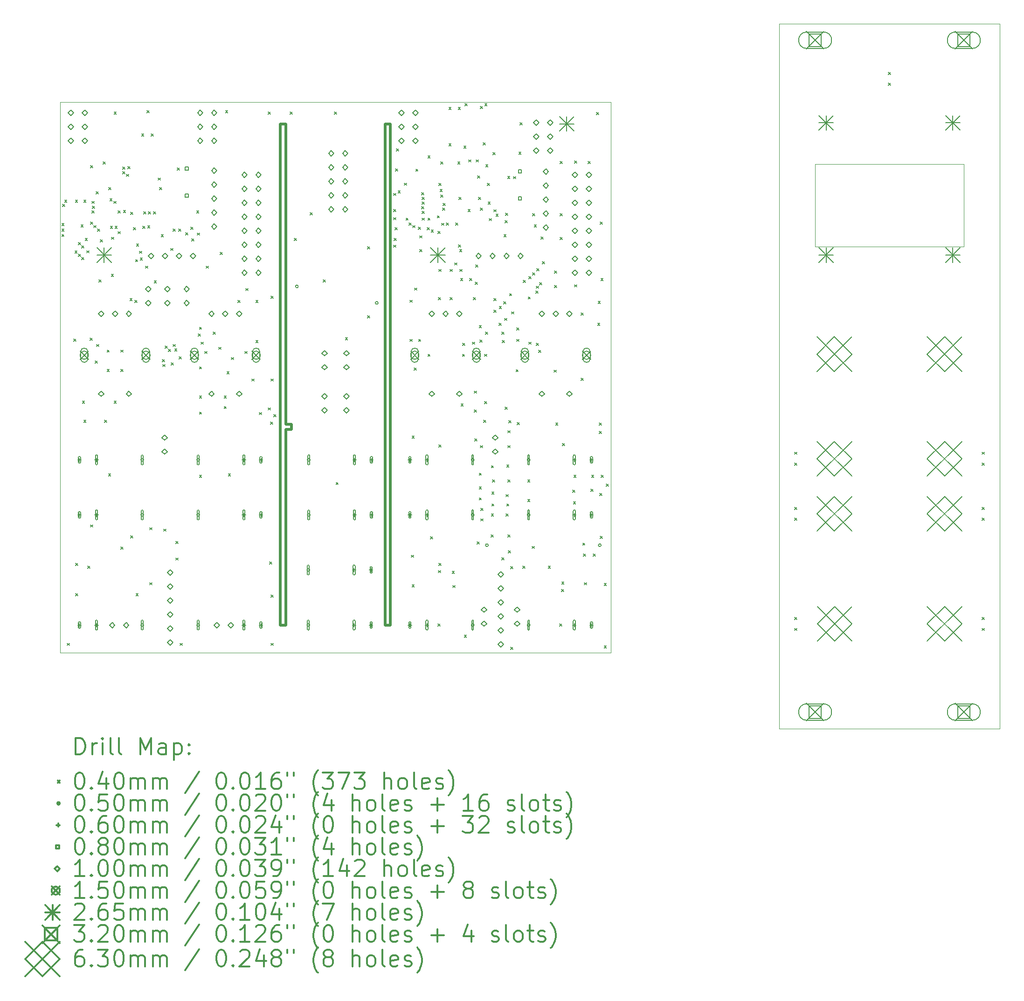
<source format=gbr>
%FSLAX45Y45*%
G04 Gerber Fmt 4.5, Leading zero omitted, Abs format (unit mm)*
G04 Created by KiCad (PCBNEW (5.1.9)-1) date 2021-05-20 23:06:35*
%MOMM*%
%LPD*%
G01*
G04 APERTURE LIST*
%TA.AperFunction,Profile*%
%ADD10C,0.500000*%
%TD*%
%TA.AperFunction,Profile*%
%ADD11C,0.050000*%
%TD*%
%ADD12C,0.200000*%
%ADD13C,0.300000*%
G04 APERTURE END LIST*
D10*
X14100000Y-14500000D02*
X14100000Y-10950000D01*
X14200000Y-10850000D02*
X14200000Y-10950000D01*
X14100000Y-10950000D02*
X14200000Y-10950000D01*
X14100000Y-10850000D02*
X14200000Y-10850000D01*
X14000000Y-14500000D02*
X14100000Y-14500000D01*
X14000000Y-5400000D02*
X14000000Y-14500000D01*
X14100000Y-5400000D02*
X14000000Y-5400000D01*
X14100000Y-10850000D02*
X14100000Y-5400000D01*
X15900000Y-14500000D02*
X16000000Y-14500000D01*
X15900000Y-5400000D02*
X15900000Y-14500000D01*
X16000000Y-5400000D02*
X15900000Y-5400000D01*
X16000000Y-14500000D02*
X16000000Y-5400000D01*
D11*
X20000000Y-5000000D02*
X10000000Y-5000000D01*
X20000000Y-15000000D02*
X10000000Y-15000000D01*
X10000000Y-15000000D02*
X10000000Y-5000000D01*
X20000000Y-15000000D02*
X20000000Y-5000000D01*
X23710000Y-7630000D02*
X23710000Y-6130000D01*
X26410000Y-7630000D02*
X23710000Y-7630000D01*
X26410000Y-6130000D02*
X26410000Y-7630000D01*
X23710000Y-6130000D02*
X26410000Y-6130000D01*
X27060000Y-3580000D02*
X27060000Y-16380000D01*
X23060000Y-3580000D02*
X27060000Y-3580000D01*
X27060000Y-16380000D02*
X23060000Y-16380000D01*
X23060000Y-16380000D02*
X23060000Y-3580000D01*
D12*
X10032500Y-7205000D02*
X10072500Y-7245000D01*
X10072500Y-7205000D02*
X10032500Y-7245000D01*
X10032503Y-7405000D02*
X10072503Y-7445000D01*
X10072503Y-7405000D02*
X10032503Y-7445000D01*
X10032504Y-7305000D02*
X10072504Y-7345000D01*
X10072504Y-7305000D02*
X10032504Y-7345000D01*
X10047500Y-6859805D02*
X10087500Y-6899805D01*
X10087500Y-6859805D02*
X10047500Y-6899805D01*
X10082499Y-6780000D02*
X10122499Y-6820000D01*
X10122499Y-6780000D02*
X10082499Y-6820000D01*
X10130000Y-14830000D02*
X10170000Y-14870000D01*
X10170000Y-14830000D02*
X10130000Y-14870000D01*
X10247499Y-9305000D02*
X10287499Y-9345000D01*
X10287499Y-9305000D02*
X10247499Y-9345000D01*
X10270006Y-7705000D02*
X10310006Y-7745000D01*
X10310006Y-7705000D02*
X10270006Y-7745000D01*
X10277499Y-6780000D02*
X10317499Y-6820000D01*
X10317499Y-6780000D02*
X10277499Y-6820000D01*
X10280000Y-13380000D02*
X10320000Y-13420000D01*
X10320000Y-13380000D02*
X10280000Y-13420000D01*
X10280000Y-13930000D02*
X10320000Y-13970000D01*
X10320000Y-13930000D02*
X10280000Y-13970000D01*
X10332042Y-7763108D02*
X10372042Y-7803108D01*
X10372042Y-7763108D02*
X10332042Y-7803108D01*
X10335007Y-7551967D02*
X10375007Y-7591967D01*
X10375007Y-7551967D02*
X10335007Y-7591967D01*
X10380000Y-7230000D02*
X10420000Y-7270000D01*
X10420000Y-7230000D02*
X10380000Y-7270000D01*
X10392146Y-7823212D02*
X10432146Y-7863212D01*
X10432146Y-7823212D02*
X10392146Y-7863212D01*
X10395533Y-7614467D02*
X10435533Y-7654467D01*
X10435533Y-7614467D02*
X10395533Y-7654467D01*
X10405000Y-10430000D02*
X10445000Y-10470000D01*
X10445000Y-10430000D02*
X10405000Y-10470000D01*
X10430000Y-6780000D02*
X10470000Y-6820000D01*
X10470000Y-6780000D02*
X10430000Y-6820000D01*
X10430000Y-10780000D02*
X10470000Y-10820000D01*
X10470000Y-10780000D02*
X10430000Y-10820000D01*
X10455000Y-7480000D02*
X10495000Y-7520000D01*
X10495000Y-7480000D02*
X10455000Y-7520000D01*
X10483033Y-7701967D02*
X10523033Y-7741967D01*
X10523033Y-7701967D02*
X10483033Y-7741967D01*
X10505000Y-13430000D02*
X10545000Y-13470000D01*
X10545000Y-13430000D02*
X10505000Y-13470000D01*
X10547909Y-9287091D02*
X10587909Y-9327091D01*
X10587909Y-9287091D02*
X10547909Y-9327091D01*
X10552973Y-7182027D02*
X10592973Y-7222027D01*
X10592973Y-7182027D02*
X10552973Y-7222027D01*
X10555000Y-6155000D02*
X10595000Y-6195000D01*
X10595000Y-6155000D02*
X10555000Y-6195000D01*
X10555000Y-12680000D02*
X10595000Y-12720000D01*
X10595000Y-12680000D02*
X10555000Y-12720000D01*
X10579396Y-6976298D02*
X10619396Y-7016298D01*
X10619396Y-6976298D02*
X10579396Y-7016298D01*
X10580000Y-6805000D02*
X10620000Y-6845000D01*
X10620000Y-6805000D02*
X10580000Y-6845000D01*
X10585275Y-6891500D02*
X10625275Y-6931500D01*
X10625275Y-6891500D02*
X10585275Y-6931500D01*
X10614517Y-7243570D02*
X10654517Y-7283570D01*
X10654517Y-7243570D02*
X10614517Y-7283570D01*
X10635004Y-9705000D02*
X10675004Y-9745000D01*
X10675004Y-9705000D02*
X10635004Y-9745000D01*
X10655000Y-6630000D02*
X10695000Y-6670000D01*
X10695000Y-6630000D02*
X10655000Y-6670000D01*
X10663442Y-9402624D02*
X10703442Y-9442624D01*
X10703442Y-9402624D02*
X10663442Y-9442624D01*
X10677973Y-7307027D02*
X10717973Y-7347027D01*
X10717973Y-7307027D02*
X10677973Y-7347027D01*
X10705000Y-8230000D02*
X10745000Y-8270000D01*
X10745000Y-8230000D02*
X10705000Y-8270000D01*
X10730000Y-7505000D02*
X10770000Y-7545000D01*
X10770000Y-7505000D02*
X10730000Y-7545000D01*
X10780000Y-6087501D02*
X10820000Y-6127501D01*
X10820000Y-6087501D02*
X10780000Y-6127501D01*
X10805000Y-10780000D02*
X10845000Y-10820000D01*
X10845000Y-10780000D02*
X10805000Y-10820000D01*
X10855000Y-9505000D02*
X10895000Y-9545000D01*
X10895000Y-9505000D02*
X10855000Y-9545000D01*
X10855000Y-9855000D02*
X10895000Y-9895000D01*
X10895000Y-9855000D02*
X10855000Y-9895000D01*
X10880000Y-11755000D02*
X10920000Y-11795000D01*
X10920000Y-11755000D02*
X10880000Y-11795000D01*
X10885548Y-6552500D02*
X10925548Y-6592500D01*
X10925548Y-6552500D02*
X10885548Y-6592500D01*
X10905439Y-6754756D02*
X10945439Y-6794756D01*
X10945439Y-6754756D02*
X10905439Y-6794756D01*
X10912498Y-7255000D02*
X10952498Y-7295000D01*
X10952498Y-7255000D02*
X10912498Y-7295000D01*
X10930000Y-8130000D02*
X10970000Y-8170000D01*
X10970000Y-8130000D02*
X10930000Y-8170000D01*
X10933736Y-7456724D02*
X10973736Y-7496724D01*
X10973736Y-7456724D02*
X10933736Y-7496724D01*
X10974000Y-6805000D02*
X11014000Y-6845000D01*
X11014000Y-6805000D02*
X10974000Y-6845000D01*
X10980000Y-5180000D02*
X11020000Y-5220000D01*
X11020000Y-5180000D02*
X10980000Y-5220000D01*
X10980000Y-10430000D02*
X11020000Y-10470000D01*
X11020000Y-10430000D02*
X10980000Y-10470000D01*
X10997499Y-7255000D02*
X11037499Y-7295000D01*
X11037499Y-7255000D02*
X10997499Y-7295000D01*
X11054000Y-7355000D02*
X11094000Y-7395000D01*
X11094000Y-7355000D02*
X11054000Y-7395000D01*
X11055000Y-6980000D02*
X11095000Y-7020000D01*
X11095000Y-6980000D02*
X11055000Y-7020000D01*
X11105000Y-9505000D02*
X11145000Y-9545000D01*
X11145000Y-9505000D02*
X11105000Y-9545000D01*
X11105000Y-9855000D02*
X11145000Y-9895000D01*
X11145000Y-9855000D02*
X11105000Y-9895000D01*
X11105000Y-13080000D02*
X11145000Y-13120000D01*
X11145000Y-13080000D02*
X11105000Y-13120000D01*
X11137500Y-6265000D02*
X11177500Y-6305000D01*
X11177500Y-6265000D02*
X11137500Y-6305000D01*
X11137501Y-6180000D02*
X11177501Y-6220000D01*
X11177501Y-6180000D02*
X11137501Y-6220000D01*
X11149418Y-6966900D02*
X11189417Y-7006900D01*
X11189417Y-6966900D02*
X11149418Y-7006900D01*
X11207255Y-6313572D02*
X11247255Y-6353572D01*
X11247255Y-6313572D02*
X11207255Y-6353572D01*
X11229409Y-6173092D02*
X11269409Y-6213092D01*
X11269409Y-6173092D02*
X11229409Y-6213092D01*
X11269230Y-8569231D02*
X11309230Y-8609231D01*
X11309230Y-8569231D02*
X11269230Y-8609231D01*
X11280000Y-7005000D02*
X11320000Y-7045000D01*
X11320000Y-7005000D02*
X11280000Y-7045000D01*
X11280000Y-12880000D02*
X11320000Y-12920000D01*
X11320000Y-12880000D02*
X11280000Y-12920000D01*
X11330001Y-7280000D02*
X11370001Y-7320000D01*
X11370001Y-7280000D02*
X11330001Y-7320000D01*
X11355000Y-8605000D02*
X11395000Y-8645000D01*
X11395000Y-8605000D02*
X11355000Y-8645000D01*
X11369408Y-7861908D02*
X11409408Y-7901908D01*
X11409408Y-7861908D02*
X11369408Y-7901908D01*
X11380000Y-13930000D02*
X11420000Y-13970000D01*
X11420000Y-13930000D02*
X11380000Y-13970000D01*
X11387499Y-7580000D02*
X11427499Y-7620000D01*
X11427499Y-7580000D02*
X11387499Y-7620000D01*
X11440659Y-7709340D02*
X11480659Y-7749340D01*
X11480659Y-7709340D02*
X11440659Y-7749340D01*
X11455000Y-7830000D02*
X11495000Y-7870000D01*
X11495000Y-7830000D02*
X11455000Y-7870000D01*
X11480000Y-5580000D02*
X11520000Y-5620000D01*
X11520000Y-5580000D02*
X11480000Y-5620000D01*
X11502443Y-7257764D02*
X11542443Y-7297764D01*
X11542443Y-7257764D02*
X11502443Y-7297764D01*
X11520000Y-6997497D02*
X11560000Y-7037497D01*
X11560000Y-6997497D02*
X11520000Y-7037497D01*
X11555000Y-7980000D02*
X11595000Y-8020000D01*
X11595000Y-7980000D02*
X11555000Y-8020000D01*
X11580000Y-5155000D02*
X11620000Y-5195000D01*
X11620000Y-5155000D02*
X11580000Y-5195000D01*
X11589874Y-7250356D02*
X11629874Y-7290356D01*
X11629874Y-7250356D02*
X11589874Y-7290356D01*
X11605000Y-6997500D02*
X11645000Y-7037500D01*
X11645000Y-6997500D02*
X11605000Y-7037500D01*
X11630000Y-12730000D02*
X11670000Y-12770000D01*
X11670000Y-12730000D02*
X11630000Y-12770000D01*
X11630000Y-13730000D02*
X11670000Y-13770000D01*
X11670000Y-13730000D02*
X11630000Y-13770000D01*
X11655000Y-5580000D02*
X11695000Y-5620000D01*
X11695000Y-5580000D02*
X11655000Y-5620000D01*
X11698177Y-6997500D02*
X11738177Y-7037500D01*
X11738177Y-6997500D02*
X11698177Y-7037500D01*
X11710000Y-8250000D02*
X11750000Y-8290000D01*
X11750000Y-8250000D02*
X11710000Y-8290000D01*
X11780000Y-6380000D02*
X11820000Y-6420000D01*
X11820000Y-6380000D02*
X11780000Y-6420000D01*
X11805000Y-6555000D02*
X11845000Y-6595000D01*
X11845000Y-6555000D02*
X11805000Y-6595000D01*
X11835787Y-7412162D02*
X11875787Y-7452162D01*
X11875787Y-7412162D02*
X11835787Y-7452162D01*
X11854540Y-9680460D02*
X11894540Y-9720460D01*
X11894540Y-9680460D02*
X11854540Y-9720460D01*
X11866500Y-9766414D02*
X11906500Y-9806414D01*
X11906500Y-9766414D02*
X11866500Y-9806414D01*
X11880000Y-12755000D02*
X11920000Y-12795000D01*
X11920000Y-12755000D02*
X11880000Y-12795000D01*
X11905429Y-9434363D02*
X11945429Y-9474363D01*
X11945429Y-9434363D02*
X11905429Y-9474363D01*
X11965533Y-9494467D02*
X12005533Y-9534467D01*
X12005533Y-9494467D02*
X11965533Y-9534467D01*
X12010000Y-7660000D02*
X12050000Y-7700000D01*
X12050000Y-7660000D02*
X12010000Y-7700000D01*
X12016500Y-9736354D02*
X12056500Y-9776354D01*
X12056500Y-9736354D02*
X12016500Y-9776354D01*
X12049000Y-9402207D02*
X12089000Y-9442207D01*
X12089000Y-9402207D02*
X12049000Y-9442207D01*
X12052341Y-7307659D02*
X12092341Y-7347659D01*
X12092341Y-7307659D02*
X12052341Y-7347659D01*
X12080967Y-9480967D02*
X12120967Y-9520967D01*
X12120967Y-9480967D02*
X12080967Y-9520967D01*
X12105000Y-12980000D02*
X12145000Y-13020000D01*
X12145000Y-12980000D02*
X12105000Y-13020000D01*
X12105000Y-13280000D02*
X12145000Y-13320000D01*
X12145000Y-13280000D02*
X12105000Y-13320000D01*
X12130000Y-6200000D02*
X12170000Y-6240000D01*
X12170000Y-6200000D02*
X12130000Y-6240000D01*
X12155000Y-7305000D02*
X12195000Y-7345000D01*
X12195000Y-7305000D02*
X12155000Y-7345000D01*
X12159216Y-9627528D02*
X12199216Y-9667528D01*
X12199216Y-9627528D02*
X12159216Y-9667528D01*
X12180000Y-14830000D02*
X12220000Y-14870000D01*
X12220000Y-14830000D02*
X12180000Y-14870000D01*
X12280533Y-7374467D02*
X12320533Y-7414467D01*
X12320533Y-7374467D02*
X12280533Y-7414467D01*
X12371918Y-7271014D02*
X12411918Y-7311014D01*
X12411918Y-7271014D02*
X12371918Y-7311014D01*
X12388179Y-7485860D02*
X12428179Y-7525860D01*
X12428179Y-7485860D02*
X12388179Y-7525860D01*
X12480000Y-6980000D02*
X12520000Y-7020000D01*
X12520000Y-6980000D02*
X12480000Y-7020000D01*
X12490000Y-7380000D02*
X12530000Y-7420000D01*
X12530000Y-7380000D02*
X12490000Y-7420000D01*
X12510000Y-9210000D02*
X12550000Y-9250000D01*
X12550000Y-9210000D02*
X12510000Y-9250000D01*
X12530000Y-9090000D02*
X12570000Y-9130000D01*
X12570000Y-9090000D02*
X12530000Y-9130000D01*
X12530000Y-9810000D02*
X12570000Y-9850000D01*
X12570000Y-9810000D02*
X12530000Y-9850000D01*
X12530000Y-10340000D02*
X12570000Y-10380000D01*
X12570000Y-10340000D02*
X12530000Y-10380000D01*
X12530000Y-10630000D02*
X12570000Y-10670000D01*
X12570000Y-10630000D02*
X12530000Y-10670000D01*
X12530000Y-11780000D02*
X12570000Y-11820000D01*
X12570000Y-11780000D02*
X12530000Y-11820000D01*
X12560000Y-9360000D02*
X12600000Y-9400000D01*
X12600000Y-9360000D02*
X12560000Y-9400000D01*
X12630000Y-9530000D02*
X12670000Y-9570000D01*
X12670000Y-9530000D02*
X12630000Y-9570000D01*
X12655000Y-7980000D02*
X12695000Y-8020000D01*
X12695000Y-7980000D02*
X12655000Y-8020000D01*
X12780000Y-9180000D02*
X12820000Y-9220000D01*
X12820000Y-9180000D02*
X12780000Y-9220000D01*
X12880000Y-9455001D02*
X12920000Y-9495001D01*
X12920000Y-9455001D02*
X12880000Y-9495001D01*
X12905000Y-7730000D02*
X12945000Y-7770000D01*
X12945000Y-7730000D02*
X12905000Y-7770000D01*
X12980000Y-10340000D02*
X13020000Y-10380000D01*
X13020000Y-10340000D02*
X12980000Y-10380000D01*
X12980000Y-10530000D02*
X13020000Y-10570000D01*
X13020000Y-10530000D02*
X12980000Y-10570000D01*
X13005000Y-5155000D02*
X13045000Y-5195000D01*
X13045000Y-5155000D02*
X13005000Y-5195000D01*
X13030000Y-9900000D02*
X13070000Y-9940000D01*
X13070000Y-9900000D02*
X13030000Y-9940000D01*
X13055000Y-11755000D02*
X13095000Y-11795000D01*
X13095000Y-11755000D02*
X13055000Y-11795000D01*
X13110000Y-9640000D02*
X13150000Y-9680000D01*
X13150000Y-9640000D02*
X13110000Y-9680000D01*
X13230000Y-8605000D02*
X13270000Y-8645000D01*
X13270000Y-8605000D02*
X13230000Y-8645000D01*
X13355000Y-9530000D02*
X13395000Y-9570000D01*
X13395000Y-9530000D02*
X13355000Y-9570000D01*
X13372192Y-8387808D02*
X13412192Y-8427808D01*
X13412192Y-8387808D02*
X13372192Y-8427808D01*
X13480000Y-10030000D02*
X13520000Y-10070000D01*
X13520000Y-10030000D02*
X13480000Y-10070000D01*
X13555000Y-8605000D02*
X13595000Y-8645000D01*
X13595000Y-8605000D02*
X13555000Y-8645000D01*
X13555000Y-9330000D02*
X13595000Y-9370000D01*
X13595000Y-9330000D02*
X13555000Y-9370000D01*
X13620000Y-10640000D02*
X13660000Y-10680000D01*
X13660000Y-10640000D02*
X13620000Y-10680000D01*
X13780000Y-5180000D02*
X13820000Y-5220000D01*
X13820000Y-5180000D02*
X13780000Y-5220000D01*
X13780000Y-10555000D02*
X13820000Y-10595000D01*
X13820000Y-10555000D02*
X13780000Y-10595000D01*
X13805000Y-13355000D02*
X13845000Y-13395000D01*
X13845000Y-13355000D02*
X13805000Y-13395000D01*
X13819770Y-10815230D02*
X13859770Y-10855230D01*
X13859770Y-10815230D02*
X13819770Y-10855230D01*
X13830000Y-8530000D02*
X13870000Y-8570000D01*
X13870000Y-8530000D02*
X13830000Y-8570000D01*
X13830000Y-10030000D02*
X13870000Y-10070000D01*
X13870000Y-10030000D02*
X13830000Y-10070000D01*
X13830000Y-13955000D02*
X13870000Y-13995000D01*
X13870000Y-13955000D02*
X13830000Y-13995000D01*
X13830000Y-14830000D02*
X13870000Y-14870000D01*
X13870000Y-14830000D02*
X13830000Y-14870000D01*
X13880000Y-10680000D02*
X13920000Y-10720000D01*
X13920000Y-10680000D02*
X13880000Y-10720000D01*
X14180000Y-5180000D02*
X14220000Y-5220000D01*
X14220000Y-5180000D02*
X14180000Y-5220000D01*
X14255000Y-7480000D02*
X14295000Y-7520000D01*
X14295000Y-7480000D02*
X14255000Y-7520000D01*
X14544069Y-7010000D02*
X14584069Y-7050000D01*
X14584069Y-7010000D02*
X14544069Y-7050000D01*
X14780000Y-8230000D02*
X14820000Y-8270000D01*
X14820000Y-8230000D02*
X14780000Y-8270000D01*
X14980000Y-5180000D02*
X15020000Y-5220000D01*
X15020000Y-5180000D02*
X14980000Y-5220000D01*
X15012240Y-11910504D02*
X15052240Y-11950504D01*
X15052240Y-11910504D02*
X15012240Y-11950504D01*
X15180000Y-9280000D02*
X15220000Y-9320000D01*
X15220000Y-9280000D02*
X15180000Y-9320000D01*
X15580000Y-7630000D02*
X15620000Y-7670000D01*
X15620000Y-7630000D02*
X15580000Y-7670000D01*
X15580000Y-8880000D02*
X15620000Y-8920000D01*
X15620000Y-8880000D02*
X15580000Y-8920000D01*
X16055000Y-6952514D02*
X16095000Y-6992514D01*
X16095000Y-6952514D02*
X16055000Y-6992514D01*
X16055000Y-7099408D02*
X16095000Y-7139408D01*
X16095000Y-7099408D02*
X16055000Y-7139408D01*
X16055000Y-6659999D02*
X16095000Y-6699999D01*
X16095000Y-6659999D02*
X16055000Y-6699999D01*
X16055003Y-7600000D02*
X16095003Y-7640000D01*
X16095003Y-7600000D02*
X16055003Y-7640000D01*
X16062500Y-7480000D02*
X16102500Y-7520000D01*
X16102500Y-7480000D02*
X16062500Y-7520000D01*
X16080000Y-7280000D02*
X16120000Y-7320000D01*
X16120000Y-7280000D02*
X16080000Y-7320000D01*
X16092500Y-6217500D02*
X16132500Y-6257500D01*
X16132500Y-6217500D02*
X16092500Y-6257500D01*
X16110000Y-5850000D02*
X16150000Y-5890000D01*
X16150000Y-5850000D02*
X16110000Y-5890000D01*
X16136995Y-6612408D02*
X16176995Y-6652408D01*
X16176995Y-6612408D02*
X16136995Y-6652408D01*
X16250000Y-6475000D02*
X16290000Y-6515000D01*
X16290000Y-6475000D02*
X16250000Y-6515000D01*
X16281051Y-7108326D02*
X16321051Y-7148326D01*
X16321051Y-7108326D02*
X16281051Y-7148326D01*
X16334204Y-7195820D02*
X16374204Y-7235820D01*
X16374204Y-7195820D02*
X16334204Y-7235820D01*
X16350000Y-8600000D02*
X16390000Y-8640000D01*
X16390000Y-8600000D02*
X16350000Y-8640000D01*
X16350000Y-9310000D02*
X16390000Y-9350000D01*
X16390000Y-9310000D02*
X16350000Y-9350000D01*
X16380000Y-13230000D02*
X16420000Y-13270000D01*
X16420000Y-13230000D02*
X16380000Y-13270000D01*
X16390000Y-11070000D02*
X16430000Y-11110000D01*
X16430000Y-11070000D02*
X16390000Y-11110000D01*
X16390000Y-13770000D02*
X16430000Y-13810000D01*
X16430000Y-13770000D02*
X16390000Y-13810000D01*
X16403160Y-7245521D02*
X16443160Y-7285521D01*
X16443160Y-7245521D02*
X16403160Y-7285521D01*
X16430000Y-9830000D02*
X16470000Y-9870000D01*
X16470000Y-9830000D02*
X16430000Y-9870000D01*
X16440000Y-8380000D02*
X16480000Y-8420000D01*
X16480000Y-8380000D02*
X16440000Y-8420000D01*
X16460000Y-6220000D02*
X16500000Y-6260000D01*
X16500000Y-6220000D02*
X16460000Y-6260000D01*
X16502941Y-7275244D02*
X16542941Y-7315244D01*
X16542941Y-7275244D02*
X16502941Y-7315244D01*
X16510000Y-9310000D02*
X16550000Y-9350000D01*
X16550000Y-9310000D02*
X16510000Y-9350000D01*
X16530000Y-7430000D02*
X16570000Y-7470000D01*
X16570000Y-7430000D02*
X16530000Y-7470000D01*
X16530000Y-7680000D02*
X16570000Y-7720000D01*
X16570000Y-7680000D02*
X16530000Y-7720000D01*
X16563899Y-6899983D02*
X16603899Y-6939983D01*
X16603899Y-6899983D02*
X16563899Y-6939983D01*
X16565200Y-6645701D02*
X16605200Y-6685701D01*
X16605200Y-6645701D02*
X16565200Y-6685701D01*
X16570348Y-6815226D02*
X16610348Y-6855226D01*
X16610348Y-6815226D02*
X16570348Y-6855226D01*
X16573592Y-6730287D02*
X16613592Y-6770287D01*
X16613592Y-6730287D02*
X16573592Y-6770287D01*
X16574341Y-6984340D02*
X16614341Y-7024340D01*
X16614341Y-6984340D02*
X16574341Y-7024340D01*
X16575476Y-7109999D02*
X16615476Y-7149999D01*
X16615476Y-7109999D02*
X16575476Y-7149999D01*
X16665032Y-7280001D02*
X16705032Y-7320001D01*
X16705032Y-7280001D02*
X16665032Y-7320001D01*
X16680000Y-5980000D02*
X16720000Y-6020000D01*
X16720000Y-5980000D02*
X16680000Y-6020000D01*
X16680000Y-7109999D02*
X16720000Y-7149999D01*
X16720000Y-7109999D02*
X16680000Y-7149999D01*
X16680000Y-9580000D02*
X16720000Y-9620000D01*
X16720000Y-9580000D02*
X16680000Y-9620000D01*
X16725000Y-12895000D02*
X16765000Y-12935000D01*
X16765000Y-12895000D02*
X16725000Y-12935000D01*
X16738198Y-7323264D02*
X16778199Y-7363264D01*
X16778199Y-7323264D02*
X16738198Y-7363264D01*
X16848768Y-7067486D02*
X16888768Y-7107486D01*
X16888768Y-7067486D02*
X16848768Y-7107486D01*
X16860000Y-7352500D02*
X16900000Y-7392500D01*
X16900000Y-7352500D02*
X16860000Y-7392500D01*
X16860000Y-14480000D02*
X16900000Y-14520000D01*
X16900000Y-14480000D02*
X16860000Y-14520000D01*
X16870000Y-8555000D02*
X16910000Y-8595000D01*
X16910000Y-8555000D02*
X16870000Y-8595000D01*
X16870000Y-13510000D02*
X16910000Y-13550000D01*
X16910000Y-13510000D02*
X16870000Y-13550000D01*
X16880000Y-6480000D02*
X16920000Y-6520000D01*
X16920000Y-6480000D02*
X16880000Y-6520000D01*
X16880000Y-8040000D02*
X16920000Y-8080000D01*
X16920000Y-8040000D02*
X16880000Y-8080000D01*
X16880000Y-11230000D02*
X16920000Y-11270000D01*
X16920000Y-11230000D02*
X16880000Y-11270000D01*
X16880000Y-13380000D02*
X16920000Y-13420000D01*
X16920000Y-13380000D02*
X16880000Y-13420000D01*
X16900000Y-6590000D02*
X16940000Y-6630000D01*
X16940000Y-6590000D02*
X16900000Y-6630000D01*
X16910000Y-6090000D02*
X16950000Y-6130000D01*
X16950000Y-6090000D02*
X16910000Y-6130000D01*
X16910000Y-6690001D02*
X16950000Y-6730001D01*
X16950000Y-6690001D02*
X16910000Y-6730001D01*
X16930000Y-7202500D02*
X16970000Y-7242500D01*
X16970000Y-7202500D02*
X16930000Y-7242500D01*
X16945002Y-6924999D02*
X16985002Y-6964999D01*
X16985002Y-6924999D02*
X16945002Y-6964999D01*
X16953683Y-6840442D02*
X16993683Y-6880442D01*
X16993683Y-6840442D02*
X16953683Y-6880442D01*
X17014959Y-7199845D02*
X17054959Y-7239845D01*
X17054959Y-7199845D02*
X17014959Y-7239845D01*
X17060000Y-5100000D02*
X17100000Y-5140000D01*
X17100000Y-5100000D02*
X17060000Y-5140000D01*
X17060000Y-5760000D02*
X17100000Y-5800000D01*
X17100000Y-5760000D02*
X17060000Y-5800000D01*
X17080000Y-8040000D02*
X17120000Y-8080000D01*
X17120000Y-8040000D02*
X17080000Y-8080000D01*
X17080000Y-8555000D02*
X17120000Y-8595000D01*
X17120000Y-8555000D02*
X17080000Y-8595000D01*
X17120000Y-13520000D02*
X17160000Y-13560000D01*
X17160000Y-13520000D02*
X17120000Y-13560000D01*
X17130000Y-13780000D02*
X17170000Y-13820000D01*
X17170000Y-13780000D02*
X17130000Y-13820000D01*
X17164414Y-7920586D02*
X17204414Y-7960586D01*
X17204414Y-7920586D02*
X17164414Y-7960586D01*
X17180000Y-7197500D02*
X17220000Y-7237500D01*
X17220000Y-7197500D02*
X17180000Y-7237500D01*
X17220000Y-6090000D02*
X17260000Y-6130000D01*
X17260000Y-6090000D02*
X17220000Y-6130000D01*
X17230000Y-5100000D02*
X17270000Y-5140000D01*
X17270000Y-5100000D02*
X17230000Y-5140000D01*
X17232617Y-7597099D02*
X17272617Y-7637099D01*
X17272617Y-7597099D02*
X17232617Y-7637099D01*
X17240000Y-6730000D02*
X17280000Y-6770000D01*
X17280000Y-6730000D02*
X17240000Y-6770000D01*
X17255000Y-7679099D02*
X17295000Y-7719099D01*
X17295000Y-7679099D02*
X17255000Y-7719099D01*
X17260000Y-8040000D02*
X17300000Y-8080000D01*
X17300000Y-8040000D02*
X17260000Y-8080000D01*
X17272500Y-8205000D02*
X17312500Y-8245000D01*
X17312500Y-8205000D02*
X17272500Y-8245000D01*
X17280000Y-10480000D02*
X17320000Y-10520000D01*
X17320000Y-10480000D02*
X17280000Y-10520000D01*
X17305000Y-9580000D02*
X17345000Y-9620000D01*
X17345000Y-9580000D02*
X17305000Y-9620000D01*
X17310001Y-9380000D02*
X17350001Y-9420000D01*
X17350001Y-9380000D02*
X17310001Y-9420000D01*
X17330000Y-5800000D02*
X17370000Y-5840000D01*
X17370000Y-5800000D02*
X17330000Y-5840000D01*
X17340000Y-14680000D02*
X17380000Y-14720000D01*
X17380000Y-14680000D02*
X17340000Y-14720000D01*
X17350000Y-5032500D02*
X17390000Y-5072500D01*
X17390000Y-5032500D02*
X17350000Y-5072500D01*
X17408190Y-6953657D02*
X17448190Y-6993657D01*
X17448190Y-6953657D02*
X17408190Y-6993657D01*
X17422500Y-6050000D02*
X17462500Y-6090000D01*
X17462500Y-6050000D02*
X17422500Y-6090000D01*
X17435001Y-8205000D02*
X17475001Y-8245000D01*
X17475001Y-8205000D02*
X17435001Y-8245000D01*
X17485000Y-9360000D02*
X17525000Y-9400000D01*
X17525000Y-9360000D02*
X17485000Y-9400000D01*
X17505000Y-8555000D02*
X17545000Y-8595000D01*
X17545000Y-8555000D02*
X17505000Y-8595000D01*
X17520000Y-10250000D02*
X17560000Y-10290000D01*
X17560000Y-10250000D02*
X17520000Y-10290000D01*
X17520000Y-10590000D02*
X17560000Y-10630000D01*
X17560000Y-10590000D02*
X17520000Y-10630000D01*
X17530000Y-11120000D02*
X17570000Y-11160000D01*
X17570000Y-11120000D02*
X17530000Y-11160000D01*
X17540000Y-8270000D02*
X17580000Y-8310000D01*
X17580000Y-8270000D02*
X17540000Y-8310000D01*
X17544000Y-7960000D02*
X17584000Y-8000000D01*
X17584000Y-7960000D02*
X17544000Y-8000000D01*
X17557500Y-6050000D02*
X17597500Y-6090000D01*
X17597500Y-6050000D02*
X17557500Y-6090000D01*
X17570000Y-12990000D02*
X17610000Y-13030000D01*
X17610000Y-12990000D02*
X17570000Y-13030000D01*
X17580000Y-6340000D02*
X17620000Y-6380000D01*
X17620000Y-6340000D02*
X17580000Y-6380000D01*
X17600000Y-6730000D02*
X17640000Y-6770000D01*
X17640000Y-6730000D02*
X17600000Y-6770000D01*
X17610000Y-9060000D02*
X17650000Y-9100000D01*
X17650000Y-9060000D02*
X17610000Y-9100000D01*
X17610000Y-11740000D02*
X17650000Y-11780000D01*
X17650000Y-11740000D02*
X17610000Y-11780000D01*
X17610000Y-11990000D02*
X17650000Y-12030000D01*
X17650000Y-11990000D02*
X17610000Y-12030000D01*
X17610000Y-12190000D02*
X17650000Y-12230000D01*
X17650000Y-12190000D02*
X17610000Y-12230000D01*
X17620000Y-9320000D02*
X17660000Y-9360000D01*
X17660000Y-9320000D02*
X17620000Y-9360000D01*
X17630000Y-5080000D02*
X17670000Y-5120000D01*
X17670000Y-5080000D02*
X17630000Y-5120000D01*
X17630000Y-6925000D02*
X17670000Y-6965000D01*
X17670000Y-6925000D02*
X17630000Y-6965000D01*
X17630000Y-11240000D02*
X17670000Y-11280000D01*
X17670000Y-11240000D02*
X17630000Y-11280000D01*
X17640000Y-12380000D02*
X17680000Y-12420000D01*
X17680000Y-12380000D02*
X17640000Y-12420000D01*
X17640000Y-12570000D02*
X17680000Y-12610000D01*
X17680000Y-12570000D02*
X17640000Y-12610000D01*
X17680000Y-5740000D02*
X17720000Y-5780000D01*
X17720000Y-5740000D02*
X17680000Y-5780000D01*
X17690000Y-10780000D02*
X17730000Y-10820000D01*
X17730000Y-10780000D02*
X17690000Y-10820000D01*
X17705000Y-9580000D02*
X17745000Y-9620000D01*
X17745000Y-9580000D02*
X17705000Y-9620000D01*
X17710000Y-10440000D02*
X17750000Y-10480000D01*
X17750000Y-10440000D02*
X17710000Y-10480000D01*
X17712273Y-5032500D02*
X17752273Y-5072500D01*
X17752273Y-5032500D02*
X17712273Y-5072500D01*
X17725000Y-9180000D02*
X17765000Y-9220000D01*
X17765000Y-9180000D02*
X17725000Y-9220000D01*
X17730000Y-6140000D02*
X17770000Y-6180000D01*
X17770000Y-6140000D02*
X17730000Y-6180000D01*
X17760000Y-6480000D02*
X17800000Y-6520000D01*
X17800000Y-6480000D02*
X17760000Y-6520000D01*
X17771893Y-6815575D02*
X17811893Y-6855575D01*
X17811893Y-6815575D02*
X17771893Y-6855575D01*
X17791863Y-7118137D02*
X17831863Y-7158137D01*
X17831863Y-7118137D02*
X17791863Y-7158137D01*
X17824999Y-12860000D02*
X17864999Y-12900000D01*
X17864999Y-12860000D02*
X17824999Y-12900000D01*
X17830000Y-11605000D02*
X17870000Y-11645000D01*
X17870000Y-11605000D02*
X17830000Y-11645000D01*
X17830000Y-12480000D02*
X17870000Y-12520000D01*
X17870000Y-12480000D02*
X17830000Y-12520000D01*
X17840000Y-12300000D02*
X17880000Y-12340000D01*
X17880000Y-12300000D02*
X17840000Y-12340000D01*
X17840000Y-12080000D02*
X17880000Y-12120000D01*
X17880000Y-12080000D02*
X17840000Y-12120000D01*
X17850000Y-11860000D02*
X17890000Y-11900000D01*
X17890000Y-11860000D02*
X17850000Y-11900000D01*
X17860000Y-5920000D02*
X17900000Y-5960000D01*
X17900000Y-5920000D02*
X17860000Y-5960000D01*
X17880000Y-6957502D02*
X17920000Y-6997502D01*
X17920000Y-6957502D02*
X17880000Y-6997502D01*
X17880000Y-8570000D02*
X17920000Y-8610000D01*
X17920000Y-8570000D02*
X17880000Y-8610000D01*
X17880000Y-8780000D02*
X17920000Y-8820000D01*
X17920000Y-8780000D02*
X17880000Y-8820000D01*
X17914135Y-7035347D02*
X17954135Y-7075347D01*
X17954135Y-7035347D02*
X17914135Y-7075347D01*
X17968791Y-9016276D02*
X18008791Y-9056276D01*
X18008791Y-9016276D02*
X17968791Y-9056276D01*
X17974039Y-8714039D02*
X18014039Y-8754039D01*
X18014039Y-8714039D02*
X17974039Y-8754039D01*
X18020000Y-9180000D02*
X18060000Y-9220000D01*
X18060000Y-9180000D02*
X18020000Y-9220000D01*
X18020001Y-13277409D02*
X18060001Y-13317409D01*
X18060001Y-13277409D02*
X18020001Y-13317409D01*
X18030000Y-9330000D02*
X18070000Y-9370000D01*
X18070000Y-9330000D02*
X18030000Y-9370000D01*
X18057405Y-8629445D02*
X18097405Y-8669445D01*
X18097405Y-8629445D02*
X18057405Y-8669445D01*
X18058097Y-7412055D02*
X18098097Y-7452055D01*
X18098097Y-7412055D02*
X18058097Y-7452055D01*
X18070000Y-8930000D02*
X18110000Y-8970000D01*
X18110000Y-8930000D02*
X18070000Y-8970000D01*
X18080000Y-7155000D02*
X18120000Y-7195000D01*
X18120000Y-7155000D02*
X18080000Y-7195000D01*
X18080000Y-10540000D02*
X18120000Y-10580000D01*
X18120000Y-10540000D02*
X18080000Y-10580000D01*
X18090000Y-7020000D02*
X18130000Y-7060000D01*
X18130000Y-7020000D02*
X18090000Y-7060000D01*
X18095001Y-12480000D02*
X18135001Y-12520000D01*
X18135001Y-12480000D02*
X18095001Y-12520000D01*
X18100001Y-12130000D02*
X18140001Y-12170000D01*
X18140001Y-12130000D02*
X18100001Y-12170000D01*
X18110000Y-11590000D02*
X18150000Y-11630000D01*
X18150000Y-11590000D02*
X18110000Y-11630000D01*
X18110000Y-12300000D02*
X18150000Y-12340000D01*
X18150000Y-12300000D02*
X18110000Y-12340000D01*
X18125770Y-6350770D02*
X18165770Y-6390770D01*
X18165770Y-6350770D02*
X18125770Y-6390770D01*
X18130000Y-10970000D02*
X18170000Y-11010000D01*
X18170000Y-10970000D02*
X18130000Y-11010000D01*
X18130000Y-11240000D02*
X18170000Y-11280000D01*
X18170000Y-11240000D02*
X18130000Y-11280000D01*
X18130000Y-11860000D02*
X18170000Y-11900000D01*
X18170000Y-11860000D02*
X18130000Y-11900000D01*
X18130000Y-12860000D02*
X18170000Y-12900000D01*
X18170000Y-12860000D02*
X18130000Y-12900000D01*
X18140000Y-13150000D02*
X18180000Y-13190000D01*
X18180000Y-13150000D02*
X18140000Y-13190000D01*
X18150000Y-10790000D02*
X18190000Y-10830000D01*
X18190000Y-10790000D02*
X18150000Y-10830000D01*
X18160000Y-8480000D02*
X18200000Y-8520000D01*
X18200000Y-8480000D02*
X18160000Y-8520000D01*
X18180000Y-13440000D02*
X18220000Y-13480000D01*
X18220000Y-13440000D02*
X18180000Y-13480000D01*
X18180000Y-14900000D02*
X18220000Y-14940000D01*
X18220000Y-14900000D02*
X18180000Y-14940000D01*
X18200290Y-8811531D02*
X18240290Y-8851531D01*
X18240290Y-8811531D02*
X18200290Y-8851531D01*
X18230000Y-6355000D02*
X18270000Y-6395000D01*
X18270000Y-6355000D02*
X18230000Y-6395000D01*
X18280000Y-9860000D02*
X18320000Y-9900000D01*
X18320000Y-9860000D02*
X18280000Y-9900000D01*
X18290000Y-9100000D02*
X18330000Y-9140000D01*
X18330000Y-9100000D02*
X18290000Y-9140000D01*
X18290000Y-9310000D02*
X18330000Y-9350000D01*
X18330000Y-9310000D02*
X18290000Y-9350000D01*
X18300000Y-10820000D02*
X18340000Y-10860000D01*
X18340000Y-10820000D02*
X18300000Y-10860000D01*
X18330000Y-5910000D02*
X18370000Y-5950000D01*
X18370000Y-5910000D02*
X18330000Y-5950000D01*
X18350000Y-5380000D02*
X18390000Y-5420000D01*
X18390000Y-5380000D02*
X18350000Y-5420000D01*
X18400000Y-13430000D02*
X18440000Y-13470000D01*
X18440000Y-13430000D02*
X18400000Y-13470000D01*
X18410000Y-8240000D02*
X18450000Y-8280000D01*
X18450000Y-8240000D02*
X18410000Y-8280000D01*
X18490000Y-11860000D02*
X18530000Y-11900000D01*
X18530000Y-11860000D02*
X18490000Y-11900000D01*
X18490000Y-12220000D02*
X18530000Y-12260000D01*
X18530000Y-12220000D02*
X18490000Y-12260000D01*
X18500000Y-8540000D02*
X18540000Y-8580000D01*
X18540000Y-8540000D02*
X18500000Y-8580000D01*
X18511450Y-8170483D02*
X18551450Y-8210483D01*
X18551450Y-8170483D02*
X18511450Y-8210483D01*
X18514999Y-9360000D02*
X18554999Y-9400000D01*
X18554999Y-9360000D02*
X18514999Y-9400000D01*
X18570000Y-13070000D02*
X18610000Y-13110000D01*
X18610000Y-13070000D02*
X18570000Y-13110000D01*
X18578467Y-8103467D02*
X18618467Y-8143467D01*
X18618467Y-8103467D02*
X18578467Y-8143467D01*
X18580000Y-7030000D02*
X18620000Y-7070000D01*
X18620000Y-7030000D02*
X18580000Y-7070000D01*
X18610000Y-7230000D02*
X18650000Y-7270000D01*
X18650000Y-7230000D02*
X18610000Y-7270000D01*
X18639999Y-8436192D02*
X18679999Y-8476192D01*
X18679999Y-8436192D02*
X18639999Y-8476192D01*
X18645533Y-8345533D02*
X18685533Y-8385533D01*
X18685533Y-8345533D02*
X18645533Y-8385533D01*
X18649999Y-9380000D02*
X18689999Y-9420000D01*
X18689999Y-9380000D02*
X18649999Y-9420000D01*
X18653467Y-8028467D02*
X18693467Y-8068467D01*
X18693467Y-8028467D02*
X18653467Y-8068467D01*
X18690000Y-9510000D02*
X18730000Y-9550000D01*
X18730000Y-9510000D02*
X18690000Y-9550000D01*
X18708033Y-8283033D02*
X18748033Y-8323033D01*
X18748033Y-8283033D02*
X18708033Y-8323033D01*
X18730000Y-7450000D02*
X18770000Y-7490000D01*
X18770000Y-7450000D02*
X18730000Y-7490000D01*
X18760000Y-7900000D02*
X18800000Y-7940000D01*
X18800000Y-7900000D02*
X18760000Y-7940000D01*
X18862500Y-13430000D02*
X18902500Y-13470000D01*
X18902500Y-13430000D02*
X18862500Y-13470000D01*
X18970000Y-9870000D02*
X19010000Y-9910000D01*
X19010000Y-9870000D02*
X18970000Y-9910000D01*
X18980000Y-8070000D02*
X19020000Y-8110000D01*
X19020000Y-8070000D02*
X18980000Y-8110000D01*
X18980000Y-8330000D02*
X19020000Y-8370000D01*
X19020000Y-8330000D02*
X18980000Y-8370000D01*
X19000000Y-10830000D02*
X19040000Y-10870000D01*
X19040000Y-10830000D02*
X19000000Y-10870000D01*
X19070000Y-14480000D02*
X19110000Y-14520000D01*
X19110000Y-14480000D02*
X19070000Y-14520000D01*
X19080000Y-6080000D02*
X19120000Y-6120000D01*
X19120000Y-6080000D02*
X19080000Y-6120000D01*
X19080000Y-7030000D02*
X19120000Y-7070000D01*
X19120000Y-7030000D02*
X19080000Y-7070000D01*
X19080000Y-7460000D02*
X19120000Y-7500000D01*
X19120000Y-7460000D02*
X19080000Y-7500000D01*
X19105000Y-13855000D02*
X19145000Y-13895000D01*
X19145000Y-13855000D02*
X19105000Y-13895000D01*
X19110000Y-13720000D02*
X19150000Y-13760000D01*
X19150000Y-13720000D02*
X19110000Y-13760000D01*
X19120000Y-11200000D02*
X19160000Y-11240000D01*
X19160000Y-11200000D02*
X19120000Y-11240000D01*
X19310000Y-12050000D02*
X19350000Y-12090000D01*
X19350000Y-12050000D02*
X19310000Y-12090000D01*
X19320000Y-12260000D02*
X19360000Y-12300000D01*
X19360000Y-12260000D02*
X19320000Y-12300000D01*
X19328000Y-11780000D02*
X19368000Y-11820000D01*
X19368000Y-11780000D02*
X19328000Y-11820000D01*
X19340000Y-6070000D02*
X19380000Y-6110000D01*
X19380000Y-6070000D02*
X19340000Y-6110000D01*
X19340000Y-8320000D02*
X19380000Y-8360000D01*
X19380000Y-8320000D02*
X19340000Y-8360000D01*
X19460000Y-8830000D02*
X19500000Y-8870000D01*
X19500000Y-8830000D02*
X19460000Y-8870000D01*
X19460000Y-10020000D02*
X19500000Y-10060000D01*
X19500000Y-10020000D02*
X19460000Y-10060000D01*
X19490000Y-13010000D02*
X19530000Y-13050000D01*
X19530000Y-13010000D02*
X19490000Y-13050000D01*
X19500000Y-13210000D02*
X19540000Y-13250000D01*
X19540000Y-13210000D02*
X19500000Y-13250000D01*
X19520000Y-13730000D02*
X19560000Y-13770000D01*
X19560000Y-13730000D02*
X19520000Y-13770000D01*
X19590000Y-6080000D02*
X19630000Y-6120000D01*
X19630000Y-6080000D02*
X19590000Y-6120000D01*
X19640000Y-12030000D02*
X19680000Y-12070000D01*
X19680000Y-12030000D02*
X19640000Y-12070000D01*
X19650000Y-11780000D02*
X19690000Y-11820000D01*
X19690000Y-11780000D02*
X19650000Y-11820000D01*
X19680000Y-13210000D02*
X19720000Y-13250000D01*
X19720000Y-13210000D02*
X19680000Y-13250000D01*
X19740000Y-5190000D02*
X19780000Y-5230000D01*
X19780000Y-5190000D02*
X19740000Y-5230000D01*
X19760000Y-9020000D02*
X19800000Y-9060000D01*
X19800000Y-9020000D02*
X19760000Y-9060000D01*
X19770000Y-8620000D02*
X19810000Y-8660000D01*
X19810000Y-8620000D02*
X19770000Y-8660000D01*
X19790000Y-10830000D02*
X19830000Y-10870000D01*
X19830000Y-10830000D02*
X19790000Y-10870000D01*
X19790000Y-10980000D02*
X19830000Y-11020000D01*
X19830000Y-10980000D02*
X19790000Y-11020000D01*
X19800000Y-12110000D02*
X19840000Y-12150000D01*
X19840000Y-12110000D02*
X19800000Y-12150000D01*
X19805000Y-7180000D02*
X19845000Y-7220000D01*
X19845000Y-7180000D02*
X19805000Y-7220000D01*
X19810000Y-12890000D02*
X19850000Y-12930000D01*
X19850000Y-12890000D02*
X19810000Y-12930000D01*
X19819999Y-8205000D02*
X19859999Y-8245000D01*
X19859999Y-8205000D02*
X19819999Y-8245000D01*
X19825000Y-11776967D02*
X19865000Y-11816967D01*
X19865000Y-11776967D02*
X19825000Y-11816967D01*
X19880000Y-13740000D02*
X19920000Y-13780000D01*
X19920000Y-13740000D02*
X19880000Y-13780000D01*
X19880000Y-14880000D02*
X19920000Y-14920000D01*
X19920000Y-14880000D02*
X19880000Y-14920000D01*
X19916747Y-11941747D02*
X19956747Y-11981747D01*
X19956747Y-11941747D02*
X19916747Y-11981747D01*
X23340000Y-11360000D02*
X23380000Y-11400000D01*
X23380000Y-11360000D02*
X23340000Y-11400000D01*
X23340000Y-11560000D02*
X23380000Y-11600000D01*
X23380000Y-11560000D02*
X23340000Y-11600000D01*
X23340000Y-12360000D02*
X23380000Y-12400000D01*
X23380000Y-12360000D02*
X23340000Y-12400000D01*
X23340000Y-12560001D02*
X23380000Y-12600001D01*
X23380000Y-12560001D02*
X23340000Y-12600001D01*
X23340000Y-14560000D02*
X23380000Y-14600000D01*
X23380000Y-14560000D02*
X23340000Y-14600000D01*
X23340001Y-14360001D02*
X23380001Y-14400001D01*
X23380001Y-14360001D02*
X23340001Y-14400001D01*
X25040000Y-4460000D02*
X25080000Y-4500000D01*
X25080000Y-4460000D02*
X25040000Y-4500000D01*
X25040000Y-4660000D02*
X25080000Y-4700000D01*
X25080000Y-4660000D02*
X25040000Y-4700000D01*
X26740000Y-11359996D02*
X26780000Y-11399996D01*
X26780000Y-11359996D02*
X26740000Y-11399996D01*
X26740000Y-11560000D02*
X26780000Y-11600000D01*
X26780000Y-11560000D02*
X26740000Y-11600000D01*
X26740000Y-12360000D02*
X26780000Y-12400000D01*
X26780000Y-12360000D02*
X26740000Y-12400000D01*
X26740000Y-12560000D02*
X26780000Y-12600000D01*
X26780000Y-12560000D02*
X26740000Y-12600000D01*
X26740000Y-14360000D02*
X26780000Y-14400000D01*
X26780000Y-14360000D02*
X26740000Y-14400000D01*
X26740000Y-14560000D02*
X26780000Y-14600000D01*
X26780000Y-14560000D02*
X26740000Y-14600000D01*
X11517000Y-11500000D02*
G75*
G03*
X11517000Y-11500000I-25000J0D01*
G01*
X11477000Y-11420000D02*
X11477000Y-11580000D01*
X11507000Y-11420000D02*
X11507000Y-11580000D01*
X11477000Y-11580000D02*
G75*
G03*
X11507000Y-11580000I15000J0D01*
G01*
X11507000Y-11420000D02*
G75*
G03*
X11477000Y-11420000I-15000J0D01*
G01*
X11517000Y-12500000D02*
G75*
G03*
X11517000Y-12500000I-25000J0D01*
G01*
X11477000Y-12420000D02*
X11477000Y-12580000D01*
X11507000Y-12420000D02*
X11507000Y-12580000D01*
X11477000Y-12580000D02*
G75*
G03*
X11507000Y-12580000I15000J0D01*
G01*
X11507000Y-12420000D02*
G75*
G03*
X11477000Y-12420000I-15000J0D01*
G01*
X11517000Y-14500000D02*
G75*
G03*
X11517000Y-14500000I-25000J0D01*
G01*
X11477000Y-14420000D02*
X11477000Y-14580000D01*
X11507000Y-14420000D02*
X11507000Y-14580000D01*
X11477000Y-14580000D02*
G75*
G03*
X11507000Y-14580000I15000J0D01*
G01*
X11507000Y-14420000D02*
G75*
G03*
X11477000Y-14420000I-15000J0D01*
G01*
X12533000Y-11500000D02*
G75*
G03*
X12533000Y-11500000I-25000J0D01*
G01*
X12523000Y-11580000D02*
X12523000Y-11420000D01*
X12493000Y-11580000D02*
X12493000Y-11420000D01*
X12523000Y-11420000D02*
G75*
G03*
X12493000Y-11420000I-15000J0D01*
G01*
X12493000Y-11580000D02*
G75*
G03*
X12523000Y-11580000I15000J0D01*
G01*
X12533000Y-12500000D02*
G75*
G03*
X12533000Y-12500000I-25000J0D01*
G01*
X12523000Y-12580000D02*
X12523000Y-12420000D01*
X12493000Y-12580000D02*
X12493000Y-12420000D01*
X12523000Y-12420000D02*
G75*
G03*
X12493000Y-12420000I-15000J0D01*
G01*
X12493000Y-12580000D02*
G75*
G03*
X12523000Y-12580000I15000J0D01*
G01*
X12533000Y-14500000D02*
G75*
G03*
X12533000Y-14500000I-25000J0D01*
G01*
X12523000Y-14580000D02*
X12523000Y-14420000D01*
X12493000Y-14580000D02*
X12493000Y-14420000D01*
X12523000Y-14420000D02*
G75*
G03*
X12493000Y-14420000I-15000J0D01*
G01*
X12493000Y-14580000D02*
G75*
G03*
X12523000Y-14580000I15000J0D01*
G01*
X14325000Y-8350000D02*
G75*
G03*
X14325000Y-8350000I-25000J0D01*
G01*
X14533000Y-13500000D02*
G75*
G03*
X14533000Y-13500000I-25000J0D01*
G01*
X14523000Y-13580000D02*
X14523000Y-13420000D01*
X14493000Y-13580000D02*
X14493000Y-13420000D01*
X14523000Y-13420000D02*
G75*
G03*
X14493000Y-13420000I-15000J0D01*
G01*
X14493000Y-13580000D02*
G75*
G03*
X14523000Y-13580000I15000J0D01*
G01*
X14533000Y-14500000D02*
G75*
G03*
X14533000Y-14500000I-25000J0D01*
G01*
X14523000Y-14580000D02*
X14523000Y-14420000D01*
X14493000Y-14580000D02*
X14493000Y-14420000D01*
X14523000Y-14420000D02*
G75*
G03*
X14493000Y-14420000I-15000J0D01*
G01*
X14493000Y-14580000D02*
G75*
G03*
X14523000Y-14580000I15000J0D01*
G01*
X14540500Y-11500000D02*
G75*
G03*
X14540500Y-11500000I-25000J0D01*
G01*
X14530500Y-11580000D02*
X14530500Y-11420000D01*
X14500500Y-11580000D02*
X14500500Y-11420000D01*
X14530500Y-11420000D02*
G75*
G03*
X14500500Y-11420000I-15000J0D01*
G01*
X14500500Y-11580000D02*
G75*
G03*
X14530500Y-11580000I15000J0D01*
G01*
X14540500Y-12500000D02*
G75*
G03*
X14540500Y-12500000I-25000J0D01*
G01*
X14530500Y-12580000D02*
X14530500Y-12420000D01*
X14500500Y-12580000D02*
X14500500Y-12420000D01*
X14530500Y-12420000D02*
G75*
G03*
X14500500Y-12420000I-15000J0D01*
G01*
X14500500Y-12580000D02*
G75*
G03*
X14530500Y-12580000I15000J0D01*
G01*
X15775000Y-8650000D02*
G75*
G03*
X15775000Y-8650000I-25000J0D01*
G01*
X17517000Y-11500000D02*
G75*
G03*
X17517000Y-11500000I-25000J0D01*
G01*
X17477000Y-11420000D02*
X17477000Y-11580000D01*
X17507000Y-11420000D02*
X17507000Y-11580000D01*
X17477000Y-11580000D02*
G75*
G03*
X17507000Y-11580000I15000J0D01*
G01*
X17507000Y-11420000D02*
G75*
G03*
X17477000Y-11420000I-15000J0D01*
G01*
X17517000Y-12500000D02*
G75*
G03*
X17517000Y-12500000I-25000J0D01*
G01*
X17477000Y-12420000D02*
X17477000Y-12580000D01*
X17507000Y-12420000D02*
X17507000Y-12580000D01*
X17477000Y-12580000D02*
G75*
G03*
X17507000Y-12580000I15000J0D01*
G01*
X17507000Y-12420000D02*
G75*
G03*
X17477000Y-12420000I-15000J0D01*
G01*
X17517000Y-14500000D02*
G75*
G03*
X17517000Y-14500000I-25000J0D01*
G01*
X17477000Y-14420000D02*
X17477000Y-14580000D01*
X17507000Y-14420000D02*
X17507000Y-14580000D01*
X17477000Y-14580000D02*
G75*
G03*
X17507000Y-14580000I15000J0D01*
G01*
X17507000Y-14420000D02*
G75*
G03*
X17477000Y-14420000I-15000J0D01*
G01*
X17775000Y-13050000D02*
G75*
G03*
X17775000Y-13050000I-25000J0D01*
G01*
X18533000Y-11500000D02*
G75*
G03*
X18533000Y-11500000I-25000J0D01*
G01*
X18523000Y-11580000D02*
X18523000Y-11420000D01*
X18493000Y-11580000D02*
X18493000Y-11420000D01*
X18523000Y-11420000D02*
G75*
G03*
X18493000Y-11420000I-15000J0D01*
G01*
X18493000Y-11580000D02*
G75*
G03*
X18523000Y-11580000I15000J0D01*
G01*
X18533000Y-12500000D02*
G75*
G03*
X18533000Y-12500000I-25000J0D01*
G01*
X18523000Y-12580000D02*
X18523000Y-12420000D01*
X18493000Y-12580000D02*
X18493000Y-12420000D01*
X18523000Y-12420000D02*
G75*
G03*
X18493000Y-12420000I-15000J0D01*
G01*
X18493000Y-12580000D02*
G75*
G03*
X18523000Y-12580000I15000J0D01*
G01*
X18533000Y-14500000D02*
G75*
G03*
X18533000Y-14500000I-25000J0D01*
G01*
X18523000Y-14580000D02*
X18523000Y-14420000D01*
X18493000Y-14580000D02*
X18493000Y-14420000D01*
X18523000Y-14420000D02*
G75*
G03*
X18493000Y-14420000I-15000J0D01*
G01*
X18493000Y-14580000D02*
G75*
G03*
X18523000Y-14580000I15000J0D01*
G01*
X19825000Y-13050000D02*
G75*
G03*
X19825000Y-13050000I-25000J0D01*
G01*
X10352000Y-11470000D02*
X10352000Y-11530000D01*
X10322000Y-11500000D02*
X10382000Y-11500000D01*
X10332000Y-11460000D02*
X10332000Y-11540000D01*
X10372000Y-11460000D02*
X10372000Y-11540000D01*
X10332000Y-11540000D02*
G75*
G03*
X10372000Y-11540000I20000J0D01*
G01*
X10372000Y-11460000D02*
G75*
G03*
X10332000Y-11460000I-20000J0D01*
G01*
X10352000Y-12470000D02*
X10352000Y-12530000D01*
X10322000Y-12500000D02*
X10382000Y-12500000D01*
X10332000Y-12460000D02*
X10332000Y-12540000D01*
X10372000Y-12460000D02*
X10372000Y-12540000D01*
X10332000Y-12540000D02*
G75*
G03*
X10372000Y-12540000I20000J0D01*
G01*
X10372000Y-12460000D02*
G75*
G03*
X10332000Y-12460000I-20000J0D01*
G01*
X10352000Y-14470000D02*
X10352000Y-14530000D01*
X10322000Y-14500000D02*
X10382000Y-14500000D01*
X10332000Y-14460000D02*
X10332000Y-14540000D01*
X10372000Y-14460000D02*
X10372000Y-14540000D01*
X10332000Y-14540000D02*
G75*
G03*
X10372000Y-14540000I20000J0D01*
G01*
X10372000Y-14460000D02*
G75*
G03*
X10332000Y-14460000I-20000J0D01*
G01*
X10662000Y-11470000D02*
X10662000Y-11530000D01*
X10632000Y-11500000D02*
X10692000Y-11500000D01*
X10642000Y-11430000D02*
X10642000Y-11570000D01*
X10682000Y-11430000D02*
X10682000Y-11570000D01*
X10642000Y-11570000D02*
G75*
G03*
X10682000Y-11570000I20000J0D01*
G01*
X10682000Y-11430000D02*
G75*
G03*
X10642000Y-11430000I-20000J0D01*
G01*
X10662000Y-12470000D02*
X10662000Y-12530000D01*
X10632000Y-12500000D02*
X10692000Y-12500000D01*
X10642000Y-12430000D02*
X10642000Y-12570000D01*
X10682000Y-12430000D02*
X10682000Y-12570000D01*
X10642000Y-12570000D02*
G75*
G03*
X10682000Y-12570000I20000J0D01*
G01*
X10682000Y-12430000D02*
G75*
G03*
X10642000Y-12430000I-20000J0D01*
G01*
X10662000Y-14470000D02*
X10662000Y-14530000D01*
X10632000Y-14500000D02*
X10692000Y-14500000D01*
X10642000Y-14430000D02*
X10642000Y-14570000D01*
X10682000Y-14430000D02*
X10682000Y-14570000D01*
X10642000Y-14570000D02*
G75*
G03*
X10682000Y-14570000I20000J0D01*
G01*
X10682000Y-14430000D02*
G75*
G03*
X10642000Y-14430000I-20000J0D01*
G01*
X13338000Y-11470000D02*
X13338000Y-11530000D01*
X13308000Y-11500000D02*
X13368000Y-11500000D01*
X13358000Y-11570000D02*
X13358000Y-11430000D01*
X13318000Y-11570000D02*
X13318000Y-11430000D01*
X13358000Y-11430000D02*
G75*
G03*
X13318000Y-11430000I-20000J0D01*
G01*
X13318000Y-11570000D02*
G75*
G03*
X13358000Y-11570000I20000J0D01*
G01*
X13338000Y-12470000D02*
X13338000Y-12530000D01*
X13308000Y-12500000D02*
X13368000Y-12500000D01*
X13358000Y-12570000D02*
X13358000Y-12430000D01*
X13318000Y-12570000D02*
X13318000Y-12430000D01*
X13358000Y-12430000D02*
G75*
G03*
X13318000Y-12430000I-20000J0D01*
G01*
X13318000Y-12570000D02*
G75*
G03*
X13358000Y-12570000I20000J0D01*
G01*
X13338000Y-14470000D02*
X13338000Y-14530000D01*
X13308000Y-14500000D02*
X13368000Y-14500000D01*
X13358000Y-14570000D02*
X13358000Y-14430000D01*
X13318000Y-14570000D02*
X13318000Y-14430000D01*
X13358000Y-14430000D02*
G75*
G03*
X13318000Y-14430000I-20000J0D01*
G01*
X13318000Y-14570000D02*
G75*
G03*
X13358000Y-14570000I20000J0D01*
G01*
X13648000Y-11470000D02*
X13648000Y-11530000D01*
X13618000Y-11500000D02*
X13678000Y-11500000D01*
X13668000Y-11540000D02*
X13668000Y-11460000D01*
X13628000Y-11540000D02*
X13628000Y-11460000D01*
X13668000Y-11460000D02*
G75*
G03*
X13628000Y-11460000I-20000J0D01*
G01*
X13628000Y-11540000D02*
G75*
G03*
X13668000Y-11540000I20000J0D01*
G01*
X13648000Y-12470000D02*
X13648000Y-12530000D01*
X13618000Y-12500000D02*
X13678000Y-12500000D01*
X13668000Y-12540000D02*
X13668000Y-12460000D01*
X13628000Y-12540000D02*
X13628000Y-12460000D01*
X13668000Y-12460000D02*
G75*
G03*
X13628000Y-12460000I-20000J0D01*
G01*
X13628000Y-12540000D02*
G75*
G03*
X13668000Y-12540000I20000J0D01*
G01*
X13648000Y-14470000D02*
X13648000Y-14530000D01*
X13618000Y-14500000D02*
X13678000Y-14500000D01*
X13668000Y-14540000D02*
X13668000Y-14460000D01*
X13628000Y-14540000D02*
X13628000Y-14460000D01*
X13668000Y-14460000D02*
G75*
G03*
X13628000Y-14460000I-20000J0D01*
G01*
X13628000Y-14540000D02*
G75*
G03*
X13668000Y-14540000I20000J0D01*
G01*
X15338000Y-13470000D02*
X15338000Y-13530000D01*
X15308000Y-13500000D02*
X15368000Y-13500000D01*
X15358000Y-13570000D02*
X15358000Y-13430000D01*
X15318000Y-13570000D02*
X15318000Y-13430000D01*
X15358000Y-13430000D02*
G75*
G03*
X15318000Y-13430000I-20000J0D01*
G01*
X15318000Y-13570000D02*
G75*
G03*
X15358000Y-13570000I20000J0D01*
G01*
X15338000Y-14470000D02*
X15338000Y-14530000D01*
X15308000Y-14500000D02*
X15368000Y-14500000D01*
X15358000Y-14570000D02*
X15358000Y-14430000D01*
X15318000Y-14570000D02*
X15318000Y-14430000D01*
X15358000Y-14430000D02*
G75*
G03*
X15318000Y-14430000I-20000J0D01*
G01*
X15318000Y-14570000D02*
G75*
G03*
X15358000Y-14570000I20000J0D01*
G01*
X15345500Y-11470000D02*
X15345500Y-11530000D01*
X15315500Y-11500000D02*
X15375500Y-11500000D01*
X15365500Y-11570000D02*
X15365500Y-11430000D01*
X15325500Y-11570000D02*
X15325500Y-11430000D01*
X15365500Y-11430000D02*
G75*
G03*
X15325500Y-11430000I-20000J0D01*
G01*
X15325500Y-11570000D02*
G75*
G03*
X15365500Y-11570000I20000J0D01*
G01*
X15345500Y-12470000D02*
X15345500Y-12530000D01*
X15315500Y-12500000D02*
X15375500Y-12500000D01*
X15365500Y-12570000D02*
X15365500Y-12430000D01*
X15325500Y-12570000D02*
X15325500Y-12430000D01*
X15365500Y-12430000D02*
G75*
G03*
X15325500Y-12430000I-20000J0D01*
G01*
X15325500Y-12570000D02*
G75*
G03*
X15365500Y-12570000I20000J0D01*
G01*
X15648000Y-13470000D02*
X15648000Y-13530000D01*
X15618000Y-13500000D02*
X15678000Y-13500000D01*
X15668000Y-13540000D02*
X15668000Y-13460000D01*
X15628000Y-13540000D02*
X15628000Y-13460000D01*
X15668000Y-13460000D02*
G75*
G03*
X15628000Y-13460000I-20000J0D01*
G01*
X15628000Y-13540000D02*
G75*
G03*
X15668000Y-13540000I20000J0D01*
G01*
X15648000Y-14470000D02*
X15648000Y-14530000D01*
X15618000Y-14500000D02*
X15678000Y-14500000D01*
X15668000Y-14540000D02*
X15668000Y-14460000D01*
X15628000Y-14540000D02*
X15628000Y-14460000D01*
X15668000Y-14460000D02*
G75*
G03*
X15628000Y-14460000I-20000J0D01*
G01*
X15628000Y-14540000D02*
G75*
G03*
X15668000Y-14540000I20000J0D01*
G01*
X15655500Y-11470000D02*
X15655500Y-11530000D01*
X15625500Y-11500000D02*
X15685500Y-11500000D01*
X15675500Y-11540000D02*
X15675500Y-11460000D01*
X15635500Y-11540000D02*
X15635500Y-11460000D01*
X15675500Y-11460000D02*
G75*
G03*
X15635500Y-11460000I-20000J0D01*
G01*
X15635500Y-11540000D02*
G75*
G03*
X15675500Y-11540000I20000J0D01*
G01*
X15655500Y-12470000D02*
X15655500Y-12530000D01*
X15625500Y-12500000D02*
X15685500Y-12500000D01*
X15675500Y-12540000D02*
X15675500Y-12460000D01*
X15635500Y-12540000D02*
X15635500Y-12460000D01*
X15675500Y-12460000D02*
G75*
G03*
X15635500Y-12460000I-20000J0D01*
G01*
X15635500Y-12540000D02*
G75*
G03*
X15675500Y-12540000I20000J0D01*
G01*
X16352000Y-11470000D02*
X16352000Y-11530000D01*
X16322000Y-11500000D02*
X16382000Y-11500000D01*
X16332000Y-11460000D02*
X16332000Y-11540000D01*
X16372000Y-11460000D02*
X16372000Y-11540000D01*
X16332000Y-11540000D02*
G75*
G03*
X16372000Y-11540000I20000J0D01*
G01*
X16372000Y-11460000D02*
G75*
G03*
X16332000Y-11460000I-20000J0D01*
G01*
X16352000Y-12470000D02*
X16352000Y-12530000D01*
X16322000Y-12500000D02*
X16382000Y-12500000D01*
X16332000Y-12460000D02*
X16332000Y-12540000D01*
X16372000Y-12460000D02*
X16372000Y-12540000D01*
X16332000Y-12540000D02*
G75*
G03*
X16372000Y-12540000I20000J0D01*
G01*
X16372000Y-12460000D02*
G75*
G03*
X16332000Y-12460000I-20000J0D01*
G01*
X16352000Y-14470000D02*
X16352000Y-14530000D01*
X16322000Y-14500000D02*
X16382000Y-14500000D01*
X16332000Y-14460000D02*
X16332000Y-14540000D01*
X16372000Y-14460000D02*
X16372000Y-14540000D01*
X16332000Y-14540000D02*
G75*
G03*
X16372000Y-14540000I20000J0D01*
G01*
X16372000Y-14460000D02*
G75*
G03*
X16332000Y-14460000I-20000J0D01*
G01*
X16662000Y-11470000D02*
X16662000Y-11530000D01*
X16632000Y-11500000D02*
X16692000Y-11500000D01*
X16642000Y-11430000D02*
X16642000Y-11570000D01*
X16682000Y-11430000D02*
X16682000Y-11570000D01*
X16642000Y-11570000D02*
G75*
G03*
X16682000Y-11570000I20000J0D01*
G01*
X16682000Y-11430000D02*
G75*
G03*
X16642000Y-11430000I-20000J0D01*
G01*
X16662000Y-12470000D02*
X16662000Y-12530000D01*
X16632000Y-12500000D02*
X16692000Y-12500000D01*
X16642000Y-12430000D02*
X16642000Y-12570000D01*
X16682000Y-12430000D02*
X16682000Y-12570000D01*
X16642000Y-12570000D02*
G75*
G03*
X16682000Y-12570000I20000J0D01*
G01*
X16682000Y-12430000D02*
G75*
G03*
X16642000Y-12430000I-20000J0D01*
G01*
X16662000Y-14470000D02*
X16662000Y-14530000D01*
X16632000Y-14500000D02*
X16692000Y-14500000D01*
X16642000Y-14430000D02*
X16642000Y-14570000D01*
X16682000Y-14430000D02*
X16682000Y-14570000D01*
X16642000Y-14570000D02*
G75*
G03*
X16682000Y-14570000I20000J0D01*
G01*
X16682000Y-14430000D02*
G75*
G03*
X16642000Y-14430000I-20000J0D01*
G01*
X19338000Y-11470000D02*
X19338000Y-11530000D01*
X19308000Y-11500000D02*
X19368000Y-11500000D01*
X19358000Y-11570000D02*
X19358000Y-11430000D01*
X19318000Y-11570000D02*
X19318000Y-11430000D01*
X19358000Y-11430000D02*
G75*
G03*
X19318000Y-11430000I-20000J0D01*
G01*
X19318000Y-11570000D02*
G75*
G03*
X19358000Y-11570000I20000J0D01*
G01*
X19338000Y-12470000D02*
X19338000Y-12530000D01*
X19308000Y-12500000D02*
X19368000Y-12500000D01*
X19358000Y-12570000D02*
X19358000Y-12430000D01*
X19318000Y-12570000D02*
X19318000Y-12430000D01*
X19358000Y-12430000D02*
G75*
G03*
X19318000Y-12430000I-20000J0D01*
G01*
X19318000Y-12570000D02*
G75*
G03*
X19358000Y-12570000I20000J0D01*
G01*
X19338000Y-14470000D02*
X19338000Y-14530000D01*
X19308000Y-14500000D02*
X19368000Y-14500000D01*
X19358000Y-14570000D02*
X19358000Y-14430000D01*
X19318000Y-14570000D02*
X19318000Y-14430000D01*
X19358000Y-14430000D02*
G75*
G03*
X19318000Y-14430000I-20000J0D01*
G01*
X19318000Y-14570000D02*
G75*
G03*
X19358000Y-14570000I20000J0D01*
G01*
X19648000Y-11470000D02*
X19648000Y-11530000D01*
X19618000Y-11500000D02*
X19678000Y-11500000D01*
X19668000Y-11540000D02*
X19668000Y-11460000D01*
X19628000Y-11540000D02*
X19628000Y-11460000D01*
X19668000Y-11460000D02*
G75*
G03*
X19628000Y-11460000I-20000J0D01*
G01*
X19628000Y-11540000D02*
G75*
G03*
X19668000Y-11540000I20000J0D01*
G01*
X19648000Y-12470000D02*
X19648000Y-12530000D01*
X19618000Y-12500000D02*
X19678000Y-12500000D01*
X19668000Y-12540000D02*
X19668000Y-12460000D01*
X19628000Y-12540000D02*
X19628000Y-12460000D01*
X19668000Y-12460000D02*
G75*
G03*
X19628000Y-12460000I-20000J0D01*
G01*
X19628000Y-12540000D02*
G75*
G03*
X19668000Y-12540000I20000J0D01*
G01*
X19648000Y-14470000D02*
X19648000Y-14530000D01*
X19618000Y-14500000D02*
X19678000Y-14500000D01*
X19668000Y-14540000D02*
X19668000Y-14460000D01*
X19628000Y-14540000D02*
X19628000Y-14460000D01*
X19668000Y-14460000D02*
G75*
G03*
X19628000Y-14460000I-20000J0D01*
G01*
X19628000Y-14540000D02*
G75*
G03*
X19668000Y-14540000I20000J0D01*
G01*
X12328284Y-6240284D02*
X12328284Y-6183715D01*
X12271715Y-6183715D01*
X12271715Y-6240284D01*
X12328284Y-6240284D01*
X12328284Y-6728284D02*
X12328284Y-6671715D01*
X12271715Y-6671715D01*
X12271715Y-6728284D01*
X12328284Y-6728284D01*
X18378285Y-6290284D02*
X18378285Y-6233715D01*
X18321716Y-6233715D01*
X18321716Y-6290284D01*
X18378285Y-6290284D01*
X18378285Y-6778284D02*
X18378285Y-6721715D01*
X18321716Y-6721715D01*
X18321716Y-6778284D01*
X18378285Y-6778284D01*
X10200000Y-5250000D02*
X10250000Y-5200000D01*
X10200000Y-5150000D01*
X10150000Y-5200000D01*
X10200000Y-5250000D01*
X10200000Y-5504000D02*
X10250000Y-5454000D01*
X10200000Y-5404000D01*
X10150000Y-5454000D01*
X10200000Y-5504000D01*
X10200000Y-5758000D02*
X10250000Y-5708000D01*
X10200000Y-5658000D01*
X10150000Y-5708000D01*
X10200000Y-5758000D01*
X10454000Y-5250000D02*
X10504000Y-5200000D01*
X10454000Y-5150000D01*
X10404000Y-5200000D01*
X10454000Y-5250000D01*
X10454000Y-5504000D02*
X10504000Y-5454000D01*
X10454000Y-5404000D01*
X10404000Y-5454000D01*
X10454000Y-5504000D01*
X10454000Y-5758000D02*
X10504000Y-5708000D01*
X10454000Y-5658000D01*
X10404000Y-5708000D01*
X10454000Y-5758000D01*
X10750000Y-8900000D02*
X10800000Y-8850000D01*
X10750000Y-8800000D01*
X10700000Y-8850000D01*
X10750000Y-8900000D01*
X10750000Y-10350000D02*
X10800000Y-10300000D01*
X10750000Y-10250000D01*
X10700000Y-10300000D01*
X10750000Y-10350000D01*
X10946000Y-14550000D02*
X10996000Y-14500000D01*
X10946000Y-14450000D01*
X10896000Y-14500000D01*
X10946000Y-14550000D01*
X11000000Y-8900000D02*
X11050000Y-8850000D01*
X11000000Y-8800000D01*
X10950000Y-8850000D01*
X11000000Y-8900000D01*
X11200000Y-14550000D02*
X11250000Y-14500000D01*
X11200000Y-14450000D01*
X11150000Y-14500000D01*
X11200000Y-14550000D01*
X11250000Y-8900000D02*
X11300000Y-8850000D01*
X11250000Y-8800000D01*
X11200000Y-8850000D01*
X11250000Y-8900000D01*
X11250000Y-10350000D02*
X11300000Y-10300000D01*
X11250000Y-10250000D01*
X11200000Y-10300000D01*
X11250000Y-10350000D01*
X11600000Y-8446000D02*
X11650000Y-8396000D01*
X11600000Y-8346000D01*
X11550000Y-8396000D01*
X11600000Y-8446000D01*
X11600000Y-8700000D02*
X11650000Y-8650000D01*
X11600000Y-8600000D01*
X11550000Y-8650000D01*
X11600000Y-8700000D01*
X11650000Y-7850000D02*
X11700000Y-7800000D01*
X11650000Y-7750000D01*
X11600000Y-7800000D01*
X11650000Y-7850000D01*
X11900000Y-11146000D02*
X11950000Y-11096000D01*
X11900000Y-11046000D01*
X11850000Y-11096000D01*
X11900000Y-11146000D01*
X11900000Y-11400000D02*
X11950000Y-11350000D01*
X11900000Y-11300000D01*
X11850000Y-11350000D01*
X11900000Y-11400000D01*
X11904000Y-7850000D02*
X11954000Y-7800000D01*
X11904000Y-7750000D01*
X11854000Y-7800000D01*
X11904000Y-7850000D01*
X11950000Y-8446000D02*
X12000000Y-8396000D01*
X11950000Y-8346000D01*
X11900000Y-8396000D01*
X11950000Y-8446000D01*
X11950000Y-8700000D02*
X12000000Y-8650000D01*
X11950000Y-8600000D01*
X11900000Y-8650000D01*
X11950000Y-8700000D01*
X12000000Y-13600000D02*
X12050000Y-13550000D01*
X12000000Y-13500000D01*
X11950000Y-13550000D01*
X12000000Y-13600000D01*
X12000000Y-13854000D02*
X12050000Y-13804000D01*
X12000000Y-13754000D01*
X11950000Y-13804000D01*
X12000000Y-13854000D01*
X12000000Y-14108000D02*
X12050000Y-14058000D01*
X12000000Y-14008000D01*
X11950000Y-14058000D01*
X12000000Y-14108000D01*
X12000000Y-14362000D02*
X12050000Y-14312000D01*
X12000000Y-14262000D01*
X11950000Y-14312000D01*
X12000000Y-14362000D01*
X12000000Y-14616000D02*
X12050000Y-14566000D01*
X12000000Y-14516000D01*
X11950000Y-14566000D01*
X12000000Y-14616000D01*
X12000000Y-14870000D02*
X12050000Y-14820000D01*
X12000000Y-14770000D01*
X11950000Y-14820000D01*
X12000000Y-14870000D01*
X12158000Y-7850000D02*
X12208000Y-7800000D01*
X12158000Y-7750000D01*
X12108000Y-7800000D01*
X12158000Y-7850000D01*
X12300000Y-8446000D02*
X12350000Y-8396000D01*
X12300000Y-8346000D01*
X12250000Y-8396000D01*
X12300000Y-8446000D01*
X12300000Y-8700000D02*
X12350000Y-8650000D01*
X12300000Y-8600000D01*
X12250000Y-8650000D01*
X12300000Y-8700000D01*
X12412000Y-7850000D02*
X12462000Y-7800000D01*
X12412000Y-7750000D01*
X12362000Y-7800000D01*
X12412000Y-7850000D01*
X12546000Y-5250000D02*
X12596000Y-5200000D01*
X12546000Y-5150000D01*
X12496000Y-5200000D01*
X12546000Y-5250000D01*
X12546000Y-5504000D02*
X12596000Y-5454000D01*
X12546000Y-5404000D01*
X12496000Y-5454000D01*
X12546000Y-5504000D01*
X12546000Y-5758000D02*
X12596000Y-5708000D01*
X12546000Y-5658000D01*
X12496000Y-5708000D01*
X12546000Y-5758000D01*
X12750000Y-8900000D02*
X12800000Y-8850000D01*
X12750000Y-8800000D01*
X12700000Y-8850000D01*
X12750000Y-8900000D01*
X12750000Y-10350000D02*
X12800000Y-10300000D01*
X12750000Y-10250000D01*
X12700000Y-10300000D01*
X12750000Y-10350000D01*
X12800000Y-5250000D02*
X12850000Y-5200000D01*
X12800000Y-5150000D01*
X12750000Y-5200000D01*
X12800000Y-5250000D01*
X12800000Y-5504000D02*
X12850000Y-5454000D01*
X12800000Y-5404000D01*
X12750000Y-5454000D01*
X12800000Y-5504000D01*
X12800000Y-5758000D02*
X12850000Y-5708000D01*
X12800000Y-5658000D01*
X12750000Y-5708000D01*
X12800000Y-5758000D01*
X12800000Y-6296000D02*
X12850000Y-6246000D01*
X12800000Y-6196000D01*
X12750000Y-6246000D01*
X12800000Y-6296000D01*
X12800000Y-6550000D02*
X12850000Y-6500000D01*
X12800000Y-6450000D01*
X12750000Y-6500000D01*
X12800000Y-6550000D01*
X12800000Y-6804000D02*
X12850000Y-6754000D01*
X12800000Y-6704000D01*
X12750000Y-6754000D01*
X12800000Y-6804000D01*
X12800000Y-7058000D02*
X12850000Y-7008000D01*
X12800000Y-6958000D01*
X12750000Y-7008000D01*
X12800000Y-7058000D01*
X12800000Y-7312000D02*
X12850000Y-7262000D01*
X12800000Y-7212000D01*
X12750000Y-7262000D01*
X12800000Y-7312000D01*
X12846000Y-14550000D02*
X12896000Y-14500000D01*
X12846000Y-14450000D01*
X12796000Y-14500000D01*
X12846000Y-14550000D01*
X13000000Y-8900000D02*
X13050000Y-8850000D01*
X13000000Y-8800000D01*
X12950000Y-8850000D01*
X13000000Y-8900000D01*
X13100000Y-14550000D02*
X13150000Y-14500000D01*
X13100000Y-14450000D01*
X13050000Y-14500000D01*
X13100000Y-14550000D01*
X13250000Y-8900000D02*
X13300000Y-8850000D01*
X13250000Y-8800000D01*
X13200000Y-8850000D01*
X13250000Y-8900000D01*
X13250000Y-10350000D02*
X13300000Y-10300000D01*
X13250000Y-10250000D01*
X13200000Y-10300000D01*
X13250000Y-10350000D01*
X13350000Y-6372000D02*
X13400000Y-6322000D01*
X13350000Y-6272000D01*
X13300000Y-6322000D01*
X13350000Y-6372000D01*
X13350000Y-6626000D02*
X13400000Y-6576000D01*
X13350000Y-6526000D01*
X13300000Y-6576000D01*
X13350000Y-6626000D01*
X13350000Y-6880000D02*
X13400000Y-6830000D01*
X13350000Y-6780000D01*
X13300000Y-6830000D01*
X13350000Y-6880000D01*
X13350000Y-7134000D02*
X13400000Y-7084000D01*
X13350000Y-7034000D01*
X13300000Y-7084000D01*
X13350000Y-7134000D01*
X13350000Y-7388000D02*
X13400000Y-7338000D01*
X13350000Y-7288000D01*
X13300000Y-7338000D01*
X13350000Y-7388000D01*
X13350000Y-7642000D02*
X13400000Y-7592000D01*
X13350000Y-7542000D01*
X13300000Y-7592000D01*
X13350000Y-7642000D01*
X13350000Y-7896000D02*
X13400000Y-7846000D01*
X13350000Y-7796000D01*
X13300000Y-7846000D01*
X13350000Y-7896000D01*
X13350000Y-8150000D02*
X13400000Y-8100000D01*
X13350000Y-8050000D01*
X13300000Y-8100000D01*
X13350000Y-8150000D01*
X13604000Y-6372000D02*
X13654000Y-6322000D01*
X13604000Y-6272000D01*
X13554000Y-6322000D01*
X13604000Y-6372000D01*
X13604000Y-6626000D02*
X13654000Y-6576000D01*
X13604000Y-6526000D01*
X13554000Y-6576000D01*
X13604000Y-6626000D01*
X13604000Y-6880000D02*
X13654000Y-6830000D01*
X13604000Y-6780000D01*
X13554000Y-6830000D01*
X13604000Y-6880000D01*
X13604000Y-7134000D02*
X13654000Y-7084000D01*
X13604000Y-7034000D01*
X13554000Y-7084000D01*
X13604000Y-7134000D01*
X13604000Y-7388000D02*
X13654000Y-7338000D01*
X13604000Y-7288000D01*
X13554000Y-7338000D01*
X13604000Y-7388000D01*
X13604000Y-7642000D02*
X13654000Y-7592000D01*
X13604000Y-7542000D01*
X13554000Y-7592000D01*
X13604000Y-7642000D01*
X13604000Y-7896000D02*
X13654000Y-7846000D01*
X13604000Y-7796000D01*
X13554000Y-7846000D01*
X13604000Y-7896000D01*
X13604000Y-8150000D02*
X13654000Y-8100000D01*
X13604000Y-8050000D01*
X13554000Y-8100000D01*
X13604000Y-8150000D01*
X14800000Y-9613500D02*
X14850000Y-9563500D01*
X14800000Y-9513500D01*
X14750000Y-9563500D01*
X14800000Y-9613500D01*
X14800000Y-9867500D02*
X14850000Y-9817500D01*
X14800000Y-9767500D01*
X14750000Y-9817500D01*
X14800000Y-9867500D01*
X14800000Y-10396000D02*
X14850000Y-10346000D01*
X14800000Y-10296000D01*
X14750000Y-10346000D01*
X14800000Y-10396000D01*
X14800000Y-10650000D02*
X14850000Y-10600000D01*
X14800000Y-10550000D01*
X14750000Y-10600000D01*
X14800000Y-10650000D01*
X14925000Y-5984000D02*
X14975000Y-5934000D01*
X14925000Y-5884000D01*
X14875000Y-5934000D01*
X14925000Y-5984000D01*
X14925000Y-6238000D02*
X14975000Y-6188000D01*
X14925000Y-6138000D01*
X14875000Y-6188000D01*
X14925000Y-6238000D01*
X14925000Y-6492000D02*
X14975000Y-6442000D01*
X14925000Y-6392000D01*
X14875000Y-6442000D01*
X14925000Y-6492000D01*
X14925000Y-6746000D02*
X14975000Y-6696000D01*
X14925000Y-6646000D01*
X14875000Y-6696000D01*
X14925000Y-6746000D01*
X14925000Y-7000000D02*
X14975000Y-6950000D01*
X14925000Y-6900000D01*
X14875000Y-6950000D01*
X14925000Y-7000000D01*
X15179000Y-5984000D02*
X15229000Y-5934000D01*
X15179000Y-5884000D01*
X15129000Y-5934000D01*
X15179000Y-5984000D01*
X15179000Y-6238000D02*
X15229000Y-6188000D01*
X15179000Y-6138000D01*
X15129000Y-6188000D01*
X15179000Y-6238000D01*
X15179000Y-6492000D02*
X15229000Y-6442000D01*
X15179000Y-6392000D01*
X15129000Y-6442000D01*
X15179000Y-6492000D01*
X15179000Y-6746000D02*
X15229000Y-6696000D01*
X15179000Y-6646000D01*
X15129000Y-6696000D01*
X15179000Y-6746000D01*
X15179000Y-7000000D02*
X15229000Y-6950000D01*
X15179000Y-6900000D01*
X15129000Y-6950000D01*
X15179000Y-7000000D01*
X15200000Y-9613500D02*
X15250000Y-9563500D01*
X15200000Y-9513500D01*
X15150000Y-9563500D01*
X15200000Y-9613500D01*
X15200000Y-9867500D02*
X15250000Y-9817500D01*
X15200000Y-9767500D01*
X15150000Y-9817500D01*
X15200000Y-9867500D01*
X15200000Y-10396000D02*
X15250000Y-10346000D01*
X15200000Y-10296000D01*
X15150000Y-10346000D01*
X15200000Y-10396000D01*
X15200000Y-10650000D02*
X15250000Y-10600000D01*
X15200000Y-10550000D01*
X15150000Y-10600000D01*
X15200000Y-10650000D01*
X16200000Y-5250000D02*
X16250000Y-5200000D01*
X16200000Y-5150000D01*
X16150000Y-5200000D01*
X16200000Y-5250000D01*
X16200000Y-5504000D02*
X16250000Y-5454000D01*
X16200000Y-5404000D01*
X16150000Y-5454000D01*
X16200000Y-5504000D01*
X16200000Y-5758000D02*
X16250000Y-5708000D01*
X16200000Y-5658000D01*
X16150000Y-5708000D01*
X16200000Y-5758000D01*
X16454000Y-5250000D02*
X16504000Y-5200000D01*
X16454000Y-5150000D01*
X16404000Y-5200000D01*
X16454000Y-5250000D01*
X16454000Y-5504000D02*
X16504000Y-5454000D01*
X16454000Y-5404000D01*
X16404000Y-5454000D01*
X16454000Y-5504000D01*
X16454000Y-5758000D02*
X16504000Y-5708000D01*
X16454000Y-5658000D01*
X16404000Y-5708000D01*
X16454000Y-5758000D01*
X16750000Y-8900000D02*
X16800000Y-8850000D01*
X16750000Y-8800000D01*
X16700000Y-8850000D01*
X16750000Y-8900000D01*
X16750000Y-10350000D02*
X16800000Y-10300000D01*
X16750000Y-10250000D01*
X16700000Y-10300000D01*
X16750000Y-10350000D01*
X17000000Y-8900000D02*
X17050000Y-8850000D01*
X17000000Y-8800000D01*
X16950000Y-8850000D01*
X17000000Y-8900000D01*
X17250000Y-8900000D02*
X17300000Y-8850000D01*
X17250000Y-8800000D01*
X17200000Y-8850000D01*
X17250000Y-8900000D01*
X17250000Y-10350000D02*
X17300000Y-10300000D01*
X17250000Y-10250000D01*
X17200000Y-10300000D01*
X17250000Y-10350000D01*
X17600000Y-7850000D02*
X17650000Y-7800000D01*
X17600000Y-7750000D01*
X17550000Y-7800000D01*
X17600000Y-7850000D01*
X17700000Y-14270000D02*
X17750000Y-14220000D01*
X17700000Y-14170000D01*
X17650000Y-14220000D01*
X17700000Y-14270000D01*
X17700000Y-14524000D02*
X17750000Y-14474000D01*
X17700000Y-14424000D01*
X17650000Y-14474000D01*
X17700000Y-14524000D01*
X17854000Y-7850000D02*
X17904000Y-7800000D01*
X17854000Y-7750000D01*
X17804000Y-7800000D01*
X17854000Y-7850000D01*
X17900000Y-11146000D02*
X17950000Y-11096000D01*
X17900000Y-11046000D01*
X17850000Y-11096000D01*
X17900000Y-11146000D01*
X17900000Y-11400000D02*
X17950000Y-11350000D01*
X17900000Y-11300000D01*
X17850000Y-11350000D01*
X17900000Y-11400000D01*
X18000000Y-13630000D02*
X18050000Y-13580000D01*
X18000000Y-13530000D01*
X17950000Y-13580000D01*
X18000000Y-13630000D01*
X18000000Y-13884000D02*
X18050000Y-13834000D01*
X18000000Y-13784000D01*
X17950000Y-13834000D01*
X18000000Y-13884000D01*
X18000000Y-14138000D02*
X18050000Y-14088000D01*
X18000000Y-14038000D01*
X17950000Y-14088000D01*
X18000000Y-14138000D01*
X18000000Y-14392000D02*
X18050000Y-14342000D01*
X18000000Y-14292000D01*
X17950000Y-14342000D01*
X18000000Y-14392000D01*
X18000000Y-14646000D02*
X18050000Y-14596000D01*
X18000000Y-14546000D01*
X17950000Y-14596000D01*
X18000000Y-14646000D01*
X18000000Y-14900000D02*
X18050000Y-14850000D01*
X18000000Y-14800000D01*
X17950000Y-14850000D01*
X18000000Y-14900000D01*
X18108000Y-7850000D02*
X18158000Y-7800000D01*
X18108000Y-7750000D01*
X18058000Y-7800000D01*
X18108000Y-7850000D01*
X18300000Y-14270000D02*
X18350000Y-14220000D01*
X18300000Y-14170000D01*
X18250000Y-14220000D01*
X18300000Y-14270000D01*
X18300000Y-14524000D02*
X18350000Y-14474000D01*
X18300000Y-14424000D01*
X18250000Y-14474000D01*
X18300000Y-14524000D01*
X18362000Y-7850000D02*
X18412000Y-7800000D01*
X18362000Y-7750000D01*
X18312000Y-7800000D01*
X18362000Y-7850000D01*
X18646000Y-5425000D02*
X18696000Y-5375000D01*
X18646000Y-5325000D01*
X18596000Y-5375000D01*
X18646000Y-5425000D01*
X18646000Y-5679000D02*
X18696000Y-5629000D01*
X18646000Y-5579000D01*
X18596000Y-5629000D01*
X18646000Y-5679000D01*
X18646000Y-5933000D02*
X18696000Y-5883000D01*
X18646000Y-5833000D01*
X18596000Y-5883000D01*
X18646000Y-5933000D01*
X18750000Y-8900000D02*
X18800000Y-8850000D01*
X18750000Y-8800000D01*
X18700000Y-8850000D01*
X18750000Y-8900000D01*
X18750000Y-10350000D02*
X18800000Y-10300000D01*
X18750000Y-10250000D01*
X18700000Y-10300000D01*
X18750000Y-10350000D01*
X18820000Y-6314000D02*
X18870000Y-6264000D01*
X18820000Y-6214000D01*
X18770000Y-6264000D01*
X18820000Y-6314000D01*
X18820000Y-6568000D02*
X18870000Y-6518000D01*
X18820000Y-6468000D01*
X18770000Y-6518000D01*
X18820000Y-6568000D01*
X18820000Y-6822000D02*
X18870000Y-6772000D01*
X18820000Y-6722000D01*
X18770000Y-6772000D01*
X18820000Y-6822000D01*
X18820000Y-7076000D02*
X18870000Y-7026000D01*
X18820000Y-6976000D01*
X18770000Y-7026000D01*
X18820000Y-7076000D01*
X18820000Y-7330000D02*
X18870000Y-7280000D01*
X18820000Y-7230000D01*
X18770000Y-7280000D01*
X18820000Y-7330000D01*
X18900000Y-5425000D02*
X18950000Y-5375000D01*
X18900000Y-5325000D01*
X18850000Y-5375000D01*
X18900000Y-5425000D01*
X18900000Y-5679000D02*
X18950000Y-5629000D01*
X18900000Y-5579000D01*
X18850000Y-5629000D01*
X18900000Y-5679000D01*
X18900000Y-5933000D02*
X18950000Y-5883000D01*
X18900000Y-5833000D01*
X18850000Y-5883000D01*
X18900000Y-5933000D01*
X19000000Y-8900000D02*
X19050000Y-8850000D01*
X19000000Y-8800000D01*
X18950000Y-8850000D01*
X19000000Y-8900000D01*
X19250000Y-8900000D02*
X19300000Y-8850000D01*
X19250000Y-8800000D01*
X19200000Y-8850000D01*
X19250000Y-8900000D01*
X19250000Y-10350000D02*
X19300000Y-10300000D01*
X19250000Y-10250000D01*
X19200000Y-10300000D01*
X19250000Y-10350000D01*
X19350000Y-6372000D02*
X19400000Y-6322000D01*
X19350000Y-6272000D01*
X19300000Y-6322000D01*
X19350000Y-6372000D01*
X19350000Y-6626000D02*
X19400000Y-6576000D01*
X19350000Y-6526000D01*
X19300000Y-6576000D01*
X19350000Y-6626000D01*
X19350000Y-6880000D02*
X19400000Y-6830000D01*
X19350000Y-6780000D01*
X19300000Y-6830000D01*
X19350000Y-6880000D01*
X19350000Y-7134000D02*
X19400000Y-7084000D01*
X19350000Y-7034000D01*
X19300000Y-7084000D01*
X19350000Y-7134000D01*
X19350000Y-7388000D02*
X19400000Y-7338000D01*
X19350000Y-7288000D01*
X19300000Y-7338000D01*
X19350000Y-7388000D01*
X19350000Y-7642000D02*
X19400000Y-7592000D01*
X19350000Y-7542000D01*
X19300000Y-7592000D01*
X19350000Y-7642000D01*
X19350000Y-7896000D02*
X19400000Y-7846000D01*
X19350000Y-7796000D01*
X19300000Y-7846000D01*
X19350000Y-7896000D01*
X19350000Y-8150000D02*
X19400000Y-8100000D01*
X19350000Y-8050000D01*
X19300000Y-8100000D01*
X19350000Y-8150000D01*
X19604000Y-6372000D02*
X19654000Y-6322000D01*
X19604000Y-6272000D01*
X19554000Y-6322000D01*
X19604000Y-6372000D01*
X19604000Y-6626000D02*
X19654000Y-6576000D01*
X19604000Y-6526000D01*
X19554000Y-6576000D01*
X19604000Y-6626000D01*
X19604000Y-6880000D02*
X19654000Y-6830000D01*
X19604000Y-6780000D01*
X19554000Y-6830000D01*
X19604000Y-6880000D01*
X19604000Y-7134000D02*
X19654000Y-7084000D01*
X19604000Y-7034000D01*
X19554000Y-7084000D01*
X19604000Y-7134000D01*
X19604000Y-7388000D02*
X19654000Y-7338000D01*
X19604000Y-7288000D01*
X19554000Y-7338000D01*
X19604000Y-7388000D01*
X19604000Y-7642000D02*
X19654000Y-7592000D01*
X19604000Y-7542000D01*
X19554000Y-7592000D01*
X19604000Y-7642000D01*
X19604000Y-7896000D02*
X19654000Y-7846000D01*
X19604000Y-7796000D01*
X19554000Y-7846000D01*
X19604000Y-7896000D01*
X19604000Y-8150000D02*
X19654000Y-8100000D01*
X19604000Y-8050000D01*
X19554000Y-8100000D01*
X19604000Y-8150000D01*
X10365000Y-9525000D02*
X10515000Y-9675000D01*
X10515000Y-9525000D02*
X10365000Y-9675000D01*
X10515000Y-9600000D02*
G75*
G03*
X10515000Y-9600000I-75000J0D01*
G01*
X10375000Y-9535000D02*
X10375000Y-9665000D01*
X10505000Y-9535000D02*
X10505000Y-9665000D01*
X10375000Y-9665000D02*
G75*
G03*
X10505000Y-9665000I65000J0D01*
G01*
X10505000Y-9535000D02*
G75*
G03*
X10375000Y-9535000I-65000J0D01*
G01*
X11485000Y-9525000D02*
X11635000Y-9675000D01*
X11635000Y-9525000D02*
X11485000Y-9675000D01*
X11635000Y-9600000D02*
G75*
G03*
X11635000Y-9600000I-75000J0D01*
G01*
X11495000Y-9535000D02*
X11495000Y-9665000D01*
X11625000Y-9535000D02*
X11625000Y-9665000D01*
X11495000Y-9665000D02*
G75*
G03*
X11625000Y-9665000I65000J0D01*
G01*
X11625000Y-9535000D02*
G75*
G03*
X11495000Y-9535000I-65000J0D01*
G01*
X12365000Y-9525000D02*
X12515000Y-9675000D01*
X12515000Y-9525000D02*
X12365000Y-9675000D01*
X12515000Y-9600000D02*
G75*
G03*
X12515000Y-9600000I-75000J0D01*
G01*
X12375000Y-9535000D02*
X12375000Y-9665000D01*
X12505000Y-9535000D02*
X12505000Y-9665000D01*
X12375000Y-9665000D02*
G75*
G03*
X12505000Y-9665000I65000J0D01*
G01*
X12505000Y-9535000D02*
G75*
G03*
X12375000Y-9535000I-65000J0D01*
G01*
X13485000Y-9525000D02*
X13635000Y-9675000D01*
X13635000Y-9525000D02*
X13485000Y-9675000D01*
X13635000Y-9600000D02*
G75*
G03*
X13635000Y-9600000I-75000J0D01*
G01*
X13495000Y-9535000D02*
X13495000Y-9665000D01*
X13625000Y-9535000D02*
X13625000Y-9665000D01*
X13495000Y-9665000D02*
G75*
G03*
X13625000Y-9665000I65000J0D01*
G01*
X13625000Y-9535000D02*
G75*
G03*
X13495000Y-9535000I-65000J0D01*
G01*
X16365000Y-9525000D02*
X16515000Y-9675000D01*
X16515000Y-9525000D02*
X16365000Y-9675000D01*
X16515000Y-9600000D02*
G75*
G03*
X16515000Y-9600000I-75000J0D01*
G01*
X16375000Y-9535000D02*
X16375000Y-9665000D01*
X16505000Y-9535000D02*
X16505000Y-9665000D01*
X16375000Y-9665000D02*
G75*
G03*
X16505000Y-9665000I65000J0D01*
G01*
X16505000Y-9535000D02*
G75*
G03*
X16375000Y-9535000I-65000J0D01*
G01*
X17485000Y-9525000D02*
X17635000Y-9675000D01*
X17635000Y-9525000D02*
X17485000Y-9675000D01*
X17635000Y-9600000D02*
G75*
G03*
X17635000Y-9600000I-75000J0D01*
G01*
X17495000Y-9535000D02*
X17495000Y-9665000D01*
X17625000Y-9535000D02*
X17625000Y-9665000D01*
X17495000Y-9665000D02*
G75*
G03*
X17625000Y-9665000I65000J0D01*
G01*
X17625000Y-9535000D02*
G75*
G03*
X17495000Y-9535000I-65000J0D01*
G01*
X18365000Y-9525000D02*
X18515000Y-9675000D01*
X18515000Y-9525000D02*
X18365000Y-9675000D01*
X18515000Y-9600000D02*
G75*
G03*
X18515000Y-9600000I-75000J0D01*
G01*
X18375000Y-9535000D02*
X18375000Y-9665000D01*
X18505000Y-9535000D02*
X18505000Y-9665000D01*
X18375000Y-9665000D02*
G75*
G03*
X18505000Y-9665000I65000J0D01*
G01*
X18505000Y-9535000D02*
G75*
G03*
X18375000Y-9535000I-65000J0D01*
G01*
X19485000Y-9525000D02*
X19635000Y-9675000D01*
X19635000Y-9525000D02*
X19485000Y-9675000D01*
X19635000Y-9600000D02*
G75*
G03*
X19635000Y-9600000I-75000J0D01*
G01*
X19495000Y-9535000D02*
X19495000Y-9665000D01*
X19625000Y-9535000D02*
X19625000Y-9665000D01*
X19495000Y-9665000D02*
G75*
G03*
X19625000Y-9665000I65000J0D01*
G01*
X19625000Y-9535000D02*
G75*
G03*
X19495000Y-9535000I-65000J0D01*
G01*
X10667500Y-7647500D02*
X10932500Y-7912500D01*
X10932500Y-7647500D02*
X10667500Y-7912500D01*
X10800000Y-7647500D02*
X10800000Y-7912500D01*
X10667500Y-7780000D02*
X10932500Y-7780000D01*
X16727500Y-7647500D02*
X16992500Y-7912500D01*
X16992500Y-7647500D02*
X16727500Y-7912500D01*
X16860000Y-7647500D02*
X16860000Y-7912500D01*
X16727500Y-7780000D02*
X16992500Y-7780000D01*
X19067500Y-5267500D02*
X19332500Y-5532500D01*
X19332500Y-5267500D02*
X19067500Y-5532500D01*
X19200000Y-5267500D02*
X19200000Y-5532500D01*
X19067500Y-5400000D02*
X19332500Y-5400000D01*
X23777500Y-5247500D02*
X24042500Y-5512500D01*
X24042500Y-5247500D02*
X23777500Y-5512500D01*
X23910000Y-5247500D02*
X23910000Y-5512500D01*
X23777500Y-5380000D02*
X24042500Y-5380000D01*
X23777500Y-7647500D02*
X24042500Y-7912500D01*
X24042500Y-7647500D02*
X23777500Y-7912500D01*
X23910000Y-7647500D02*
X23910000Y-7912500D01*
X23777500Y-7780000D02*
X24042500Y-7780000D01*
X26077500Y-5247500D02*
X26342500Y-5512500D01*
X26342500Y-5247500D02*
X26077500Y-5512500D01*
X26210000Y-5247500D02*
X26210000Y-5512500D01*
X26077500Y-5380000D02*
X26342500Y-5380000D01*
X26077500Y-7647500D02*
X26342500Y-7912500D01*
X26342500Y-7647500D02*
X26077500Y-7912500D01*
X26210000Y-7647500D02*
X26210000Y-7912500D01*
X26077500Y-7780000D02*
X26342500Y-7780000D01*
X23550000Y-3720000D02*
X23870000Y-4040000D01*
X23870000Y-3720000D02*
X23550000Y-4040000D01*
X23823138Y-3993138D02*
X23823138Y-3766862D01*
X23596862Y-3766862D01*
X23596862Y-3993138D01*
X23823138Y-3993138D01*
X23560000Y-4030000D02*
X23860000Y-4030000D01*
X23560000Y-3730000D02*
X23860000Y-3730000D01*
X23860000Y-4030000D02*
G75*
G03*
X23860000Y-3730000I0J150000D01*
G01*
X23560000Y-3730000D02*
G75*
G03*
X23560000Y-4030000I0J-150000D01*
G01*
X23550000Y-15920000D02*
X23870000Y-16240000D01*
X23870000Y-15920000D02*
X23550000Y-16240000D01*
X23823138Y-16193138D02*
X23823138Y-15966862D01*
X23596862Y-15966862D01*
X23596862Y-16193138D01*
X23823138Y-16193138D01*
X23560000Y-16230000D02*
X23860000Y-16230000D01*
X23560000Y-15930000D02*
X23860000Y-15930000D01*
X23860000Y-16230000D02*
G75*
G03*
X23860000Y-15930000I0J150000D01*
G01*
X23560000Y-15930000D02*
G75*
G03*
X23560000Y-16230000I0J-150000D01*
G01*
X26250000Y-3720000D02*
X26570000Y-4040000D01*
X26570000Y-3720000D02*
X26250000Y-4040000D01*
X26523138Y-3993138D02*
X26523138Y-3766862D01*
X26296862Y-3766862D01*
X26296862Y-3993138D01*
X26523138Y-3993138D01*
X26260000Y-4030000D02*
X26560000Y-4030000D01*
X26260000Y-3730000D02*
X26560000Y-3730000D01*
X26560000Y-4030000D02*
G75*
G03*
X26560000Y-3730000I0J150000D01*
G01*
X26260000Y-3730000D02*
G75*
G03*
X26260000Y-4030000I0J-150000D01*
G01*
X26250000Y-15920000D02*
X26570000Y-16240000D01*
X26570000Y-15920000D02*
X26250000Y-16240000D01*
X26523138Y-16193138D02*
X26523138Y-15966862D01*
X26296862Y-15966862D01*
X26296862Y-16193138D01*
X26523138Y-16193138D01*
X26260000Y-16230000D02*
X26560000Y-16230000D01*
X26260000Y-15930000D02*
X26560000Y-15930000D01*
X26560000Y-16230000D02*
G75*
G03*
X26560000Y-15930000I0J150000D01*
G01*
X26260000Y-15930000D02*
G75*
G03*
X26260000Y-16230000I0J-150000D01*
G01*
X23745000Y-9265000D02*
X24375000Y-9895000D01*
X24375000Y-9265000D02*
X23745000Y-9895000D01*
X24060000Y-9895000D02*
X24375000Y-9580000D01*
X24060000Y-9265000D01*
X23745000Y-9580000D01*
X24060000Y-9895000D01*
X23745000Y-11165000D02*
X24375000Y-11795000D01*
X24375000Y-11165000D02*
X23745000Y-11795000D01*
X24060000Y-11795000D02*
X24375000Y-11480000D01*
X24060000Y-11165000D01*
X23745000Y-11480000D01*
X24060000Y-11795000D01*
X23745000Y-12165000D02*
X24375000Y-12795000D01*
X24375000Y-12165000D02*
X23745000Y-12795000D01*
X24060000Y-12795000D02*
X24375000Y-12480000D01*
X24060000Y-12165000D01*
X23745000Y-12480000D01*
X24060000Y-12795000D01*
X23752500Y-14165000D02*
X24382500Y-14795000D01*
X24382500Y-14165000D02*
X23752500Y-14795000D01*
X24067500Y-14795000D02*
X24382500Y-14480000D01*
X24067500Y-14165000D01*
X23752500Y-14480000D01*
X24067500Y-14795000D01*
X25745000Y-9265000D02*
X26375000Y-9895000D01*
X26375000Y-9265000D02*
X25745000Y-9895000D01*
X26060000Y-9895000D02*
X26375000Y-9580000D01*
X26060000Y-9265000D01*
X25745000Y-9580000D01*
X26060000Y-9895000D01*
X25745000Y-11165000D02*
X26375000Y-11795000D01*
X26375000Y-11165000D02*
X25745000Y-11795000D01*
X26060000Y-11795000D02*
X26375000Y-11480000D01*
X26060000Y-11165000D01*
X25745000Y-11480000D01*
X26060000Y-11795000D01*
X25745000Y-12165000D02*
X26375000Y-12795000D01*
X26375000Y-12165000D02*
X25745000Y-12795000D01*
X26060000Y-12795000D02*
X26375000Y-12480000D01*
X26060000Y-12165000D01*
X25745000Y-12480000D01*
X26060000Y-12795000D01*
X25745000Y-14165000D02*
X26375000Y-14795000D01*
X26375000Y-14165000D02*
X25745000Y-14795000D01*
X26060000Y-14795000D02*
X26375000Y-14480000D01*
X26060000Y-14165000D01*
X25745000Y-14480000D01*
X26060000Y-14795000D01*
D13*
X10283928Y-16848214D02*
X10283928Y-16548214D01*
X10355357Y-16548214D01*
X10398214Y-16562500D01*
X10426786Y-16591071D01*
X10441071Y-16619643D01*
X10455357Y-16676786D01*
X10455357Y-16719643D01*
X10441071Y-16776786D01*
X10426786Y-16805357D01*
X10398214Y-16833929D01*
X10355357Y-16848214D01*
X10283928Y-16848214D01*
X10583928Y-16848214D02*
X10583928Y-16648214D01*
X10583928Y-16705357D02*
X10598214Y-16676786D01*
X10612500Y-16662500D01*
X10641071Y-16648214D01*
X10669643Y-16648214D01*
X10769643Y-16848214D02*
X10769643Y-16648214D01*
X10769643Y-16548214D02*
X10755357Y-16562500D01*
X10769643Y-16576786D01*
X10783928Y-16562500D01*
X10769643Y-16548214D01*
X10769643Y-16576786D01*
X10955357Y-16848214D02*
X10926786Y-16833929D01*
X10912500Y-16805357D01*
X10912500Y-16548214D01*
X11112500Y-16848214D02*
X11083928Y-16833929D01*
X11069643Y-16805357D01*
X11069643Y-16548214D01*
X11455357Y-16848214D02*
X11455357Y-16548214D01*
X11555357Y-16762500D01*
X11655357Y-16548214D01*
X11655357Y-16848214D01*
X11926786Y-16848214D02*
X11926786Y-16691071D01*
X11912500Y-16662500D01*
X11883928Y-16648214D01*
X11826786Y-16648214D01*
X11798214Y-16662500D01*
X11926786Y-16833929D02*
X11898214Y-16848214D01*
X11826786Y-16848214D01*
X11798214Y-16833929D01*
X11783928Y-16805357D01*
X11783928Y-16776786D01*
X11798214Y-16748214D01*
X11826786Y-16733929D01*
X11898214Y-16733929D01*
X11926786Y-16719643D01*
X12069643Y-16648214D02*
X12069643Y-16948214D01*
X12069643Y-16662500D02*
X12098214Y-16648214D01*
X12155357Y-16648214D01*
X12183928Y-16662500D01*
X12198214Y-16676786D01*
X12212500Y-16705357D01*
X12212500Y-16791072D01*
X12198214Y-16819643D01*
X12183928Y-16833929D01*
X12155357Y-16848214D01*
X12098214Y-16848214D01*
X12069643Y-16833929D01*
X12341071Y-16819643D02*
X12355357Y-16833929D01*
X12341071Y-16848214D01*
X12326786Y-16833929D01*
X12341071Y-16819643D01*
X12341071Y-16848214D01*
X12341071Y-16662500D02*
X12355357Y-16676786D01*
X12341071Y-16691071D01*
X12326786Y-16676786D01*
X12341071Y-16662500D01*
X12341071Y-16691071D01*
X9957500Y-17322500D02*
X9997500Y-17362500D01*
X9997500Y-17322500D02*
X9957500Y-17362500D01*
X10341071Y-17178214D02*
X10369643Y-17178214D01*
X10398214Y-17192500D01*
X10412500Y-17206786D01*
X10426786Y-17235357D01*
X10441071Y-17292500D01*
X10441071Y-17363929D01*
X10426786Y-17421072D01*
X10412500Y-17449643D01*
X10398214Y-17463929D01*
X10369643Y-17478214D01*
X10341071Y-17478214D01*
X10312500Y-17463929D01*
X10298214Y-17449643D01*
X10283928Y-17421072D01*
X10269643Y-17363929D01*
X10269643Y-17292500D01*
X10283928Y-17235357D01*
X10298214Y-17206786D01*
X10312500Y-17192500D01*
X10341071Y-17178214D01*
X10569643Y-17449643D02*
X10583928Y-17463929D01*
X10569643Y-17478214D01*
X10555357Y-17463929D01*
X10569643Y-17449643D01*
X10569643Y-17478214D01*
X10841071Y-17278214D02*
X10841071Y-17478214D01*
X10769643Y-17163929D02*
X10698214Y-17378214D01*
X10883928Y-17378214D01*
X11055357Y-17178214D02*
X11083928Y-17178214D01*
X11112500Y-17192500D01*
X11126786Y-17206786D01*
X11141071Y-17235357D01*
X11155357Y-17292500D01*
X11155357Y-17363929D01*
X11141071Y-17421072D01*
X11126786Y-17449643D01*
X11112500Y-17463929D01*
X11083928Y-17478214D01*
X11055357Y-17478214D01*
X11026786Y-17463929D01*
X11012500Y-17449643D01*
X10998214Y-17421072D01*
X10983928Y-17363929D01*
X10983928Y-17292500D01*
X10998214Y-17235357D01*
X11012500Y-17206786D01*
X11026786Y-17192500D01*
X11055357Y-17178214D01*
X11283928Y-17478214D02*
X11283928Y-17278214D01*
X11283928Y-17306786D02*
X11298214Y-17292500D01*
X11326786Y-17278214D01*
X11369643Y-17278214D01*
X11398214Y-17292500D01*
X11412500Y-17321072D01*
X11412500Y-17478214D01*
X11412500Y-17321072D02*
X11426786Y-17292500D01*
X11455357Y-17278214D01*
X11498214Y-17278214D01*
X11526786Y-17292500D01*
X11541071Y-17321072D01*
X11541071Y-17478214D01*
X11683928Y-17478214D02*
X11683928Y-17278214D01*
X11683928Y-17306786D02*
X11698214Y-17292500D01*
X11726786Y-17278214D01*
X11769643Y-17278214D01*
X11798214Y-17292500D01*
X11812500Y-17321072D01*
X11812500Y-17478214D01*
X11812500Y-17321072D02*
X11826786Y-17292500D01*
X11855357Y-17278214D01*
X11898214Y-17278214D01*
X11926786Y-17292500D01*
X11941071Y-17321072D01*
X11941071Y-17478214D01*
X12526786Y-17163929D02*
X12269643Y-17549643D01*
X12912500Y-17178214D02*
X12941071Y-17178214D01*
X12969643Y-17192500D01*
X12983928Y-17206786D01*
X12998214Y-17235357D01*
X13012500Y-17292500D01*
X13012500Y-17363929D01*
X12998214Y-17421072D01*
X12983928Y-17449643D01*
X12969643Y-17463929D01*
X12941071Y-17478214D01*
X12912500Y-17478214D01*
X12883928Y-17463929D01*
X12869643Y-17449643D01*
X12855357Y-17421072D01*
X12841071Y-17363929D01*
X12841071Y-17292500D01*
X12855357Y-17235357D01*
X12869643Y-17206786D01*
X12883928Y-17192500D01*
X12912500Y-17178214D01*
X13141071Y-17449643D02*
X13155357Y-17463929D01*
X13141071Y-17478214D01*
X13126786Y-17463929D01*
X13141071Y-17449643D01*
X13141071Y-17478214D01*
X13341071Y-17178214D02*
X13369643Y-17178214D01*
X13398214Y-17192500D01*
X13412500Y-17206786D01*
X13426786Y-17235357D01*
X13441071Y-17292500D01*
X13441071Y-17363929D01*
X13426786Y-17421072D01*
X13412500Y-17449643D01*
X13398214Y-17463929D01*
X13369643Y-17478214D01*
X13341071Y-17478214D01*
X13312500Y-17463929D01*
X13298214Y-17449643D01*
X13283928Y-17421072D01*
X13269643Y-17363929D01*
X13269643Y-17292500D01*
X13283928Y-17235357D01*
X13298214Y-17206786D01*
X13312500Y-17192500D01*
X13341071Y-17178214D01*
X13726786Y-17478214D02*
X13555357Y-17478214D01*
X13641071Y-17478214D02*
X13641071Y-17178214D01*
X13612500Y-17221072D01*
X13583928Y-17249643D01*
X13555357Y-17263929D01*
X13983928Y-17178214D02*
X13926786Y-17178214D01*
X13898214Y-17192500D01*
X13883928Y-17206786D01*
X13855357Y-17249643D01*
X13841071Y-17306786D01*
X13841071Y-17421072D01*
X13855357Y-17449643D01*
X13869643Y-17463929D01*
X13898214Y-17478214D01*
X13955357Y-17478214D01*
X13983928Y-17463929D01*
X13998214Y-17449643D01*
X14012500Y-17421072D01*
X14012500Y-17349643D01*
X13998214Y-17321072D01*
X13983928Y-17306786D01*
X13955357Y-17292500D01*
X13898214Y-17292500D01*
X13869643Y-17306786D01*
X13855357Y-17321072D01*
X13841071Y-17349643D01*
X14126786Y-17178214D02*
X14126786Y-17235357D01*
X14241071Y-17178214D02*
X14241071Y-17235357D01*
X14683928Y-17592500D02*
X14669643Y-17578214D01*
X14641071Y-17535357D01*
X14626786Y-17506786D01*
X14612500Y-17463929D01*
X14598214Y-17392500D01*
X14598214Y-17335357D01*
X14612500Y-17263929D01*
X14626786Y-17221072D01*
X14641071Y-17192500D01*
X14669643Y-17149643D01*
X14683928Y-17135357D01*
X14769643Y-17178214D02*
X14955357Y-17178214D01*
X14855357Y-17292500D01*
X14898214Y-17292500D01*
X14926786Y-17306786D01*
X14941071Y-17321072D01*
X14955357Y-17349643D01*
X14955357Y-17421072D01*
X14941071Y-17449643D01*
X14926786Y-17463929D01*
X14898214Y-17478214D01*
X14812500Y-17478214D01*
X14783928Y-17463929D01*
X14769643Y-17449643D01*
X15055357Y-17178214D02*
X15255357Y-17178214D01*
X15126786Y-17478214D01*
X15341071Y-17178214D02*
X15526786Y-17178214D01*
X15426786Y-17292500D01*
X15469643Y-17292500D01*
X15498214Y-17306786D01*
X15512500Y-17321072D01*
X15526786Y-17349643D01*
X15526786Y-17421072D01*
X15512500Y-17449643D01*
X15498214Y-17463929D01*
X15469643Y-17478214D01*
X15383928Y-17478214D01*
X15355357Y-17463929D01*
X15341071Y-17449643D01*
X15883928Y-17478214D02*
X15883928Y-17178214D01*
X16012500Y-17478214D02*
X16012500Y-17321072D01*
X15998214Y-17292500D01*
X15969643Y-17278214D01*
X15926786Y-17278214D01*
X15898214Y-17292500D01*
X15883928Y-17306786D01*
X16198214Y-17478214D02*
X16169643Y-17463929D01*
X16155357Y-17449643D01*
X16141071Y-17421072D01*
X16141071Y-17335357D01*
X16155357Y-17306786D01*
X16169643Y-17292500D01*
X16198214Y-17278214D01*
X16241071Y-17278214D01*
X16269643Y-17292500D01*
X16283928Y-17306786D01*
X16298214Y-17335357D01*
X16298214Y-17421072D01*
X16283928Y-17449643D01*
X16269643Y-17463929D01*
X16241071Y-17478214D01*
X16198214Y-17478214D01*
X16469643Y-17478214D02*
X16441071Y-17463929D01*
X16426786Y-17435357D01*
X16426786Y-17178214D01*
X16698214Y-17463929D02*
X16669643Y-17478214D01*
X16612500Y-17478214D01*
X16583928Y-17463929D01*
X16569643Y-17435357D01*
X16569643Y-17321072D01*
X16583928Y-17292500D01*
X16612500Y-17278214D01*
X16669643Y-17278214D01*
X16698214Y-17292500D01*
X16712500Y-17321072D01*
X16712500Y-17349643D01*
X16569643Y-17378214D01*
X16826786Y-17463929D02*
X16855357Y-17478214D01*
X16912500Y-17478214D01*
X16941071Y-17463929D01*
X16955357Y-17435357D01*
X16955357Y-17421072D01*
X16941071Y-17392500D01*
X16912500Y-17378214D01*
X16869643Y-17378214D01*
X16841071Y-17363929D01*
X16826786Y-17335357D01*
X16826786Y-17321072D01*
X16841071Y-17292500D01*
X16869643Y-17278214D01*
X16912500Y-17278214D01*
X16941071Y-17292500D01*
X17055357Y-17592500D02*
X17069643Y-17578214D01*
X17098214Y-17535357D01*
X17112500Y-17506786D01*
X17126786Y-17463929D01*
X17141071Y-17392500D01*
X17141071Y-17335357D01*
X17126786Y-17263929D01*
X17112500Y-17221072D01*
X17098214Y-17192500D01*
X17069643Y-17149643D01*
X17055357Y-17135357D01*
X9997500Y-17738500D02*
G75*
G03*
X9997500Y-17738500I-25000J0D01*
G01*
X10341071Y-17574214D02*
X10369643Y-17574214D01*
X10398214Y-17588500D01*
X10412500Y-17602786D01*
X10426786Y-17631357D01*
X10441071Y-17688500D01*
X10441071Y-17759929D01*
X10426786Y-17817072D01*
X10412500Y-17845643D01*
X10398214Y-17859929D01*
X10369643Y-17874214D01*
X10341071Y-17874214D01*
X10312500Y-17859929D01*
X10298214Y-17845643D01*
X10283928Y-17817072D01*
X10269643Y-17759929D01*
X10269643Y-17688500D01*
X10283928Y-17631357D01*
X10298214Y-17602786D01*
X10312500Y-17588500D01*
X10341071Y-17574214D01*
X10569643Y-17845643D02*
X10583928Y-17859929D01*
X10569643Y-17874214D01*
X10555357Y-17859929D01*
X10569643Y-17845643D01*
X10569643Y-17874214D01*
X10855357Y-17574214D02*
X10712500Y-17574214D01*
X10698214Y-17717072D01*
X10712500Y-17702786D01*
X10741071Y-17688500D01*
X10812500Y-17688500D01*
X10841071Y-17702786D01*
X10855357Y-17717072D01*
X10869643Y-17745643D01*
X10869643Y-17817072D01*
X10855357Y-17845643D01*
X10841071Y-17859929D01*
X10812500Y-17874214D01*
X10741071Y-17874214D01*
X10712500Y-17859929D01*
X10698214Y-17845643D01*
X11055357Y-17574214D02*
X11083928Y-17574214D01*
X11112500Y-17588500D01*
X11126786Y-17602786D01*
X11141071Y-17631357D01*
X11155357Y-17688500D01*
X11155357Y-17759929D01*
X11141071Y-17817072D01*
X11126786Y-17845643D01*
X11112500Y-17859929D01*
X11083928Y-17874214D01*
X11055357Y-17874214D01*
X11026786Y-17859929D01*
X11012500Y-17845643D01*
X10998214Y-17817072D01*
X10983928Y-17759929D01*
X10983928Y-17688500D01*
X10998214Y-17631357D01*
X11012500Y-17602786D01*
X11026786Y-17588500D01*
X11055357Y-17574214D01*
X11283928Y-17874214D02*
X11283928Y-17674214D01*
X11283928Y-17702786D02*
X11298214Y-17688500D01*
X11326786Y-17674214D01*
X11369643Y-17674214D01*
X11398214Y-17688500D01*
X11412500Y-17717072D01*
X11412500Y-17874214D01*
X11412500Y-17717072D02*
X11426786Y-17688500D01*
X11455357Y-17674214D01*
X11498214Y-17674214D01*
X11526786Y-17688500D01*
X11541071Y-17717072D01*
X11541071Y-17874214D01*
X11683928Y-17874214D02*
X11683928Y-17674214D01*
X11683928Y-17702786D02*
X11698214Y-17688500D01*
X11726786Y-17674214D01*
X11769643Y-17674214D01*
X11798214Y-17688500D01*
X11812500Y-17717072D01*
X11812500Y-17874214D01*
X11812500Y-17717072D02*
X11826786Y-17688500D01*
X11855357Y-17674214D01*
X11898214Y-17674214D01*
X11926786Y-17688500D01*
X11941071Y-17717072D01*
X11941071Y-17874214D01*
X12526786Y-17559929D02*
X12269643Y-17945643D01*
X12912500Y-17574214D02*
X12941071Y-17574214D01*
X12969643Y-17588500D01*
X12983928Y-17602786D01*
X12998214Y-17631357D01*
X13012500Y-17688500D01*
X13012500Y-17759929D01*
X12998214Y-17817072D01*
X12983928Y-17845643D01*
X12969643Y-17859929D01*
X12941071Y-17874214D01*
X12912500Y-17874214D01*
X12883928Y-17859929D01*
X12869643Y-17845643D01*
X12855357Y-17817072D01*
X12841071Y-17759929D01*
X12841071Y-17688500D01*
X12855357Y-17631357D01*
X12869643Y-17602786D01*
X12883928Y-17588500D01*
X12912500Y-17574214D01*
X13141071Y-17845643D02*
X13155357Y-17859929D01*
X13141071Y-17874214D01*
X13126786Y-17859929D01*
X13141071Y-17845643D01*
X13141071Y-17874214D01*
X13341071Y-17574214D02*
X13369643Y-17574214D01*
X13398214Y-17588500D01*
X13412500Y-17602786D01*
X13426786Y-17631357D01*
X13441071Y-17688500D01*
X13441071Y-17759929D01*
X13426786Y-17817072D01*
X13412500Y-17845643D01*
X13398214Y-17859929D01*
X13369643Y-17874214D01*
X13341071Y-17874214D01*
X13312500Y-17859929D01*
X13298214Y-17845643D01*
X13283928Y-17817072D01*
X13269643Y-17759929D01*
X13269643Y-17688500D01*
X13283928Y-17631357D01*
X13298214Y-17602786D01*
X13312500Y-17588500D01*
X13341071Y-17574214D01*
X13555357Y-17602786D02*
X13569643Y-17588500D01*
X13598214Y-17574214D01*
X13669643Y-17574214D01*
X13698214Y-17588500D01*
X13712500Y-17602786D01*
X13726786Y-17631357D01*
X13726786Y-17659929D01*
X13712500Y-17702786D01*
X13541071Y-17874214D01*
X13726786Y-17874214D01*
X13912500Y-17574214D02*
X13941071Y-17574214D01*
X13969643Y-17588500D01*
X13983928Y-17602786D01*
X13998214Y-17631357D01*
X14012500Y-17688500D01*
X14012500Y-17759929D01*
X13998214Y-17817072D01*
X13983928Y-17845643D01*
X13969643Y-17859929D01*
X13941071Y-17874214D01*
X13912500Y-17874214D01*
X13883928Y-17859929D01*
X13869643Y-17845643D01*
X13855357Y-17817072D01*
X13841071Y-17759929D01*
X13841071Y-17688500D01*
X13855357Y-17631357D01*
X13869643Y-17602786D01*
X13883928Y-17588500D01*
X13912500Y-17574214D01*
X14126786Y-17574214D02*
X14126786Y-17631357D01*
X14241071Y-17574214D02*
X14241071Y-17631357D01*
X14683928Y-17988500D02*
X14669643Y-17974214D01*
X14641071Y-17931357D01*
X14626786Y-17902786D01*
X14612500Y-17859929D01*
X14598214Y-17788500D01*
X14598214Y-17731357D01*
X14612500Y-17659929D01*
X14626786Y-17617072D01*
X14641071Y-17588500D01*
X14669643Y-17545643D01*
X14683928Y-17531357D01*
X14926786Y-17674214D02*
X14926786Y-17874214D01*
X14855357Y-17559929D02*
X14783928Y-17774214D01*
X14969643Y-17774214D01*
X15312500Y-17874214D02*
X15312500Y-17574214D01*
X15441071Y-17874214D02*
X15441071Y-17717072D01*
X15426786Y-17688500D01*
X15398214Y-17674214D01*
X15355357Y-17674214D01*
X15326786Y-17688500D01*
X15312500Y-17702786D01*
X15626786Y-17874214D02*
X15598214Y-17859929D01*
X15583928Y-17845643D01*
X15569643Y-17817072D01*
X15569643Y-17731357D01*
X15583928Y-17702786D01*
X15598214Y-17688500D01*
X15626786Y-17674214D01*
X15669643Y-17674214D01*
X15698214Y-17688500D01*
X15712500Y-17702786D01*
X15726786Y-17731357D01*
X15726786Y-17817072D01*
X15712500Y-17845643D01*
X15698214Y-17859929D01*
X15669643Y-17874214D01*
X15626786Y-17874214D01*
X15898214Y-17874214D02*
X15869643Y-17859929D01*
X15855357Y-17831357D01*
X15855357Y-17574214D01*
X16126786Y-17859929D02*
X16098214Y-17874214D01*
X16041071Y-17874214D01*
X16012500Y-17859929D01*
X15998214Y-17831357D01*
X15998214Y-17717072D01*
X16012500Y-17688500D01*
X16041071Y-17674214D01*
X16098214Y-17674214D01*
X16126786Y-17688500D01*
X16141071Y-17717072D01*
X16141071Y-17745643D01*
X15998214Y-17774214D01*
X16255357Y-17859929D02*
X16283928Y-17874214D01*
X16341071Y-17874214D01*
X16369643Y-17859929D01*
X16383928Y-17831357D01*
X16383928Y-17817072D01*
X16369643Y-17788500D01*
X16341071Y-17774214D01*
X16298214Y-17774214D01*
X16269643Y-17759929D01*
X16255357Y-17731357D01*
X16255357Y-17717072D01*
X16269643Y-17688500D01*
X16298214Y-17674214D01*
X16341071Y-17674214D01*
X16369643Y-17688500D01*
X16741071Y-17759929D02*
X16969643Y-17759929D01*
X16855357Y-17874214D02*
X16855357Y-17645643D01*
X17498214Y-17874214D02*
X17326786Y-17874214D01*
X17412500Y-17874214D02*
X17412500Y-17574214D01*
X17383928Y-17617072D01*
X17355357Y-17645643D01*
X17326786Y-17659929D01*
X17755357Y-17574214D02*
X17698214Y-17574214D01*
X17669643Y-17588500D01*
X17655357Y-17602786D01*
X17626786Y-17645643D01*
X17612500Y-17702786D01*
X17612500Y-17817072D01*
X17626786Y-17845643D01*
X17641071Y-17859929D01*
X17669643Y-17874214D01*
X17726786Y-17874214D01*
X17755357Y-17859929D01*
X17769643Y-17845643D01*
X17783928Y-17817072D01*
X17783928Y-17745643D01*
X17769643Y-17717072D01*
X17755357Y-17702786D01*
X17726786Y-17688500D01*
X17669643Y-17688500D01*
X17641071Y-17702786D01*
X17626786Y-17717072D01*
X17612500Y-17745643D01*
X18126786Y-17859929D02*
X18155357Y-17874214D01*
X18212500Y-17874214D01*
X18241071Y-17859929D01*
X18255357Y-17831357D01*
X18255357Y-17817072D01*
X18241071Y-17788500D01*
X18212500Y-17774214D01*
X18169643Y-17774214D01*
X18141071Y-17759929D01*
X18126786Y-17731357D01*
X18126786Y-17717072D01*
X18141071Y-17688500D01*
X18169643Y-17674214D01*
X18212500Y-17674214D01*
X18241071Y-17688500D01*
X18426786Y-17874214D02*
X18398214Y-17859929D01*
X18383928Y-17831357D01*
X18383928Y-17574214D01*
X18583928Y-17874214D02*
X18555357Y-17859929D01*
X18541071Y-17845643D01*
X18526786Y-17817072D01*
X18526786Y-17731357D01*
X18541071Y-17702786D01*
X18555357Y-17688500D01*
X18583928Y-17674214D01*
X18626786Y-17674214D01*
X18655357Y-17688500D01*
X18669643Y-17702786D01*
X18683928Y-17731357D01*
X18683928Y-17817072D01*
X18669643Y-17845643D01*
X18655357Y-17859929D01*
X18626786Y-17874214D01*
X18583928Y-17874214D01*
X18769643Y-17674214D02*
X18883928Y-17674214D01*
X18812500Y-17574214D02*
X18812500Y-17831357D01*
X18826786Y-17859929D01*
X18855357Y-17874214D01*
X18883928Y-17874214D01*
X18969643Y-17859929D02*
X18998214Y-17874214D01*
X19055357Y-17874214D01*
X19083928Y-17859929D01*
X19098214Y-17831357D01*
X19098214Y-17817072D01*
X19083928Y-17788500D01*
X19055357Y-17774214D01*
X19012500Y-17774214D01*
X18983928Y-17759929D01*
X18969643Y-17731357D01*
X18969643Y-17717072D01*
X18983928Y-17688500D01*
X19012500Y-17674214D01*
X19055357Y-17674214D01*
X19083928Y-17688500D01*
X19198214Y-17988500D02*
X19212500Y-17974214D01*
X19241071Y-17931357D01*
X19255357Y-17902786D01*
X19269643Y-17859929D01*
X19283928Y-17788500D01*
X19283928Y-17731357D01*
X19269643Y-17659929D01*
X19255357Y-17617072D01*
X19241071Y-17588500D01*
X19212500Y-17545643D01*
X19198214Y-17531357D01*
X9967500Y-18104500D02*
X9967500Y-18164500D01*
X9937500Y-18134500D02*
X9997500Y-18134500D01*
X10341071Y-17970214D02*
X10369643Y-17970214D01*
X10398214Y-17984500D01*
X10412500Y-17998786D01*
X10426786Y-18027357D01*
X10441071Y-18084500D01*
X10441071Y-18155929D01*
X10426786Y-18213072D01*
X10412500Y-18241643D01*
X10398214Y-18255929D01*
X10369643Y-18270214D01*
X10341071Y-18270214D01*
X10312500Y-18255929D01*
X10298214Y-18241643D01*
X10283928Y-18213072D01*
X10269643Y-18155929D01*
X10269643Y-18084500D01*
X10283928Y-18027357D01*
X10298214Y-17998786D01*
X10312500Y-17984500D01*
X10341071Y-17970214D01*
X10569643Y-18241643D02*
X10583928Y-18255929D01*
X10569643Y-18270214D01*
X10555357Y-18255929D01*
X10569643Y-18241643D01*
X10569643Y-18270214D01*
X10841071Y-17970214D02*
X10783928Y-17970214D01*
X10755357Y-17984500D01*
X10741071Y-17998786D01*
X10712500Y-18041643D01*
X10698214Y-18098786D01*
X10698214Y-18213072D01*
X10712500Y-18241643D01*
X10726786Y-18255929D01*
X10755357Y-18270214D01*
X10812500Y-18270214D01*
X10841071Y-18255929D01*
X10855357Y-18241643D01*
X10869643Y-18213072D01*
X10869643Y-18141643D01*
X10855357Y-18113072D01*
X10841071Y-18098786D01*
X10812500Y-18084500D01*
X10755357Y-18084500D01*
X10726786Y-18098786D01*
X10712500Y-18113072D01*
X10698214Y-18141643D01*
X11055357Y-17970214D02*
X11083928Y-17970214D01*
X11112500Y-17984500D01*
X11126786Y-17998786D01*
X11141071Y-18027357D01*
X11155357Y-18084500D01*
X11155357Y-18155929D01*
X11141071Y-18213072D01*
X11126786Y-18241643D01*
X11112500Y-18255929D01*
X11083928Y-18270214D01*
X11055357Y-18270214D01*
X11026786Y-18255929D01*
X11012500Y-18241643D01*
X10998214Y-18213072D01*
X10983928Y-18155929D01*
X10983928Y-18084500D01*
X10998214Y-18027357D01*
X11012500Y-17998786D01*
X11026786Y-17984500D01*
X11055357Y-17970214D01*
X11283928Y-18270214D02*
X11283928Y-18070214D01*
X11283928Y-18098786D02*
X11298214Y-18084500D01*
X11326786Y-18070214D01*
X11369643Y-18070214D01*
X11398214Y-18084500D01*
X11412500Y-18113072D01*
X11412500Y-18270214D01*
X11412500Y-18113072D02*
X11426786Y-18084500D01*
X11455357Y-18070214D01*
X11498214Y-18070214D01*
X11526786Y-18084500D01*
X11541071Y-18113072D01*
X11541071Y-18270214D01*
X11683928Y-18270214D02*
X11683928Y-18070214D01*
X11683928Y-18098786D02*
X11698214Y-18084500D01*
X11726786Y-18070214D01*
X11769643Y-18070214D01*
X11798214Y-18084500D01*
X11812500Y-18113072D01*
X11812500Y-18270214D01*
X11812500Y-18113072D02*
X11826786Y-18084500D01*
X11855357Y-18070214D01*
X11898214Y-18070214D01*
X11926786Y-18084500D01*
X11941071Y-18113072D01*
X11941071Y-18270214D01*
X12526786Y-17955929D02*
X12269643Y-18341643D01*
X12912500Y-17970214D02*
X12941071Y-17970214D01*
X12969643Y-17984500D01*
X12983928Y-17998786D01*
X12998214Y-18027357D01*
X13012500Y-18084500D01*
X13012500Y-18155929D01*
X12998214Y-18213072D01*
X12983928Y-18241643D01*
X12969643Y-18255929D01*
X12941071Y-18270214D01*
X12912500Y-18270214D01*
X12883928Y-18255929D01*
X12869643Y-18241643D01*
X12855357Y-18213072D01*
X12841071Y-18155929D01*
X12841071Y-18084500D01*
X12855357Y-18027357D01*
X12869643Y-17998786D01*
X12883928Y-17984500D01*
X12912500Y-17970214D01*
X13141071Y-18241643D02*
X13155357Y-18255929D01*
X13141071Y-18270214D01*
X13126786Y-18255929D01*
X13141071Y-18241643D01*
X13141071Y-18270214D01*
X13341071Y-17970214D02*
X13369643Y-17970214D01*
X13398214Y-17984500D01*
X13412500Y-17998786D01*
X13426786Y-18027357D01*
X13441071Y-18084500D01*
X13441071Y-18155929D01*
X13426786Y-18213072D01*
X13412500Y-18241643D01*
X13398214Y-18255929D01*
X13369643Y-18270214D01*
X13341071Y-18270214D01*
X13312500Y-18255929D01*
X13298214Y-18241643D01*
X13283928Y-18213072D01*
X13269643Y-18155929D01*
X13269643Y-18084500D01*
X13283928Y-18027357D01*
X13298214Y-17998786D01*
X13312500Y-17984500D01*
X13341071Y-17970214D01*
X13555357Y-17998786D02*
X13569643Y-17984500D01*
X13598214Y-17970214D01*
X13669643Y-17970214D01*
X13698214Y-17984500D01*
X13712500Y-17998786D01*
X13726786Y-18027357D01*
X13726786Y-18055929D01*
X13712500Y-18098786D01*
X13541071Y-18270214D01*
X13726786Y-18270214D01*
X13983928Y-18070214D02*
X13983928Y-18270214D01*
X13912500Y-17955929D02*
X13841071Y-18170214D01*
X14026786Y-18170214D01*
X14126786Y-17970214D02*
X14126786Y-18027357D01*
X14241071Y-17970214D02*
X14241071Y-18027357D01*
X14683928Y-18384500D02*
X14669643Y-18370214D01*
X14641071Y-18327357D01*
X14626786Y-18298786D01*
X14612500Y-18255929D01*
X14598214Y-18184500D01*
X14598214Y-18127357D01*
X14612500Y-18055929D01*
X14626786Y-18013072D01*
X14641071Y-17984500D01*
X14669643Y-17941643D01*
X14683928Y-17927357D01*
X14855357Y-17970214D02*
X14883928Y-17970214D01*
X14912500Y-17984500D01*
X14926786Y-17998786D01*
X14941071Y-18027357D01*
X14955357Y-18084500D01*
X14955357Y-18155929D01*
X14941071Y-18213072D01*
X14926786Y-18241643D01*
X14912500Y-18255929D01*
X14883928Y-18270214D01*
X14855357Y-18270214D01*
X14826786Y-18255929D01*
X14812500Y-18241643D01*
X14798214Y-18213072D01*
X14783928Y-18155929D01*
X14783928Y-18084500D01*
X14798214Y-18027357D01*
X14812500Y-17998786D01*
X14826786Y-17984500D01*
X14855357Y-17970214D01*
X15312500Y-18270214D02*
X15312500Y-17970214D01*
X15441071Y-18270214D02*
X15441071Y-18113072D01*
X15426786Y-18084500D01*
X15398214Y-18070214D01*
X15355357Y-18070214D01*
X15326786Y-18084500D01*
X15312500Y-18098786D01*
X15626786Y-18270214D02*
X15598214Y-18255929D01*
X15583928Y-18241643D01*
X15569643Y-18213072D01*
X15569643Y-18127357D01*
X15583928Y-18098786D01*
X15598214Y-18084500D01*
X15626786Y-18070214D01*
X15669643Y-18070214D01*
X15698214Y-18084500D01*
X15712500Y-18098786D01*
X15726786Y-18127357D01*
X15726786Y-18213072D01*
X15712500Y-18241643D01*
X15698214Y-18255929D01*
X15669643Y-18270214D01*
X15626786Y-18270214D01*
X15898214Y-18270214D02*
X15869643Y-18255929D01*
X15855357Y-18227357D01*
X15855357Y-17970214D01*
X16126786Y-18255929D02*
X16098214Y-18270214D01*
X16041071Y-18270214D01*
X16012500Y-18255929D01*
X15998214Y-18227357D01*
X15998214Y-18113072D01*
X16012500Y-18084500D01*
X16041071Y-18070214D01*
X16098214Y-18070214D01*
X16126786Y-18084500D01*
X16141071Y-18113072D01*
X16141071Y-18141643D01*
X15998214Y-18170214D01*
X16255357Y-18255929D02*
X16283928Y-18270214D01*
X16341071Y-18270214D01*
X16369643Y-18255929D01*
X16383928Y-18227357D01*
X16383928Y-18213072D01*
X16369643Y-18184500D01*
X16341071Y-18170214D01*
X16298214Y-18170214D01*
X16269643Y-18155929D01*
X16255357Y-18127357D01*
X16255357Y-18113072D01*
X16269643Y-18084500D01*
X16298214Y-18070214D01*
X16341071Y-18070214D01*
X16369643Y-18084500D01*
X16741071Y-18155929D02*
X16969643Y-18155929D01*
X16855357Y-18270214D02*
X16855357Y-18041643D01*
X17312500Y-17970214D02*
X17498214Y-17970214D01*
X17398214Y-18084500D01*
X17441071Y-18084500D01*
X17469643Y-18098786D01*
X17483928Y-18113072D01*
X17498214Y-18141643D01*
X17498214Y-18213072D01*
X17483928Y-18241643D01*
X17469643Y-18255929D01*
X17441071Y-18270214D01*
X17355357Y-18270214D01*
X17326786Y-18255929D01*
X17312500Y-18241643D01*
X17612500Y-17998786D02*
X17626786Y-17984500D01*
X17655357Y-17970214D01*
X17726786Y-17970214D01*
X17755357Y-17984500D01*
X17769643Y-17998786D01*
X17783928Y-18027357D01*
X17783928Y-18055929D01*
X17769643Y-18098786D01*
X17598214Y-18270214D01*
X17783928Y-18270214D01*
X18126786Y-18255929D02*
X18155357Y-18270214D01*
X18212500Y-18270214D01*
X18241071Y-18255929D01*
X18255357Y-18227357D01*
X18255357Y-18213072D01*
X18241071Y-18184500D01*
X18212500Y-18170214D01*
X18169643Y-18170214D01*
X18141071Y-18155929D01*
X18126786Y-18127357D01*
X18126786Y-18113072D01*
X18141071Y-18084500D01*
X18169643Y-18070214D01*
X18212500Y-18070214D01*
X18241071Y-18084500D01*
X18426786Y-18270214D02*
X18398214Y-18255929D01*
X18383928Y-18227357D01*
X18383928Y-17970214D01*
X18583928Y-18270214D02*
X18555357Y-18255929D01*
X18541071Y-18241643D01*
X18526786Y-18213072D01*
X18526786Y-18127357D01*
X18541071Y-18098786D01*
X18555357Y-18084500D01*
X18583928Y-18070214D01*
X18626786Y-18070214D01*
X18655357Y-18084500D01*
X18669643Y-18098786D01*
X18683928Y-18127357D01*
X18683928Y-18213072D01*
X18669643Y-18241643D01*
X18655357Y-18255929D01*
X18626786Y-18270214D01*
X18583928Y-18270214D01*
X18769643Y-18070214D02*
X18883928Y-18070214D01*
X18812500Y-17970214D02*
X18812500Y-18227357D01*
X18826786Y-18255929D01*
X18855357Y-18270214D01*
X18883928Y-18270214D01*
X18969643Y-18255929D02*
X18998214Y-18270214D01*
X19055357Y-18270214D01*
X19083928Y-18255929D01*
X19098214Y-18227357D01*
X19098214Y-18213072D01*
X19083928Y-18184500D01*
X19055357Y-18170214D01*
X19012500Y-18170214D01*
X18983928Y-18155929D01*
X18969643Y-18127357D01*
X18969643Y-18113072D01*
X18983928Y-18084500D01*
X19012500Y-18070214D01*
X19055357Y-18070214D01*
X19083928Y-18084500D01*
X19198214Y-18384500D02*
X19212500Y-18370214D01*
X19241071Y-18327357D01*
X19255357Y-18298786D01*
X19269643Y-18255929D01*
X19283928Y-18184500D01*
X19283928Y-18127357D01*
X19269643Y-18055929D01*
X19255357Y-18013072D01*
X19241071Y-17984500D01*
X19212500Y-17941643D01*
X19198214Y-17927357D01*
X9985784Y-18558785D02*
X9985784Y-18502216D01*
X9929215Y-18502216D01*
X9929215Y-18558785D01*
X9985784Y-18558785D01*
X10341071Y-18366214D02*
X10369643Y-18366214D01*
X10398214Y-18380500D01*
X10412500Y-18394786D01*
X10426786Y-18423357D01*
X10441071Y-18480500D01*
X10441071Y-18551929D01*
X10426786Y-18609072D01*
X10412500Y-18637643D01*
X10398214Y-18651929D01*
X10369643Y-18666214D01*
X10341071Y-18666214D01*
X10312500Y-18651929D01*
X10298214Y-18637643D01*
X10283928Y-18609072D01*
X10269643Y-18551929D01*
X10269643Y-18480500D01*
X10283928Y-18423357D01*
X10298214Y-18394786D01*
X10312500Y-18380500D01*
X10341071Y-18366214D01*
X10569643Y-18637643D02*
X10583928Y-18651929D01*
X10569643Y-18666214D01*
X10555357Y-18651929D01*
X10569643Y-18637643D01*
X10569643Y-18666214D01*
X10755357Y-18494786D02*
X10726786Y-18480500D01*
X10712500Y-18466214D01*
X10698214Y-18437643D01*
X10698214Y-18423357D01*
X10712500Y-18394786D01*
X10726786Y-18380500D01*
X10755357Y-18366214D01*
X10812500Y-18366214D01*
X10841071Y-18380500D01*
X10855357Y-18394786D01*
X10869643Y-18423357D01*
X10869643Y-18437643D01*
X10855357Y-18466214D01*
X10841071Y-18480500D01*
X10812500Y-18494786D01*
X10755357Y-18494786D01*
X10726786Y-18509072D01*
X10712500Y-18523357D01*
X10698214Y-18551929D01*
X10698214Y-18609072D01*
X10712500Y-18637643D01*
X10726786Y-18651929D01*
X10755357Y-18666214D01*
X10812500Y-18666214D01*
X10841071Y-18651929D01*
X10855357Y-18637643D01*
X10869643Y-18609072D01*
X10869643Y-18551929D01*
X10855357Y-18523357D01*
X10841071Y-18509072D01*
X10812500Y-18494786D01*
X11055357Y-18366214D02*
X11083928Y-18366214D01*
X11112500Y-18380500D01*
X11126786Y-18394786D01*
X11141071Y-18423357D01*
X11155357Y-18480500D01*
X11155357Y-18551929D01*
X11141071Y-18609072D01*
X11126786Y-18637643D01*
X11112500Y-18651929D01*
X11083928Y-18666214D01*
X11055357Y-18666214D01*
X11026786Y-18651929D01*
X11012500Y-18637643D01*
X10998214Y-18609072D01*
X10983928Y-18551929D01*
X10983928Y-18480500D01*
X10998214Y-18423357D01*
X11012500Y-18394786D01*
X11026786Y-18380500D01*
X11055357Y-18366214D01*
X11283928Y-18666214D02*
X11283928Y-18466214D01*
X11283928Y-18494786D02*
X11298214Y-18480500D01*
X11326786Y-18466214D01*
X11369643Y-18466214D01*
X11398214Y-18480500D01*
X11412500Y-18509072D01*
X11412500Y-18666214D01*
X11412500Y-18509072D02*
X11426786Y-18480500D01*
X11455357Y-18466214D01*
X11498214Y-18466214D01*
X11526786Y-18480500D01*
X11541071Y-18509072D01*
X11541071Y-18666214D01*
X11683928Y-18666214D02*
X11683928Y-18466214D01*
X11683928Y-18494786D02*
X11698214Y-18480500D01*
X11726786Y-18466214D01*
X11769643Y-18466214D01*
X11798214Y-18480500D01*
X11812500Y-18509072D01*
X11812500Y-18666214D01*
X11812500Y-18509072D02*
X11826786Y-18480500D01*
X11855357Y-18466214D01*
X11898214Y-18466214D01*
X11926786Y-18480500D01*
X11941071Y-18509072D01*
X11941071Y-18666214D01*
X12526786Y-18351929D02*
X12269643Y-18737643D01*
X12912500Y-18366214D02*
X12941071Y-18366214D01*
X12969643Y-18380500D01*
X12983928Y-18394786D01*
X12998214Y-18423357D01*
X13012500Y-18480500D01*
X13012500Y-18551929D01*
X12998214Y-18609072D01*
X12983928Y-18637643D01*
X12969643Y-18651929D01*
X12941071Y-18666214D01*
X12912500Y-18666214D01*
X12883928Y-18651929D01*
X12869643Y-18637643D01*
X12855357Y-18609072D01*
X12841071Y-18551929D01*
X12841071Y-18480500D01*
X12855357Y-18423357D01*
X12869643Y-18394786D01*
X12883928Y-18380500D01*
X12912500Y-18366214D01*
X13141071Y-18637643D02*
X13155357Y-18651929D01*
X13141071Y-18666214D01*
X13126786Y-18651929D01*
X13141071Y-18637643D01*
X13141071Y-18666214D01*
X13341071Y-18366214D02*
X13369643Y-18366214D01*
X13398214Y-18380500D01*
X13412500Y-18394786D01*
X13426786Y-18423357D01*
X13441071Y-18480500D01*
X13441071Y-18551929D01*
X13426786Y-18609072D01*
X13412500Y-18637643D01*
X13398214Y-18651929D01*
X13369643Y-18666214D01*
X13341071Y-18666214D01*
X13312500Y-18651929D01*
X13298214Y-18637643D01*
X13283928Y-18609072D01*
X13269643Y-18551929D01*
X13269643Y-18480500D01*
X13283928Y-18423357D01*
X13298214Y-18394786D01*
X13312500Y-18380500D01*
X13341071Y-18366214D01*
X13541071Y-18366214D02*
X13726786Y-18366214D01*
X13626786Y-18480500D01*
X13669643Y-18480500D01*
X13698214Y-18494786D01*
X13712500Y-18509072D01*
X13726786Y-18537643D01*
X13726786Y-18609072D01*
X13712500Y-18637643D01*
X13698214Y-18651929D01*
X13669643Y-18666214D01*
X13583928Y-18666214D01*
X13555357Y-18651929D01*
X13541071Y-18637643D01*
X14012500Y-18666214D02*
X13841071Y-18666214D01*
X13926786Y-18666214D02*
X13926786Y-18366214D01*
X13898214Y-18409072D01*
X13869643Y-18437643D01*
X13841071Y-18451929D01*
X14126786Y-18366214D02*
X14126786Y-18423357D01*
X14241071Y-18366214D02*
X14241071Y-18423357D01*
X14683928Y-18780500D02*
X14669643Y-18766214D01*
X14641071Y-18723357D01*
X14626786Y-18694786D01*
X14612500Y-18651929D01*
X14598214Y-18580500D01*
X14598214Y-18523357D01*
X14612500Y-18451929D01*
X14626786Y-18409072D01*
X14641071Y-18380500D01*
X14669643Y-18337643D01*
X14683928Y-18323357D01*
X14926786Y-18466214D02*
X14926786Y-18666214D01*
X14855357Y-18351929D02*
X14783928Y-18566214D01*
X14969643Y-18566214D01*
X15312500Y-18666214D02*
X15312500Y-18366214D01*
X15441071Y-18666214D02*
X15441071Y-18509072D01*
X15426786Y-18480500D01*
X15398214Y-18466214D01*
X15355357Y-18466214D01*
X15326786Y-18480500D01*
X15312500Y-18494786D01*
X15626786Y-18666214D02*
X15598214Y-18651929D01*
X15583928Y-18637643D01*
X15569643Y-18609072D01*
X15569643Y-18523357D01*
X15583928Y-18494786D01*
X15598214Y-18480500D01*
X15626786Y-18466214D01*
X15669643Y-18466214D01*
X15698214Y-18480500D01*
X15712500Y-18494786D01*
X15726786Y-18523357D01*
X15726786Y-18609072D01*
X15712500Y-18637643D01*
X15698214Y-18651929D01*
X15669643Y-18666214D01*
X15626786Y-18666214D01*
X15898214Y-18666214D02*
X15869643Y-18651929D01*
X15855357Y-18623357D01*
X15855357Y-18366214D01*
X16126786Y-18651929D02*
X16098214Y-18666214D01*
X16041071Y-18666214D01*
X16012500Y-18651929D01*
X15998214Y-18623357D01*
X15998214Y-18509072D01*
X16012500Y-18480500D01*
X16041071Y-18466214D01*
X16098214Y-18466214D01*
X16126786Y-18480500D01*
X16141071Y-18509072D01*
X16141071Y-18537643D01*
X15998214Y-18566214D01*
X16255357Y-18651929D02*
X16283928Y-18666214D01*
X16341071Y-18666214D01*
X16369643Y-18651929D01*
X16383928Y-18623357D01*
X16383928Y-18609072D01*
X16369643Y-18580500D01*
X16341071Y-18566214D01*
X16298214Y-18566214D01*
X16269643Y-18551929D01*
X16255357Y-18523357D01*
X16255357Y-18509072D01*
X16269643Y-18480500D01*
X16298214Y-18466214D01*
X16341071Y-18466214D01*
X16369643Y-18480500D01*
X16483928Y-18780500D02*
X16498214Y-18766214D01*
X16526786Y-18723357D01*
X16541071Y-18694786D01*
X16555357Y-18651929D01*
X16569643Y-18580500D01*
X16569643Y-18523357D01*
X16555357Y-18451929D01*
X16541071Y-18409072D01*
X16526786Y-18380500D01*
X16498214Y-18337643D01*
X16483928Y-18323357D01*
X9947500Y-18976500D02*
X9997500Y-18926500D01*
X9947500Y-18876500D01*
X9897500Y-18926500D01*
X9947500Y-18976500D01*
X10441071Y-19062214D02*
X10269643Y-19062214D01*
X10355357Y-19062214D02*
X10355357Y-18762214D01*
X10326786Y-18805072D01*
X10298214Y-18833643D01*
X10269643Y-18847929D01*
X10569643Y-19033643D02*
X10583928Y-19047929D01*
X10569643Y-19062214D01*
X10555357Y-19047929D01*
X10569643Y-19033643D01*
X10569643Y-19062214D01*
X10769643Y-18762214D02*
X10798214Y-18762214D01*
X10826786Y-18776500D01*
X10841071Y-18790786D01*
X10855357Y-18819357D01*
X10869643Y-18876500D01*
X10869643Y-18947929D01*
X10855357Y-19005072D01*
X10841071Y-19033643D01*
X10826786Y-19047929D01*
X10798214Y-19062214D01*
X10769643Y-19062214D01*
X10741071Y-19047929D01*
X10726786Y-19033643D01*
X10712500Y-19005072D01*
X10698214Y-18947929D01*
X10698214Y-18876500D01*
X10712500Y-18819357D01*
X10726786Y-18790786D01*
X10741071Y-18776500D01*
X10769643Y-18762214D01*
X11055357Y-18762214D02*
X11083928Y-18762214D01*
X11112500Y-18776500D01*
X11126786Y-18790786D01*
X11141071Y-18819357D01*
X11155357Y-18876500D01*
X11155357Y-18947929D01*
X11141071Y-19005072D01*
X11126786Y-19033643D01*
X11112500Y-19047929D01*
X11083928Y-19062214D01*
X11055357Y-19062214D01*
X11026786Y-19047929D01*
X11012500Y-19033643D01*
X10998214Y-19005072D01*
X10983928Y-18947929D01*
X10983928Y-18876500D01*
X10998214Y-18819357D01*
X11012500Y-18790786D01*
X11026786Y-18776500D01*
X11055357Y-18762214D01*
X11283928Y-19062214D02*
X11283928Y-18862214D01*
X11283928Y-18890786D02*
X11298214Y-18876500D01*
X11326786Y-18862214D01*
X11369643Y-18862214D01*
X11398214Y-18876500D01*
X11412500Y-18905072D01*
X11412500Y-19062214D01*
X11412500Y-18905072D02*
X11426786Y-18876500D01*
X11455357Y-18862214D01*
X11498214Y-18862214D01*
X11526786Y-18876500D01*
X11541071Y-18905072D01*
X11541071Y-19062214D01*
X11683928Y-19062214D02*
X11683928Y-18862214D01*
X11683928Y-18890786D02*
X11698214Y-18876500D01*
X11726786Y-18862214D01*
X11769643Y-18862214D01*
X11798214Y-18876500D01*
X11812500Y-18905072D01*
X11812500Y-19062214D01*
X11812500Y-18905072D02*
X11826786Y-18876500D01*
X11855357Y-18862214D01*
X11898214Y-18862214D01*
X11926786Y-18876500D01*
X11941071Y-18905072D01*
X11941071Y-19062214D01*
X12526786Y-18747929D02*
X12269643Y-19133643D01*
X12912500Y-18762214D02*
X12941071Y-18762214D01*
X12969643Y-18776500D01*
X12983928Y-18790786D01*
X12998214Y-18819357D01*
X13012500Y-18876500D01*
X13012500Y-18947929D01*
X12998214Y-19005072D01*
X12983928Y-19033643D01*
X12969643Y-19047929D01*
X12941071Y-19062214D01*
X12912500Y-19062214D01*
X12883928Y-19047929D01*
X12869643Y-19033643D01*
X12855357Y-19005072D01*
X12841071Y-18947929D01*
X12841071Y-18876500D01*
X12855357Y-18819357D01*
X12869643Y-18790786D01*
X12883928Y-18776500D01*
X12912500Y-18762214D01*
X13141071Y-19033643D02*
X13155357Y-19047929D01*
X13141071Y-19062214D01*
X13126786Y-19047929D01*
X13141071Y-19033643D01*
X13141071Y-19062214D01*
X13341071Y-18762214D02*
X13369643Y-18762214D01*
X13398214Y-18776500D01*
X13412500Y-18790786D01*
X13426786Y-18819357D01*
X13441071Y-18876500D01*
X13441071Y-18947929D01*
X13426786Y-19005072D01*
X13412500Y-19033643D01*
X13398214Y-19047929D01*
X13369643Y-19062214D01*
X13341071Y-19062214D01*
X13312500Y-19047929D01*
X13298214Y-19033643D01*
X13283928Y-19005072D01*
X13269643Y-18947929D01*
X13269643Y-18876500D01*
X13283928Y-18819357D01*
X13298214Y-18790786D01*
X13312500Y-18776500D01*
X13341071Y-18762214D01*
X13541071Y-18762214D02*
X13726786Y-18762214D01*
X13626786Y-18876500D01*
X13669643Y-18876500D01*
X13698214Y-18890786D01*
X13712500Y-18905072D01*
X13726786Y-18933643D01*
X13726786Y-19005072D01*
X13712500Y-19033643D01*
X13698214Y-19047929D01*
X13669643Y-19062214D01*
X13583928Y-19062214D01*
X13555357Y-19047929D01*
X13541071Y-19033643D01*
X13869643Y-19062214D02*
X13926786Y-19062214D01*
X13955357Y-19047929D01*
X13969643Y-19033643D01*
X13998214Y-18990786D01*
X14012500Y-18933643D01*
X14012500Y-18819357D01*
X13998214Y-18790786D01*
X13983928Y-18776500D01*
X13955357Y-18762214D01*
X13898214Y-18762214D01*
X13869643Y-18776500D01*
X13855357Y-18790786D01*
X13841071Y-18819357D01*
X13841071Y-18890786D01*
X13855357Y-18919357D01*
X13869643Y-18933643D01*
X13898214Y-18947929D01*
X13955357Y-18947929D01*
X13983928Y-18933643D01*
X13998214Y-18919357D01*
X14012500Y-18890786D01*
X14126786Y-18762214D02*
X14126786Y-18819357D01*
X14241071Y-18762214D02*
X14241071Y-18819357D01*
X14683928Y-19176500D02*
X14669643Y-19162214D01*
X14641071Y-19119357D01*
X14626786Y-19090786D01*
X14612500Y-19047929D01*
X14598214Y-18976500D01*
X14598214Y-18919357D01*
X14612500Y-18847929D01*
X14626786Y-18805072D01*
X14641071Y-18776500D01*
X14669643Y-18733643D01*
X14683928Y-18719357D01*
X14955357Y-19062214D02*
X14783928Y-19062214D01*
X14869643Y-19062214D02*
X14869643Y-18762214D01*
X14841071Y-18805072D01*
X14812500Y-18833643D01*
X14783928Y-18847929D01*
X15212500Y-18862214D02*
X15212500Y-19062214D01*
X15141071Y-18747929D02*
X15069643Y-18962214D01*
X15255357Y-18962214D01*
X15355357Y-18790786D02*
X15369643Y-18776500D01*
X15398214Y-18762214D01*
X15469643Y-18762214D01*
X15498214Y-18776500D01*
X15512500Y-18790786D01*
X15526786Y-18819357D01*
X15526786Y-18847929D01*
X15512500Y-18890786D01*
X15341071Y-19062214D01*
X15526786Y-19062214D01*
X15883928Y-19062214D02*
X15883928Y-18762214D01*
X16012500Y-19062214D02*
X16012500Y-18905072D01*
X15998214Y-18876500D01*
X15969643Y-18862214D01*
X15926786Y-18862214D01*
X15898214Y-18876500D01*
X15883928Y-18890786D01*
X16198214Y-19062214D02*
X16169643Y-19047929D01*
X16155357Y-19033643D01*
X16141071Y-19005072D01*
X16141071Y-18919357D01*
X16155357Y-18890786D01*
X16169643Y-18876500D01*
X16198214Y-18862214D01*
X16241071Y-18862214D01*
X16269643Y-18876500D01*
X16283928Y-18890786D01*
X16298214Y-18919357D01*
X16298214Y-19005072D01*
X16283928Y-19033643D01*
X16269643Y-19047929D01*
X16241071Y-19062214D01*
X16198214Y-19062214D01*
X16469643Y-19062214D02*
X16441071Y-19047929D01*
X16426786Y-19019357D01*
X16426786Y-18762214D01*
X16698214Y-19047929D02*
X16669643Y-19062214D01*
X16612500Y-19062214D01*
X16583928Y-19047929D01*
X16569643Y-19019357D01*
X16569643Y-18905072D01*
X16583928Y-18876500D01*
X16612500Y-18862214D01*
X16669643Y-18862214D01*
X16698214Y-18876500D01*
X16712500Y-18905072D01*
X16712500Y-18933643D01*
X16569643Y-18962214D01*
X16826786Y-19047929D02*
X16855357Y-19062214D01*
X16912500Y-19062214D01*
X16941071Y-19047929D01*
X16955357Y-19019357D01*
X16955357Y-19005072D01*
X16941071Y-18976500D01*
X16912500Y-18962214D01*
X16869643Y-18962214D01*
X16841071Y-18947929D01*
X16826786Y-18919357D01*
X16826786Y-18905072D01*
X16841071Y-18876500D01*
X16869643Y-18862214D01*
X16912500Y-18862214D01*
X16941071Y-18876500D01*
X17055357Y-19176500D02*
X17069643Y-19162214D01*
X17098214Y-19119357D01*
X17112500Y-19090786D01*
X17126786Y-19047929D01*
X17141071Y-18976500D01*
X17141071Y-18919357D01*
X17126786Y-18847929D01*
X17112500Y-18805072D01*
X17098214Y-18776500D01*
X17069643Y-18733643D01*
X17055357Y-18719357D01*
X9847500Y-19247500D02*
X9997500Y-19397500D01*
X9997500Y-19247500D02*
X9847500Y-19397500D01*
X9997500Y-19322500D02*
G75*
G03*
X9997500Y-19322500I-75000J0D01*
G01*
X10441071Y-19458214D02*
X10269643Y-19458214D01*
X10355357Y-19458214D02*
X10355357Y-19158214D01*
X10326786Y-19201072D01*
X10298214Y-19229643D01*
X10269643Y-19243929D01*
X10569643Y-19429643D02*
X10583928Y-19443929D01*
X10569643Y-19458214D01*
X10555357Y-19443929D01*
X10569643Y-19429643D01*
X10569643Y-19458214D01*
X10855357Y-19158214D02*
X10712500Y-19158214D01*
X10698214Y-19301072D01*
X10712500Y-19286786D01*
X10741071Y-19272500D01*
X10812500Y-19272500D01*
X10841071Y-19286786D01*
X10855357Y-19301072D01*
X10869643Y-19329643D01*
X10869643Y-19401072D01*
X10855357Y-19429643D01*
X10841071Y-19443929D01*
X10812500Y-19458214D01*
X10741071Y-19458214D01*
X10712500Y-19443929D01*
X10698214Y-19429643D01*
X11055357Y-19158214D02*
X11083928Y-19158214D01*
X11112500Y-19172500D01*
X11126786Y-19186786D01*
X11141071Y-19215357D01*
X11155357Y-19272500D01*
X11155357Y-19343929D01*
X11141071Y-19401072D01*
X11126786Y-19429643D01*
X11112500Y-19443929D01*
X11083928Y-19458214D01*
X11055357Y-19458214D01*
X11026786Y-19443929D01*
X11012500Y-19429643D01*
X10998214Y-19401072D01*
X10983928Y-19343929D01*
X10983928Y-19272500D01*
X10998214Y-19215357D01*
X11012500Y-19186786D01*
X11026786Y-19172500D01*
X11055357Y-19158214D01*
X11283928Y-19458214D02*
X11283928Y-19258214D01*
X11283928Y-19286786D02*
X11298214Y-19272500D01*
X11326786Y-19258214D01*
X11369643Y-19258214D01*
X11398214Y-19272500D01*
X11412500Y-19301072D01*
X11412500Y-19458214D01*
X11412500Y-19301072D02*
X11426786Y-19272500D01*
X11455357Y-19258214D01*
X11498214Y-19258214D01*
X11526786Y-19272500D01*
X11541071Y-19301072D01*
X11541071Y-19458214D01*
X11683928Y-19458214D02*
X11683928Y-19258214D01*
X11683928Y-19286786D02*
X11698214Y-19272500D01*
X11726786Y-19258214D01*
X11769643Y-19258214D01*
X11798214Y-19272500D01*
X11812500Y-19301072D01*
X11812500Y-19458214D01*
X11812500Y-19301072D02*
X11826786Y-19272500D01*
X11855357Y-19258214D01*
X11898214Y-19258214D01*
X11926786Y-19272500D01*
X11941071Y-19301072D01*
X11941071Y-19458214D01*
X12526786Y-19143929D02*
X12269643Y-19529643D01*
X12912500Y-19158214D02*
X12941071Y-19158214D01*
X12969643Y-19172500D01*
X12983928Y-19186786D01*
X12998214Y-19215357D01*
X13012500Y-19272500D01*
X13012500Y-19343929D01*
X12998214Y-19401072D01*
X12983928Y-19429643D01*
X12969643Y-19443929D01*
X12941071Y-19458214D01*
X12912500Y-19458214D01*
X12883928Y-19443929D01*
X12869643Y-19429643D01*
X12855357Y-19401072D01*
X12841071Y-19343929D01*
X12841071Y-19272500D01*
X12855357Y-19215357D01*
X12869643Y-19186786D01*
X12883928Y-19172500D01*
X12912500Y-19158214D01*
X13141071Y-19429643D02*
X13155357Y-19443929D01*
X13141071Y-19458214D01*
X13126786Y-19443929D01*
X13141071Y-19429643D01*
X13141071Y-19458214D01*
X13341071Y-19158214D02*
X13369643Y-19158214D01*
X13398214Y-19172500D01*
X13412500Y-19186786D01*
X13426786Y-19215357D01*
X13441071Y-19272500D01*
X13441071Y-19343929D01*
X13426786Y-19401072D01*
X13412500Y-19429643D01*
X13398214Y-19443929D01*
X13369643Y-19458214D01*
X13341071Y-19458214D01*
X13312500Y-19443929D01*
X13298214Y-19429643D01*
X13283928Y-19401072D01*
X13269643Y-19343929D01*
X13269643Y-19272500D01*
X13283928Y-19215357D01*
X13298214Y-19186786D01*
X13312500Y-19172500D01*
X13341071Y-19158214D01*
X13712500Y-19158214D02*
X13569643Y-19158214D01*
X13555357Y-19301072D01*
X13569643Y-19286786D01*
X13598214Y-19272500D01*
X13669643Y-19272500D01*
X13698214Y-19286786D01*
X13712500Y-19301072D01*
X13726786Y-19329643D01*
X13726786Y-19401072D01*
X13712500Y-19429643D01*
X13698214Y-19443929D01*
X13669643Y-19458214D01*
X13598214Y-19458214D01*
X13569643Y-19443929D01*
X13555357Y-19429643D01*
X13869643Y-19458214D02*
X13926786Y-19458214D01*
X13955357Y-19443929D01*
X13969643Y-19429643D01*
X13998214Y-19386786D01*
X14012500Y-19329643D01*
X14012500Y-19215357D01*
X13998214Y-19186786D01*
X13983928Y-19172500D01*
X13955357Y-19158214D01*
X13898214Y-19158214D01*
X13869643Y-19172500D01*
X13855357Y-19186786D01*
X13841071Y-19215357D01*
X13841071Y-19286786D01*
X13855357Y-19315357D01*
X13869643Y-19329643D01*
X13898214Y-19343929D01*
X13955357Y-19343929D01*
X13983928Y-19329643D01*
X13998214Y-19315357D01*
X14012500Y-19286786D01*
X14126786Y-19158214D02*
X14126786Y-19215357D01*
X14241071Y-19158214D02*
X14241071Y-19215357D01*
X14683928Y-19572500D02*
X14669643Y-19558214D01*
X14641071Y-19515357D01*
X14626786Y-19486786D01*
X14612500Y-19443929D01*
X14598214Y-19372500D01*
X14598214Y-19315357D01*
X14612500Y-19243929D01*
X14626786Y-19201072D01*
X14641071Y-19172500D01*
X14669643Y-19129643D01*
X14683928Y-19115357D01*
X14855357Y-19158214D02*
X14883928Y-19158214D01*
X14912500Y-19172500D01*
X14926786Y-19186786D01*
X14941071Y-19215357D01*
X14955357Y-19272500D01*
X14955357Y-19343929D01*
X14941071Y-19401072D01*
X14926786Y-19429643D01*
X14912500Y-19443929D01*
X14883928Y-19458214D01*
X14855357Y-19458214D01*
X14826786Y-19443929D01*
X14812500Y-19429643D01*
X14798214Y-19401072D01*
X14783928Y-19343929D01*
X14783928Y-19272500D01*
X14798214Y-19215357D01*
X14812500Y-19186786D01*
X14826786Y-19172500D01*
X14855357Y-19158214D01*
X15312500Y-19458214D02*
X15312500Y-19158214D01*
X15441071Y-19458214D02*
X15441071Y-19301072D01*
X15426786Y-19272500D01*
X15398214Y-19258214D01*
X15355357Y-19258214D01*
X15326786Y-19272500D01*
X15312500Y-19286786D01*
X15626786Y-19458214D02*
X15598214Y-19443929D01*
X15583928Y-19429643D01*
X15569643Y-19401072D01*
X15569643Y-19315357D01*
X15583928Y-19286786D01*
X15598214Y-19272500D01*
X15626786Y-19258214D01*
X15669643Y-19258214D01*
X15698214Y-19272500D01*
X15712500Y-19286786D01*
X15726786Y-19315357D01*
X15726786Y-19401072D01*
X15712500Y-19429643D01*
X15698214Y-19443929D01*
X15669643Y-19458214D01*
X15626786Y-19458214D01*
X15898214Y-19458214D02*
X15869643Y-19443929D01*
X15855357Y-19415357D01*
X15855357Y-19158214D01*
X16126786Y-19443929D02*
X16098214Y-19458214D01*
X16041071Y-19458214D01*
X16012500Y-19443929D01*
X15998214Y-19415357D01*
X15998214Y-19301072D01*
X16012500Y-19272500D01*
X16041071Y-19258214D01*
X16098214Y-19258214D01*
X16126786Y-19272500D01*
X16141071Y-19301072D01*
X16141071Y-19329643D01*
X15998214Y-19358214D01*
X16255357Y-19443929D02*
X16283928Y-19458214D01*
X16341071Y-19458214D01*
X16369643Y-19443929D01*
X16383928Y-19415357D01*
X16383928Y-19401072D01*
X16369643Y-19372500D01*
X16341071Y-19358214D01*
X16298214Y-19358214D01*
X16269643Y-19343929D01*
X16255357Y-19315357D01*
X16255357Y-19301072D01*
X16269643Y-19272500D01*
X16298214Y-19258214D01*
X16341071Y-19258214D01*
X16369643Y-19272500D01*
X16741071Y-19343929D02*
X16969643Y-19343929D01*
X16855357Y-19458214D02*
X16855357Y-19229643D01*
X17383928Y-19286786D02*
X17355357Y-19272500D01*
X17341071Y-19258214D01*
X17326786Y-19229643D01*
X17326786Y-19215357D01*
X17341071Y-19186786D01*
X17355357Y-19172500D01*
X17383928Y-19158214D01*
X17441071Y-19158214D01*
X17469643Y-19172500D01*
X17483928Y-19186786D01*
X17498214Y-19215357D01*
X17498214Y-19229643D01*
X17483928Y-19258214D01*
X17469643Y-19272500D01*
X17441071Y-19286786D01*
X17383928Y-19286786D01*
X17355357Y-19301072D01*
X17341071Y-19315357D01*
X17326786Y-19343929D01*
X17326786Y-19401072D01*
X17341071Y-19429643D01*
X17355357Y-19443929D01*
X17383928Y-19458214D01*
X17441071Y-19458214D01*
X17469643Y-19443929D01*
X17483928Y-19429643D01*
X17498214Y-19401072D01*
X17498214Y-19343929D01*
X17483928Y-19315357D01*
X17469643Y-19301072D01*
X17441071Y-19286786D01*
X17841071Y-19443929D02*
X17869643Y-19458214D01*
X17926786Y-19458214D01*
X17955357Y-19443929D01*
X17969643Y-19415357D01*
X17969643Y-19401072D01*
X17955357Y-19372500D01*
X17926786Y-19358214D01*
X17883928Y-19358214D01*
X17855357Y-19343929D01*
X17841071Y-19315357D01*
X17841071Y-19301072D01*
X17855357Y-19272500D01*
X17883928Y-19258214D01*
X17926786Y-19258214D01*
X17955357Y-19272500D01*
X18141071Y-19458214D02*
X18112500Y-19443929D01*
X18098214Y-19415357D01*
X18098214Y-19158214D01*
X18298214Y-19458214D02*
X18269643Y-19443929D01*
X18255357Y-19429643D01*
X18241071Y-19401072D01*
X18241071Y-19315357D01*
X18255357Y-19286786D01*
X18269643Y-19272500D01*
X18298214Y-19258214D01*
X18341071Y-19258214D01*
X18369643Y-19272500D01*
X18383928Y-19286786D01*
X18398214Y-19315357D01*
X18398214Y-19401072D01*
X18383928Y-19429643D01*
X18369643Y-19443929D01*
X18341071Y-19458214D01*
X18298214Y-19458214D01*
X18483928Y-19258214D02*
X18598214Y-19258214D01*
X18526786Y-19158214D02*
X18526786Y-19415357D01*
X18541071Y-19443929D01*
X18569643Y-19458214D01*
X18598214Y-19458214D01*
X18683928Y-19443929D02*
X18712500Y-19458214D01*
X18769643Y-19458214D01*
X18798214Y-19443929D01*
X18812500Y-19415357D01*
X18812500Y-19401072D01*
X18798214Y-19372500D01*
X18769643Y-19358214D01*
X18726786Y-19358214D01*
X18698214Y-19343929D01*
X18683928Y-19315357D01*
X18683928Y-19301072D01*
X18698214Y-19272500D01*
X18726786Y-19258214D01*
X18769643Y-19258214D01*
X18798214Y-19272500D01*
X18912500Y-19572500D02*
X18926786Y-19558214D01*
X18955357Y-19515357D01*
X18969643Y-19486786D01*
X18983928Y-19443929D01*
X18998214Y-19372500D01*
X18998214Y-19315357D01*
X18983928Y-19243929D01*
X18969643Y-19201072D01*
X18955357Y-19172500D01*
X18926786Y-19129643D01*
X18912500Y-19115357D01*
X9732500Y-19586000D02*
X9997500Y-19851000D01*
X9997500Y-19586000D02*
X9732500Y-19851000D01*
X9865000Y-19586000D02*
X9865000Y-19851000D01*
X9732500Y-19718500D02*
X9997500Y-19718500D01*
X10269643Y-19582786D02*
X10283928Y-19568500D01*
X10312500Y-19554214D01*
X10383928Y-19554214D01*
X10412500Y-19568500D01*
X10426786Y-19582786D01*
X10441071Y-19611357D01*
X10441071Y-19639929D01*
X10426786Y-19682786D01*
X10255357Y-19854214D01*
X10441071Y-19854214D01*
X10569643Y-19825643D02*
X10583928Y-19839929D01*
X10569643Y-19854214D01*
X10555357Y-19839929D01*
X10569643Y-19825643D01*
X10569643Y-19854214D01*
X10841071Y-19554214D02*
X10783928Y-19554214D01*
X10755357Y-19568500D01*
X10741071Y-19582786D01*
X10712500Y-19625643D01*
X10698214Y-19682786D01*
X10698214Y-19797072D01*
X10712500Y-19825643D01*
X10726786Y-19839929D01*
X10755357Y-19854214D01*
X10812500Y-19854214D01*
X10841071Y-19839929D01*
X10855357Y-19825643D01*
X10869643Y-19797072D01*
X10869643Y-19725643D01*
X10855357Y-19697072D01*
X10841071Y-19682786D01*
X10812500Y-19668500D01*
X10755357Y-19668500D01*
X10726786Y-19682786D01*
X10712500Y-19697072D01*
X10698214Y-19725643D01*
X11141071Y-19554214D02*
X10998214Y-19554214D01*
X10983928Y-19697072D01*
X10998214Y-19682786D01*
X11026786Y-19668500D01*
X11098214Y-19668500D01*
X11126786Y-19682786D01*
X11141071Y-19697072D01*
X11155357Y-19725643D01*
X11155357Y-19797072D01*
X11141071Y-19825643D01*
X11126786Y-19839929D01*
X11098214Y-19854214D01*
X11026786Y-19854214D01*
X10998214Y-19839929D01*
X10983928Y-19825643D01*
X11283928Y-19854214D02*
X11283928Y-19654214D01*
X11283928Y-19682786D02*
X11298214Y-19668500D01*
X11326786Y-19654214D01*
X11369643Y-19654214D01*
X11398214Y-19668500D01*
X11412500Y-19697072D01*
X11412500Y-19854214D01*
X11412500Y-19697072D02*
X11426786Y-19668500D01*
X11455357Y-19654214D01*
X11498214Y-19654214D01*
X11526786Y-19668500D01*
X11541071Y-19697072D01*
X11541071Y-19854214D01*
X11683928Y-19854214D02*
X11683928Y-19654214D01*
X11683928Y-19682786D02*
X11698214Y-19668500D01*
X11726786Y-19654214D01*
X11769643Y-19654214D01*
X11798214Y-19668500D01*
X11812500Y-19697072D01*
X11812500Y-19854214D01*
X11812500Y-19697072D02*
X11826786Y-19668500D01*
X11855357Y-19654214D01*
X11898214Y-19654214D01*
X11926786Y-19668500D01*
X11941071Y-19697072D01*
X11941071Y-19854214D01*
X12526786Y-19539929D02*
X12269643Y-19925643D01*
X12912500Y-19554214D02*
X12941071Y-19554214D01*
X12969643Y-19568500D01*
X12983928Y-19582786D01*
X12998214Y-19611357D01*
X13012500Y-19668500D01*
X13012500Y-19739929D01*
X12998214Y-19797072D01*
X12983928Y-19825643D01*
X12969643Y-19839929D01*
X12941071Y-19854214D01*
X12912500Y-19854214D01*
X12883928Y-19839929D01*
X12869643Y-19825643D01*
X12855357Y-19797072D01*
X12841071Y-19739929D01*
X12841071Y-19668500D01*
X12855357Y-19611357D01*
X12869643Y-19582786D01*
X12883928Y-19568500D01*
X12912500Y-19554214D01*
X13141071Y-19825643D02*
X13155357Y-19839929D01*
X13141071Y-19854214D01*
X13126786Y-19839929D01*
X13141071Y-19825643D01*
X13141071Y-19854214D01*
X13441071Y-19854214D02*
X13269643Y-19854214D01*
X13355357Y-19854214D02*
X13355357Y-19554214D01*
X13326786Y-19597072D01*
X13298214Y-19625643D01*
X13269643Y-19639929D01*
X13626786Y-19554214D02*
X13655357Y-19554214D01*
X13683928Y-19568500D01*
X13698214Y-19582786D01*
X13712500Y-19611357D01*
X13726786Y-19668500D01*
X13726786Y-19739929D01*
X13712500Y-19797072D01*
X13698214Y-19825643D01*
X13683928Y-19839929D01*
X13655357Y-19854214D01*
X13626786Y-19854214D01*
X13598214Y-19839929D01*
X13583928Y-19825643D01*
X13569643Y-19797072D01*
X13555357Y-19739929D01*
X13555357Y-19668500D01*
X13569643Y-19611357D01*
X13583928Y-19582786D01*
X13598214Y-19568500D01*
X13626786Y-19554214D01*
X13983928Y-19654214D02*
X13983928Y-19854214D01*
X13912500Y-19539929D02*
X13841071Y-19754214D01*
X14026786Y-19754214D01*
X14126786Y-19554214D02*
X14126786Y-19611357D01*
X14241071Y-19554214D02*
X14241071Y-19611357D01*
X14683928Y-19968500D02*
X14669643Y-19954214D01*
X14641071Y-19911357D01*
X14626786Y-19882786D01*
X14612500Y-19839929D01*
X14598214Y-19768500D01*
X14598214Y-19711357D01*
X14612500Y-19639929D01*
X14626786Y-19597072D01*
X14641071Y-19568500D01*
X14669643Y-19525643D01*
X14683928Y-19511357D01*
X14769643Y-19554214D02*
X14969643Y-19554214D01*
X14841071Y-19854214D01*
X15312500Y-19854214D02*
X15312500Y-19554214D01*
X15441071Y-19854214D02*
X15441071Y-19697072D01*
X15426786Y-19668500D01*
X15398214Y-19654214D01*
X15355357Y-19654214D01*
X15326786Y-19668500D01*
X15312500Y-19682786D01*
X15626786Y-19854214D02*
X15598214Y-19839929D01*
X15583928Y-19825643D01*
X15569643Y-19797072D01*
X15569643Y-19711357D01*
X15583928Y-19682786D01*
X15598214Y-19668500D01*
X15626786Y-19654214D01*
X15669643Y-19654214D01*
X15698214Y-19668500D01*
X15712500Y-19682786D01*
X15726786Y-19711357D01*
X15726786Y-19797072D01*
X15712500Y-19825643D01*
X15698214Y-19839929D01*
X15669643Y-19854214D01*
X15626786Y-19854214D01*
X15898214Y-19854214D02*
X15869643Y-19839929D01*
X15855357Y-19811357D01*
X15855357Y-19554214D01*
X16126786Y-19839929D02*
X16098214Y-19854214D01*
X16041071Y-19854214D01*
X16012500Y-19839929D01*
X15998214Y-19811357D01*
X15998214Y-19697072D01*
X16012500Y-19668500D01*
X16041071Y-19654214D01*
X16098214Y-19654214D01*
X16126786Y-19668500D01*
X16141071Y-19697072D01*
X16141071Y-19725643D01*
X15998214Y-19754214D01*
X16255357Y-19839929D02*
X16283928Y-19854214D01*
X16341071Y-19854214D01*
X16369643Y-19839929D01*
X16383928Y-19811357D01*
X16383928Y-19797072D01*
X16369643Y-19768500D01*
X16341071Y-19754214D01*
X16298214Y-19754214D01*
X16269643Y-19739929D01*
X16255357Y-19711357D01*
X16255357Y-19697072D01*
X16269643Y-19668500D01*
X16298214Y-19654214D01*
X16341071Y-19654214D01*
X16369643Y-19668500D01*
X16483928Y-19968500D02*
X16498214Y-19954214D01*
X16526786Y-19911357D01*
X16541071Y-19882786D01*
X16555357Y-19839929D01*
X16569643Y-19768500D01*
X16569643Y-19711357D01*
X16555357Y-19639929D01*
X16541071Y-19597072D01*
X16526786Y-19568500D01*
X16498214Y-19525643D01*
X16483928Y-19511357D01*
X9677500Y-19954500D02*
X9997500Y-20274500D01*
X9997500Y-19954500D02*
X9677500Y-20274500D01*
X9950638Y-20227638D02*
X9950638Y-20001362D01*
X9724362Y-20001362D01*
X9724362Y-20227638D01*
X9950638Y-20227638D01*
X10255357Y-19950214D02*
X10441071Y-19950214D01*
X10341071Y-20064500D01*
X10383928Y-20064500D01*
X10412500Y-20078786D01*
X10426786Y-20093072D01*
X10441071Y-20121643D01*
X10441071Y-20193072D01*
X10426786Y-20221643D01*
X10412500Y-20235929D01*
X10383928Y-20250214D01*
X10298214Y-20250214D01*
X10269643Y-20235929D01*
X10255357Y-20221643D01*
X10569643Y-20221643D02*
X10583928Y-20235929D01*
X10569643Y-20250214D01*
X10555357Y-20235929D01*
X10569643Y-20221643D01*
X10569643Y-20250214D01*
X10698214Y-19978786D02*
X10712500Y-19964500D01*
X10741071Y-19950214D01*
X10812500Y-19950214D01*
X10841071Y-19964500D01*
X10855357Y-19978786D01*
X10869643Y-20007357D01*
X10869643Y-20035929D01*
X10855357Y-20078786D01*
X10683928Y-20250214D01*
X10869643Y-20250214D01*
X11055357Y-19950214D02*
X11083928Y-19950214D01*
X11112500Y-19964500D01*
X11126786Y-19978786D01*
X11141071Y-20007357D01*
X11155357Y-20064500D01*
X11155357Y-20135929D01*
X11141071Y-20193072D01*
X11126786Y-20221643D01*
X11112500Y-20235929D01*
X11083928Y-20250214D01*
X11055357Y-20250214D01*
X11026786Y-20235929D01*
X11012500Y-20221643D01*
X10998214Y-20193072D01*
X10983928Y-20135929D01*
X10983928Y-20064500D01*
X10998214Y-20007357D01*
X11012500Y-19978786D01*
X11026786Y-19964500D01*
X11055357Y-19950214D01*
X11283928Y-20250214D02*
X11283928Y-20050214D01*
X11283928Y-20078786D02*
X11298214Y-20064500D01*
X11326786Y-20050214D01*
X11369643Y-20050214D01*
X11398214Y-20064500D01*
X11412500Y-20093072D01*
X11412500Y-20250214D01*
X11412500Y-20093072D02*
X11426786Y-20064500D01*
X11455357Y-20050214D01*
X11498214Y-20050214D01*
X11526786Y-20064500D01*
X11541071Y-20093072D01*
X11541071Y-20250214D01*
X11683928Y-20250214D02*
X11683928Y-20050214D01*
X11683928Y-20078786D02*
X11698214Y-20064500D01*
X11726786Y-20050214D01*
X11769643Y-20050214D01*
X11798214Y-20064500D01*
X11812500Y-20093072D01*
X11812500Y-20250214D01*
X11812500Y-20093072D02*
X11826786Y-20064500D01*
X11855357Y-20050214D01*
X11898214Y-20050214D01*
X11926786Y-20064500D01*
X11941071Y-20093072D01*
X11941071Y-20250214D01*
X12526786Y-19935929D02*
X12269643Y-20321643D01*
X12912500Y-19950214D02*
X12941071Y-19950214D01*
X12969643Y-19964500D01*
X12983928Y-19978786D01*
X12998214Y-20007357D01*
X13012500Y-20064500D01*
X13012500Y-20135929D01*
X12998214Y-20193072D01*
X12983928Y-20221643D01*
X12969643Y-20235929D01*
X12941071Y-20250214D01*
X12912500Y-20250214D01*
X12883928Y-20235929D01*
X12869643Y-20221643D01*
X12855357Y-20193072D01*
X12841071Y-20135929D01*
X12841071Y-20064500D01*
X12855357Y-20007357D01*
X12869643Y-19978786D01*
X12883928Y-19964500D01*
X12912500Y-19950214D01*
X13141071Y-20221643D02*
X13155357Y-20235929D01*
X13141071Y-20250214D01*
X13126786Y-20235929D01*
X13141071Y-20221643D01*
X13141071Y-20250214D01*
X13441071Y-20250214D02*
X13269643Y-20250214D01*
X13355357Y-20250214D02*
X13355357Y-19950214D01*
X13326786Y-19993072D01*
X13298214Y-20021643D01*
X13269643Y-20035929D01*
X13555357Y-19978786D02*
X13569643Y-19964500D01*
X13598214Y-19950214D01*
X13669643Y-19950214D01*
X13698214Y-19964500D01*
X13712500Y-19978786D01*
X13726786Y-20007357D01*
X13726786Y-20035929D01*
X13712500Y-20078786D01*
X13541071Y-20250214D01*
X13726786Y-20250214D01*
X13983928Y-19950214D02*
X13926786Y-19950214D01*
X13898214Y-19964500D01*
X13883928Y-19978786D01*
X13855357Y-20021643D01*
X13841071Y-20078786D01*
X13841071Y-20193072D01*
X13855357Y-20221643D01*
X13869643Y-20235929D01*
X13898214Y-20250214D01*
X13955357Y-20250214D01*
X13983928Y-20235929D01*
X13998214Y-20221643D01*
X14012500Y-20193072D01*
X14012500Y-20121643D01*
X13998214Y-20093072D01*
X13983928Y-20078786D01*
X13955357Y-20064500D01*
X13898214Y-20064500D01*
X13869643Y-20078786D01*
X13855357Y-20093072D01*
X13841071Y-20121643D01*
X14126786Y-19950214D02*
X14126786Y-20007357D01*
X14241071Y-19950214D02*
X14241071Y-20007357D01*
X14683928Y-20364500D02*
X14669643Y-20350214D01*
X14641071Y-20307357D01*
X14626786Y-20278786D01*
X14612500Y-20235929D01*
X14598214Y-20164500D01*
X14598214Y-20107357D01*
X14612500Y-20035929D01*
X14626786Y-19993072D01*
X14641071Y-19964500D01*
X14669643Y-19921643D01*
X14683928Y-19907357D01*
X14855357Y-19950214D02*
X14883928Y-19950214D01*
X14912500Y-19964500D01*
X14926786Y-19978786D01*
X14941071Y-20007357D01*
X14955357Y-20064500D01*
X14955357Y-20135929D01*
X14941071Y-20193072D01*
X14926786Y-20221643D01*
X14912500Y-20235929D01*
X14883928Y-20250214D01*
X14855357Y-20250214D01*
X14826786Y-20235929D01*
X14812500Y-20221643D01*
X14798214Y-20193072D01*
X14783928Y-20135929D01*
X14783928Y-20064500D01*
X14798214Y-20007357D01*
X14812500Y-19978786D01*
X14826786Y-19964500D01*
X14855357Y-19950214D01*
X15312500Y-20250214D02*
X15312500Y-19950214D01*
X15441071Y-20250214D02*
X15441071Y-20093072D01*
X15426786Y-20064500D01*
X15398214Y-20050214D01*
X15355357Y-20050214D01*
X15326786Y-20064500D01*
X15312500Y-20078786D01*
X15626786Y-20250214D02*
X15598214Y-20235929D01*
X15583928Y-20221643D01*
X15569643Y-20193072D01*
X15569643Y-20107357D01*
X15583928Y-20078786D01*
X15598214Y-20064500D01*
X15626786Y-20050214D01*
X15669643Y-20050214D01*
X15698214Y-20064500D01*
X15712500Y-20078786D01*
X15726786Y-20107357D01*
X15726786Y-20193072D01*
X15712500Y-20221643D01*
X15698214Y-20235929D01*
X15669643Y-20250214D01*
X15626786Y-20250214D01*
X15898214Y-20250214D02*
X15869643Y-20235929D01*
X15855357Y-20207357D01*
X15855357Y-19950214D01*
X16126786Y-20235929D02*
X16098214Y-20250214D01*
X16041071Y-20250214D01*
X16012500Y-20235929D01*
X15998214Y-20207357D01*
X15998214Y-20093072D01*
X16012500Y-20064500D01*
X16041071Y-20050214D01*
X16098214Y-20050214D01*
X16126786Y-20064500D01*
X16141071Y-20093072D01*
X16141071Y-20121643D01*
X15998214Y-20150214D01*
X16255357Y-20235929D02*
X16283928Y-20250214D01*
X16341071Y-20250214D01*
X16369643Y-20235929D01*
X16383928Y-20207357D01*
X16383928Y-20193072D01*
X16369643Y-20164500D01*
X16341071Y-20150214D01*
X16298214Y-20150214D01*
X16269643Y-20135929D01*
X16255357Y-20107357D01*
X16255357Y-20093072D01*
X16269643Y-20064500D01*
X16298214Y-20050214D01*
X16341071Y-20050214D01*
X16369643Y-20064500D01*
X16741071Y-20135929D02*
X16969643Y-20135929D01*
X16855357Y-20250214D02*
X16855357Y-20021643D01*
X17469643Y-20050214D02*
X17469643Y-20250214D01*
X17398214Y-19935929D02*
X17326786Y-20150214D01*
X17512500Y-20150214D01*
X17841071Y-20235929D02*
X17869643Y-20250214D01*
X17926786Y-20250214D01*
X17955357Y-20235929D01*
X17969643Y-20207357D01*
X17969643Y-20193072D01*
X17955357Y-20164500D01*
X17926786Y-20150214D01*
X17883928Y-20150214D01*
X17855357Y-20135929D01*
X17841071Y-20107357D01*
X17841071Y-20093072D01*
X17855357Y-20064500D01*
X17883928Y-20050214D01*
X17926786Y-20050214D01*
X17955357Y-20064500D01*
X18141071Y-20250214D02*
X18112500Y-20235929D01*
X18098214Y-20207357D01*
X18098214Y-19950214D01*
X18298214Y-20250214D02*
X18269643Y-20235929D01*
X18255357Y-20221643D01*
X18241071Y-20193072D01*
X18241071Y-20107357D01*
X18255357Y-20078786D01*
X18269643Y-20064500D01*
X18298214Y-20050214D01*
X18341071Y-20050214D01*
X18369643Y-20064500D01*
X18383928Y-20078786D01*
X18398214Y-20107357D01*
X18398214Y-20193072D01*
X18383928Y-20221643D01*
X18369643Y-20235929D01*
X18341071Y-20250214D01*
X18298214Y-20250214D01*
X18483928Y-20050214D02*
X18598214Y-20050214D01*
X18526786Y-19950214D02*
X18526786Y-20207357D01*
X18541071Y-20235929D01*
X18569643Y-20250214D01*
X18598214Y-20250214D01*
X18683928Y-20235929D02*
X18712500Y-20250214D01*
X18769643Y-20250214D01*
X18798214Y-20235929D01*
X18812500Y-20207357D01*
X18812500Y-20193072D01*
X18798214Y-20164500D01*
X18769643Y-20150214D01*
X18726786Y-20150214D01*
X18698214Y-20135929D01*
X18683928Y-20107357D01*
X18683928Y-20093072D01*
X18698214Y-20064500D01*
X18726786Y-20050214D01*
X18769643Y-20050214D01*
X18798214Y-20064500D01*
X18912500Y-20364500D02*
X18926786Y-20350214D01*
X18955357Y-20307357D01*
X18969643Y-20278786D01*
X18983928Y-20235929D01*
X18998214Y-20164500D01*
X18998214Y-20107357D01*
X18983928Y-20035929D01*
X18969643Y-19993072D01*
X18955357Y-19964500D01*
X18926786Y-19921643D01*
X18912500Y-19907357D01*
X9367500Y-20249500D02*
X9997500Y-20879500D01*
X9997500Y-20249500D02*
X9367500Y-20879500D01*
X9682500Y-20879500D02*
X9997500Y-20564500D01*
X9682500Y-20249500D01*
X9367500Y-20564500D01*
X9682500Y-20879500D01*
X10412500Y-20400214D02*
X10355357Y-20400214D01*
X10326786Y-20414500D01*
X10312500Y-20428786D01*
X10283928Y-20471643D01*
X10269643Y-20528786D01*
X10269643Y-20643072D01*
X10283928Y-20671643D01*
X10298214Y-20685929D01*
X10326786Y-20700214D01*
X10383928Y-20700214D01*
X10412500Y-20685929D01*
X10426786Y-20671643D01*
X10441071Y-20643072D01*
X10441071Y-20571643D01*
X10426786Y-20543072D01*
X10412500Y-20528786D01*
X10383928Y-20514500D01*
X10326786Y-20514500D01*
X10298214Y-20528786D01*
X10283928Y-20543072D01*
X10269643Y-20571643D01*
X10569643Y-20671643D02*
X10583928Y-20685929D01*
X10569643Y-20700214D01*
X10555357Y-20685929D01*
X10569643Y-20671643D01*
X10569643Y-20700214D01*
X10683928Y-20400214D02*
X10869643Y-20400214D01*
X10769643Y-20514500D01*
X10812500Y-20514500D01*
X10841071Y-20528786D01*
X10855357Y-20543072D01*
X10869643Y-20571643D01*
X10869643Y-20643072D01*
X10855357Y-20671643D01*
X10841071Y-20685929D01*
X10812500Y-20700214D01*
X10726786Y-20700214D01*
X10698214Y-20685929D01*
X10683928Y-20671643D01*
X11055357Y-20400214D02*
X11083928Y-20400214D01*
X11112500Y-20414500D01*
X11126786Y-20428786D01*
X11141071Y-20457357D01*
X11155357Y-20514500D01*
X11155357Y-20585929D01*
X11141071Y-20643072D01*
X11126786Y-20671643D01*
X11112500Y-20685929D01*
X11083928Y-20700214D01*
X11055357Y-20700214D01*
X11026786Y-20685929D01*
X11012500Y-20671643D01*
X10998214Y-20643072D01*
X10983928Y-20585929D01*
X10983928Y-20514500D01*
X10998214Y-20457357D01*
X11012500Y-20428786D01*
X11026786Y-20414500D01*
X11055357Y-20400214D01*
X11283928Y-20700214D02*
X11283928Y-20500214D01*
X11283928Y-20528786D02*
X11298214Y-20514500D01*
X11326786Y-20500214D01*
X11369643Y-20500214D01*
X11398214Y-20514500D01*
X11412500Y-20543072D01*
X11412500Y-20700214D01*
X11412500Y-20543072D02*
X11426786Y-20514500D01*
X11455357Y-20500214D01*
X11498214Y-20500214D01*
X11526786Y-20514500D01*
X11541071Y-20543072D01*
X11541071Y-20700214D01*
X11683928Y-20700214D02*
X11683928Y-20500214D01*
X11683928Y-20528786D02*
X11698214Y-20514500D01*
X11726786Y-20500214D01*
X11769643Y-20500214D01*
X11798214Y-20514500D01*
X11812500Y-20543072D01*
X11812500Y-20700214D01*
X11812500Y-20543072D02*
X11826786Y-20514500D01*
X11855357Y-20500214D01*
X11898214Y-20500214D01*
X11926786Y-20514500D01*
X11941071Y-20543072D01*
X11941071Y-20700214D01*
X12526786Y-20385929D02*
X12269643Y-20771643D01*
X12912500Y-20400214D02*
X12941071Y-20400214D01*
X12969643Y-20414500D01*
X12983928Y-20428786D01*
X12998214Y-20457357D01*
X13012500Y-20514500D01*
X13012500Y-20585929D01*
X12998214Y-20643072D01*
X12983928Y-20671643D01*
X12969643Y-20685929D01*
X12941071Y-20700214D01*
X12912500Y-20700214D01*
X12883928Y-20685929D01*
X12869643Y-20671643D01*
X12855357Y-20643072D01*
X12841071Y-20585929D01*
X12841071Y-20514500D01*
X12855357Y-20457357D01*
X12869643Y-20428786D01*
X12883928Y-20414500D01*
X12912500Y-20400214D01*
X13141071Y-20671643D02*
X13155357Y-20685929D01*
X13141071Y-20700214D01*
X13126786Y-20685929D01*
X13141071Y-20671643D01*
X13141071Y-20700214D01*
X13269643Y-20428786D02*
X13283928Y-20414500D01*
X13312500Y-20400214D01*
X13383928Y-20400214D01*
X13412500Y-20414500D01*
X13426786Y-20428786D01*
X13441071Y-20457357D01*
X13441071Y-20485929D01*
X13426786Y-20528786D01*
X13255357Y-20700214D01*
X13441071Y-20700214D01*
X13698214Y-20500214D02*
X13698214Y-20700214D01*
X13626786Y-20385929D02*
X13555357Y-20600214D01*
X13741071Y-20600214D01*
X13898214Y-20528786D02*
X13869643Y-20514500D01*
X13855357Y-20500214D01*
X13841071Y-20471643D01*
X13841071Y-20457357D01*
X13855357Y-20428786D01*
X13869643Y-20414500D01*
X13898214Y-20400214D01*
X13955357Y-20400214D01*
X13983928Y-20414500D01*
X13998214Y-20428786D01*
X14012500Y-20457357D01*
X14012500Y-20471643D01*
X13998214Y-20500214D01*
X13983928Y-20514500D01*
X13955357Y-20528786D01*
X13898214Y-20528786D01*
X13869643Y-20543072D01*
X13855357Y-20557357D01*
X13841071Y-20585929D01*
X13841071Y-20643072D01*
X13855357Y-20671643D01*
X13869643Y-20685929D01*
X13898214Y-20700214D01*
X13955357Y-20700214D01*
X13983928Y-20685929D01*
X13998214Y-20671643D01*
X14012500Y-20643072D01*
X14012500Y-20585929D01*
X13998214Y-20557357D01*
X13983928Y-20543072D01*
X13955357Y-20528786D01*
X14126786Y-20400214D02*
X14126786Y-20457357D01*
X14241071Y-20400214D02*
X14241071Y-20457357D01*
X14683928Y-20814500D02*
X14669643Y-20800214D01*
X14641071Y-20757357D01*
X14626786Y-20728786D01*
X14612500Y-20685929D01*
X14598214Y-20614500D01*
X14598214Y-20557357D01*
X14612500Y-20485929D01*
X14626786Y-20443072D01*
X14641071Y-20414500D01*
X14669643Y-20371643D01*
X14683928Y-20357357D01*
X14841071Y-20528786D02*
X14812500Y-20514500D01*
X14798214Y-20500214D01*
X14783928Y-20471643D01*
X14783928Y-20457357D01*
X14798214Y-20428786D01*
X14812500Y-20414500D01*
X14841071Y-20400214D01*
X14898214Y-20400214D01*
X14926786Y-20414500D01*
X14941071Y-20428786D01*
X14955357Y-20457357D01*
X14955357Y-20471643D01*
X14941071Y-20500214D01*
X14926786Y-20514500D01*
X14898214Y-20528786D01*
X14841071Y-20528786D01*
X14812500Y-20543072D01*
X14798214Y-20557357D01*
X14783928Y-20585929D01*
X14783928Y-20643072D01*
X14798214Y-20671643D01*
X14812500Y-20685929D01*
X14841071Y-20700214D01*
X14898214Y-20700214D01*
X14926786Y-20685929D01*
X14941071Y-20671643D01*
X14955357Y-20643072D01*
X14955357Y-20585929D01*
X14941071Y-20557357D01*
X14926786Y-20543072D01*
X14898214Y-20528786D01*
X15312500Y-20700214D02*
X15312500Y-20400214D01*
X15441071Y-20700214D02*
X15441071Y-20543072D01*
X15426786Y-20514500D01*
X15398214Y-20500214D01*
X15355357Y-20500214D01*
X15326786Y-20514500D01*
X15312500Y-20528786D01*
X15626786Y-20700214D02*
X15598214Y-20685929D01*
X15583928Y-20671643D01*
X15569643Y-20643072D01*
X15569643Y-20557357D01*
X15583928Y-20528786D01*
X15598214Y-20514500D01*
X15626786Y-20500214D01*
X15669643Y-20500214D01*
X15698214Y-20514500D01*
X15712500Y-20528786D01*
X15726786Y-20557357D01*
X15726786Y-20643072D01*
X15712500Y-20671643D01*
X15698214Y-20685929D01*
X15669643Y-20700214D01*
X15626786Y-20700214D01*
X15898214Y-20700214D02*
X15869643Y-20685929D01*
X15855357Y-20657357D01*
X15855357Y-20400214D01*
X16126786Y-20685929D02*
X16098214Y-20700214D01*
X16041071Y-20700214D01*
X16012500Y-20685929D01*
X15998214Y-20657357D01*
X15998214Y-20543072D01*
X16012500Y-20514500D01*
X16041071Y-20500214D01*
X16098214Y-20500214D01*
X16126786Y-20514500D01*
X16141071Y-20543072D01*
X16141071Y-20571643D01*
X15998214Y-20600214D01*
X16255357Y-20685929D02*
X16283928Y-20700214D01*
X16341071Y-20700214D01*
X16369643Y-20685929D01*
X16383928Y-20657357D01*
X16383928Y-20643072D01*
X16369643Y-20614500D01*
X16341071Y-20600214D01*
X16298214Y-20600214D01*
X16269643Y-20585929D01*
X16255357Y-20557357D01*
X16255357Y-20543072D01*
X16269643Y-20514500D01*
X16298214Y-20500214D01*
X16341071Y-20500214D01*
X16369643Y-20514500D01*
X16483928Y-20814500D02*
X16498214Y-20800214D01*
X16526786Y-20757357D01*
X16541071Y-20728786D01*
X16555357Y-20685929D01*
X16569643Y-20614500D01*
X16569643Y-20557357D01*
X16555357Y-20485929D01*
X16541071Y-20443072D01*
X16526786Y-20414500D01*
X16498214Y-20371643D01*
X16483928Y-20357357D01*
M02*

</source>
